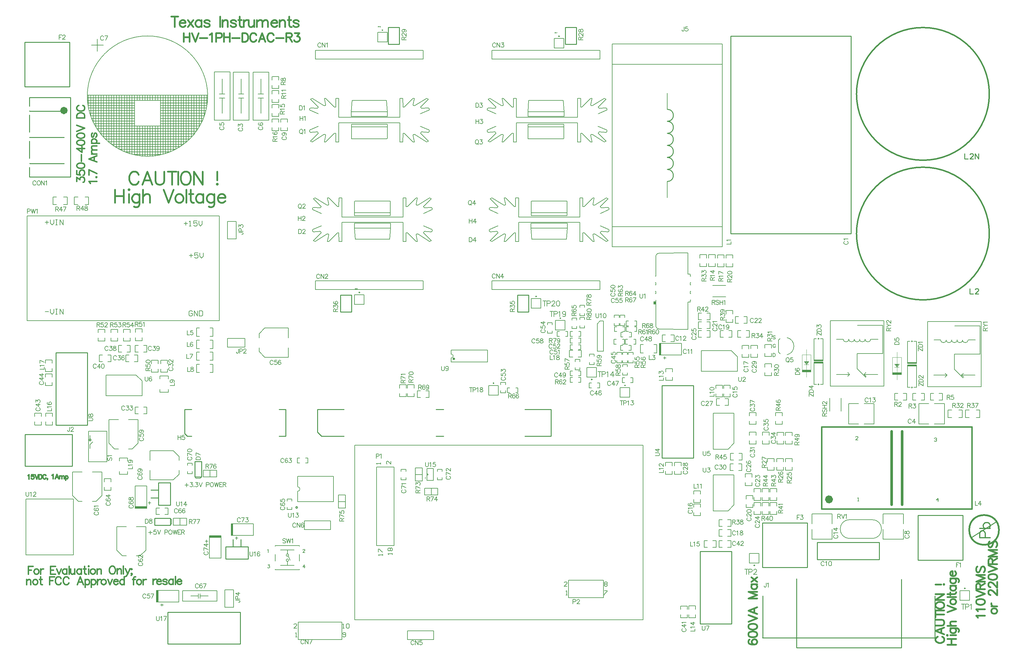
<source format=gto>
G04 Layer_Color=16777215*
%FSLAX25Y25*%
%MOIN*%
G70*
G01*
G75*
%ADD46C,0.01000*%
%ADD47C,0.02000*%
%ADD48C,0.05000*%
%ADD49C,0.01500*%
%ADD53C,0.03000*%
%ADD56C,0.00100*%
%ADD106C,0.00787*%
%ADD107C,0.02008*%
%ADD108C,0.00984*%
%ADD109C,0.03937*%
%ADD110C,0.00591*%
%ADD111C,0.00700*%
%ADD112C,0.00394*%
%ADD113C,0.00800*%
%ADD114C,0.00600*%
%ADD115C,0.00150*%
%ADD116C,0.00598*%
%ADD117C,0.00709*%
%ADD118C,0.01200*%
%ADD119C,0.00500*%
%ADD120R,0.02756X0.03543*%
%ADD121R,0.01969X0.13386*%
%ADD122R,0.13386X0.01969*%
G36*
X1002618Y307811D02*
X992382D01*
Y309780D01*
X1002618D01*
Y307811D01*
D02*
G37*
G36*
X881818Y301504D02*
X871582D01*
Y303866D01*
X881818D01*
Y301504D01*
D02*
G37*
G36*
X985318Y298504D02*
X975082D01*
Y300866D01*
X985318D01*
Y298504D01*
D02*
G37*
G36*
X895618Y313720D02*
X885382D01*
Y315689D01*
X895618D01*
Y313720D01*
D02*
G37*
G36*
Y311311D02*
X885382D01*
Y313280D01*
X895618D01*
Y311311D01*
D02*
G37*
G36*
X1002618Y310720D02*
X992382D01*
Y312689D01*
X1002618D01*
Y310720D01*
D02*
G37*
D46*
X717500Y519661D02*
G03*
X717500Y533441I0J6890D01*
G01*
D02*
G03*
X717500Y547221I0J6890D01*
G01*
D02*
G03*
X717500Y561000I0J6890D01*
G01*
D02*
G03*
X717500Y574780I0J6890D01*
G01*
D02*
G03*
X717500Y588559I0J6890D01*
G01*
D02*
G03*
X717500Y602339I0J6890D01*
G01*
X440685Y180063D02*
G03*
X440685Y180063I-197J0D01*
G01*
D02*
G03*
X440685Y180063I-197J0D01*
G01*
X294209Y146252D02*
G03*
X294209Y146252I-984J0D01*
G01*
X57823Y223480D02*
G03*
X57823Y223480I-984J0D01*
G01*
X926876Y686123D02*
X927798D01*
X927798Y459745D02*
X927798Y686123D01*
X790002Y459745D02*
X927798D01*
X790002D02*
X790002Y686123D01*
X926876D01*
X711500Y203000D02*
X747500D01*
X711500D02*
Y286000D01*
X747500D01*
Y203000D02*
Y286000D01*
X228532Y-10031D02*
Y26189D01*
X145854D02*
X228532D01*
X145854Y-10031D02*
Y26189D01*
Y-10031D02*
X228532D01*
X135008Y161600D02*
Y174400D01*
X148808D01*
Y148800D02*
Y174400D01*
X135008Y148800D02*
X148808D01*
X135008D02*
Y161600D01*
X126508Y166200D02*
X135008D01*
X126508Y157100D02*
X135008D01*
X613349Y689797D02*
Y696146D01*
X600675D02*
X613349D01*
X600675Y676854D02*
Y689230D01*
Y696146D01*
X-17722Y193891D02*
Y229915D01*
Y193891D02*
X-17525Y193694D01*
X36215D01*
Y229915D01*
X-17722D02*
X36215D01*
X1023722Y-3000D02*
Y45000D01*
X826222Y-3000D02*
X1023722D01*
X826222D02*
X826722Y-2500D01*
Y45000D01*
X985222Y-14500D02*
Y64000D01*
X865222Y-14500D02*
X985222D01*
X865222D02*
Y64500D01*
X165161Y258587D02*
X173100D01*
X165161Y231028D02*
Y258587D01*
Y231028D02*
X168161Y228028D01*
X173000D01*
X272961Y258587D02*
X280760D01*
Y228028D02*
Y258587D01*
X272961Y228028D02*
X280760D01*
X317102Y258587D02*
X347244D01*
X317102Y232528D02*
Y258587D01*
Y232528D02*
X321602Y228028D01*
X347244D01*
X452682Y258587D02*
X461492D01*
X452682Y228028D02*
X461492D01*
X554331Y258587D02*
X584472D01*
Y228028D02*
Y258587D01*
X554331Y228028D02*
X584472D01*
X1004409Y85909D02*
Y137091D01*
Y85909D02*
X1055591D01*
Y137091D01*
X1004409D02*
X1055591D01*
X176563Y198858D02*
X184437D01*
X176563Y181142D02*
X184437D01*
X-12295Y600315D02*
X26878D01*
X-12492Y600512D02*
X-12295Y600315D01*
X-12374Y570315D02*
X26878D01*
X-12492Y570197D02*
X-12374Y570315D01*
X-12492Y606024D02*
Y615866D01*
Y576299D02*
Y595787D01*
Y546299D02*
Y565787D01*
Y524764D02*
Y535787D01*
X-12138Y540315D02*
X26878D01*
X-12295Y540473D02*
X-12138Y540315D01*
X-12492Y524764D02*
Y535000D01*
Y524764D02*
X34358D01*
Y524921D02*
Y615866D01*
X34358Y615866D02*
X34358Y615866D01*
X-12492Y615866D02*
X34358D01*
X889067Y86658D02*
Y106342D01*
X959933Y86658D02*
Y106342D01*
X889067D02*
X959933D01*
X889067Y86658D02*
X959933D01*
X1065000Y111400D02*
X1093500Y129400D01*
X130842Y125963D02*
Y133837D01*
X148558Y125963D02*
Y133837D01*
X826409Y77409D02*
Y128591D01*
Y77409D02*
X877591D01*
Y128591D01*
X826409D02*
X877591D01*
X33291Y628110D02*
Y679290D01*
X-17890D02*
X33291D01*
X-17890Y628110D02*
Y679290D01*
Y628110D02*
X33291D01*
X343429Y370269D02*
Y376618D01*
Y370269D02*
X356103D01*
Y377185D02*
Y389561D01*
Y370269D02*
Y377185D01*
X545929Y370269D02*
Y376618D01*
Y370269D02*
X558603D01*
Y377185D02*
Y389561D01*
Y370269D02*
Y377185D01*
X410849Y689797D02*
Y696146D01*
X398175D02*
X410849D01*
X398175Y676854D02*
Y689230D01*
Y696146D01*
X224800Y101177D02*
X237600D01*
Y87377D02*
Y101177D01*
X212000Y87377D02*
X237600D01*
X212000D02*
Y101177D01*
X224800D01*
X229400D02*
Y109677D01*
X220300Y101177D02*
Y109677D01*
X17700Y240700D02*
X53700D01*
X17700D02*
Y323700D01*
X53700D01*
Y240700D02*
Y323700D01*
X791000Y13000D02*
Y96000D01*
X755000D02*
X791000D01*
X755000Y13000D02*
Y96000D01*
Y13000D02*
X791000D01*
X1063700Y396998D02*
Y391000D01*
X1067699D01*
X1073697D02*
X1069698D01*
X1073697Y394999D01*
Y395998D01*
X1072697Y396998D01*
X1070698D01*
X1069698Y395998D01*
X1057700Y551698D02*
Y545700D01*
X1061699D01*
X1067697D02*
X1063698D01*
X1067697Y549699D01*
Y550698D01*
X1066697Y551698D01*
X1064698D01*
X1063698Y550698D01*
X1069696Y545700D02*
Y551698D01*
X1073695Y545700D01*
Y551698D01*
D47*
X1097000Y120500D02*
G03*
X1097000Y120500I-17000J0D01*
G01*
X1026883Y-1859D02*
X1025930Y-2335D01*
X1024978Y-3287D01*
X1024502Y-4239D01*
Y-6143D01*
X1024978Y-7096D01*
X1025930Y-8048D01*
X1026883Y-8524D01*
X1028311Y-9000D01*
X1030691D01*
X1032120Y-8524D01*
X1033072Y-8048D01*
X1034024Y-7096D01*
X1034500Y-6143D01*
Y-4239D01*
X1034024Y-3287D01*
X1033072Y-2335D01*
X1032120Y-1859D01*
X1034500Y8568D02*
X1024502Y4759D01*
X1034500Y950D01*
X1031167Y2379D02*
Y7139D01*
X1024502Y10900D02*
X1031643D01*
X1033072Y11377D01*
X1034024Y12329D01*
X1034500Y13757D01*
Y14709D01*
X1034024Y16138D01*
X1033072Y17090D01*
X1031643Y17566D01*
X1024502D01*
Y23660D02*
X1034500D01*
X1024502Y20327D02*
Y26992D01*
Y28183D02*
X1034500D01*
X1024502Y33134D02*
X1024978Y32182D01*
X1025930Y31229D01*
X1026883Y30753D01*
X1028311Y30277D01*
X1030691D01*
X1032120Y30753D01*
X1033072Y31229D01*
X1034024Y32182D01*
X1034500Y33134D01*
Y35038D01*
X1034024Y35990D01*
X1033072Y36942D01*
X1032120Y37419D01*
X1030691Y37895D01*
X1028311D01*
X1026883Y37419D01*
X1025930Y36942D01*
X1024978Y35990D01*
X1024502Y35038D01*
Y33134D01*
Y40228D02*
X1034500D01*
X1024502D02*
X1034500Y46893D01*
X1024502D02*
X1034500D01*
X1024502Y57986D02*
X1031167D01*
X1033548D02*
X1034024Y57510D01*
X1034500Y57986D01*
X1034024Y58462D01*
X1033548Y57986D01*
X1038002Y-11000D02*
X1048000D01*
X1038002Y-4335D02*
X1048000D01*
X1042763Y-11000D02*
Y-4335D01*
X1038002Y-621D02*
X1038478Y-145D01*
X1038002Y331D01*
X1037526Y-145D01*
X1038002Y-621D01*
X1041335Y-145D02*
X1048000D01*
X1041335Y7806D02*
X1048952D01*
X1050380Y7329D01*
X1050856Y6853D01*
X1051333Y5901D01*
Y4473D01*
X1050856Y3521D01*
X1042763Y7806D02*
X1041811Y6853D01*
X1041335Y5901D01*
Y4473D01*
X1041811Y3521D01*
X1042763Y2568D01*
X1044191Y2092D01*
X1045144D01*
X1046572Y2568D01*
X1047524Y3521D01*
X1048000Y4473D01*
Y5901D01*
X1047524Y6853D01*
X1046572Y7806D01*
X1038002Y10472D02*
X1048000D01*
X1043239D02*
X1041811Y11900D01*
X1041335Y12852D01*
Y14280D01*
X1041811Y15233D01*
X1043239Y15709D01*
X1048000D01*
X1038002Y26182D02*
X1048000Y29991D01*
X1038002Y33800D02*
X1048000Y29991D01*
X1041335Y37466D02*
X1041811Y36514D01*
X1042763Y35561D01*
X1044191Y35085D01*
X1045144D01*
X1046572Y35561D01*
X1047524Y36514D01*
X1048000Y37466D01*
Y38894D01*
X1047524Y39846D01*
X1046572Y40798D01*
X1045144Y41274D01*
X1044191D01*
X1042763Y40798D01*
X1041811Y39846D01*
X1041335Y38894D01*
Y37466D01*
X1038002Y43464D02*
X1048000D01*
X1038002Y46988D02*
X1046096D01*
X1047524Y47464D01*
X1048000Y48416D01*
Y49368D01*
X1041335Y45559D02*
Y48892D01*
Y56509D02*
X1048000D01*
X1042763D02*
X1041811Y55557D01*
X1041335Y54605D01*
Y53177D01*
X1041811Y52224D01*
X1042763Y51272D01*
X1044191Y50796D01*
X1045144D01*
X1046572Y51272D01*
X1047524Y52224D01*
X1048000Y53177D01*
Y54605D01*
X1047524Y55557D01*
X1046572Y56509D01*
X1041335Y64889D02*
X1048952D01*
X1050380Y64412D01*
X1050856Y63936D01*
X1051333Y62984D01*
Y61556D01*
X1050856Y60604D01*
X1042763Y64889D02*
X1041811Y63936D01*
X1041335Y62984D01*
Y61556D01*
X1041811Y60604D01*
X1042763Y59651D01*
X1044191Y59175D01*
X1045144D01*
X1046572Y59651D01*
X1047524Y60604D01*
X1048000Y61556D01*
Y62984D01*
X1047524Y63936D01*
X1046572Y64889D01*
X1044191Y67555D02*
Y73268D01*
X1043239D01*
X1042287Y72792D01*
X1041811Y72316D01*
X1041335Y71363D01*
Y69935D01*
X1041811Y68983D01*
X1042763Y68031D01*
X1044191Y67555D01*
X1045144D01*
X1046572Y68031D01*
X1047524Y68983D01*
X1048000Y69935D01*
Y71363D01*
X1047524Y72316D01*
X1046572Y73268D01*
X85200Y510097D02*
Y495100D01*
X95198Y510097D02*
Y495100D01*
X85200Y502955D02*
X95198D01*
X100768Y510097D02*
X101482Y509383D01*
X102196Y510097D01*
X101482Y510811D01*
X100768Y510097D01*
X101482Y505098D02*
Y495100D01*
X113408Y505098D02*
Y493672D01*
X112694Y491529D01*
X111980Y490815D01*
X110552Y490101D01*
X108409D01*
X106981Y490815D01*
X113408Y502955D02*
X111980Y504384D01*
X110552Y505098D01*
X108409D01*
X106981Y504384D01*
X105553Y502955D01*
X104839Y500813D01*
Y499385D01*
X105553Y497242D01*
X106981Y495814D01*
X108409Y495100D01*
X110552D01*
X111980Y495814D01*
X113408Y497242D01*
X117407Y510097D02*
Y495100D01*
Y502241D02*
X119550Y504384D01*
X120978Y505098D01*
X123120D01*
X124549Y504384D01*
X125263Y502241D01*
Y495100D01*
X140974Y510097D02*
X146687Y495100D01*
X152400Y510097D02*
X146687Y495100D01*
X157899Y505098D02*
X156470Y504384D01*
X155042Y502955D01*
X154328Y500813D01*
Y499385D01*
X155042Y497242D01*
X156470Y495814D01*
X157899Y495100D01*
X160041D01*
X161469Y495814D01*
X162898Y497242D01*
X163612Y499385D01*
Y500813D01*
X162898Y502955D01*
X161469Y504384D01*
X160041Y505098D01*
X157899D01*
X166897Y510097D02*
Y495100D01*
X172181Y510097D02*
Y497957D01*
X172896Y495814D01*
X174324Y495100D01*
X175752D01*
X170039Y505098D02*
X175038D01*
X186464D02*
Y495100D01*
Y502955D02*
X185036Y504384D01*
X183607Y505098D01*
X181465D01*
X180037Y504384D01*
X178609Y502955D01*
X177894Y500813D01*
Y499385D01*
X178609Y497242D01*
X180037Y495814D01*
X181465Y495100D01*
X183607D01*
X185036Y495814D01*
X186464Y497242D01*
X199033Y505098D02*
Y493672D01*
X198319Y491529D01*
X197605Y490815D01*
X196176Y490101D01*
X194034D01*
X192605Y490815D01*
X199033Y502955D02*
X197605Y504384D01*
X196176Y505098D01*
X194034D01*
X192605Y504384D01*
X191177Y502955D01*
X190463Y500813D01*
Y499385D01*
X191177Y497242D01*
X192605Y495814D01*
X194034Y495100D01*
X196176D01*
X197605Y495814D01*
X199033Y497242D01*
X203032Y500813D02*
X211601D01*
Y502241D01*
X210887Y503670D01*
X210173Y504384D01*
X208745Y505098D01*
X206603D01*
X205174Y504384D01*
X203746Y502955D01*
X203032Y500813D01*
Y499385D01*
X203746Y497242D01*
X205174Y495814D01*
X206603Y495100D01*
X208745D01*
X210173Y495814D01*
X211601Y497242D01*
X112512Y527326D02*
X111798Y528754D01*
X110370Y530183D01*
X108941Y530897D01*
X106085D01*
X104657Y530183D01*
X103228Y528754D01*
X102514Y527326D01*
X101800Y525184D01*
Y521613D01*
X102514Y519471D01*
X103228Y518042D01*
X104657Y516614D01*
X106085Y515900D01*
X108941D01*
X110370Y516614D01*
X111798Y518042D01*
X112512Y519471D01*
X128152Y515900D02*
X122438Y530897D01*
X116725Y515900D01*
X118868Y520899D02*
X126009D01*
X131651Y530897D02*
Y520185D01*
X132365Y518042D01*
X133793Y516614D01*
X135935Y515900D01*
X137364D01*
X139506Y516614D01*
X140935Y518042D01*
X141649Y520185D01*
Y530897D01*
X150789D02*
Y515900D01*
X145791Y530897D02*
X155788D01*
X157574D02*
Y515900D01*
X165001Y530897D02*
X163573Y530183D01*
X162144Y528754D01*
X161430Y527326D01*
X160716Y525184D01*
Y521613D01*
X161430Y519471D01*
X162144Y518042D01*
X163573Y516614D01*
X165001Y515900D01*
X167857D01*
X169286Y516614D01*
X170714Y518042D01*
X171428Y519471D01*
X172142Y521613D01*
Y525184D01*
X171428Y527326D01*
X170714Y528754D01*
X169286Y530183D01*
X167857Y530897D01*
X165001D01*
X175641D02*
Y515900D01*
Y530897D02*
X185639Y515900D01*
Y530897D02*
Y515900D01*
X202278Y530897D02*
Y520899D01*
Y517328D02*
X201564Y516614D01*
X202278Y515900D01*
X202993Y516614D01*
X202278Y517328D01*
X164000Y689598D02*
Y679600D01*
X170665Y689598D02*
Y679600D01*
X164000Y684837D02*
X170665D01*
X173426Y689598D02*
X177235Y679600D01*
X181044Y689598D02*
X177235Y679600D01*
X182329Y683885D02*
X190899D01*
X193851Y687694D02*
X194803Y688170D01*
X196231Y689598D01*
Y679600D01*
X201183Y684361D02*
X205467D01*
X206896Y684837D01*
X207372Y685313D01*
X207848Y686265D01*
Y687694D01*
X207372Y688646D01*
X206896Y689122D01*
X205467Y689598D01*
X201183D01*
Y679600D01*
X210085Y689598D02*
Y679600D01*
X216751Y689598D02*
Y679600D01*
X210085Y684837D02*
X216751D01*
X219512Y683885D02*
X228081D01*
X231033Y689598D02*
Y679600D01*
Y689598D02*
X234366D01*
X235794Y689122D01*
X236746Y688170D01*
X237222Y687217D01*
X237699Y685789D01*
Y683409D01*
X237222Y681980D01*
X236746Y681028D01*
X235794Y680076D01*
X234366Y679600D01*
X231033D01*
X247077Y687217D02*
X246601Y688170D01*
X245649Y689122D01*
X244697Y689598D01*
X242793D01*
X241840Y689122D01*
X240888Y688170D01*
X240412Y687217D01*
X239936Y685789D01*
Y683409D01*
X240412Y681980D01*
X240888Y681028D01*
X241840Y680076D01*
X242793Y679600D01*
X244697D01*
X245649Y680076D01*
X246601Y681028D01*
X247077Y681980D01*
X257504Y679600D02*
X253695Y689598D01*
X249886Y679600D01*
X251315Y682933D02*
X256076D01*
X266978Y687217D02*
X266502Y688170D01*
X265550Y689122D01*
X264598Y689598D01*
X262693D01*
X261741Y689122D01*
X260789Y688170D01*
X260313Y687217D01*
X259837Y685789D01*
Y683409D01*
X260313Y681980D01*
X260789Y681028D01*
X261741Y680076D01*
X262693Y679600D01*
X264598D01*
X265550Y680076D01*
X266502Y681028D01*
X266978Y681980D01*
X269787Y683885D02*
X278356D01*
X281308Y689598D02*
Y679600D01*
Y689598D02*
X285593D01*
X287021Y689122D01*
X287497Y688646D01*
X287973Y687694D01*
Y686741D01*
X287497Y685789D01*
X287021Y685313D01*
X285593Y684837D01*
X281308D01*
X284641D02*
X287973Y679600D01*
X291163Y689598D02*
X296400D01*
X293544Y685789D01*
X294972D01*
X295924Y685313D01*
X296400Y684837D01*
X296876Y683409D01*
Y682456D01*
X296400Y681028D01*
X295448Y680076D01*
X294020Y679600D01*
X292592D01*
X291163Y680076D01*
X290687Y680552D01*
X290211Y681504D01*
X153799Y708597D02*
Y696600D01*
X149800Y708597D02*
X157798D01*
X159227Y701170D02*
X166082D01*
Y702313D01*
X165511Y703456D01*
X164940Y704027D01*
X163797Y704598D01*
X162083D01*
X160941Y704027D01*
X159798Y702884D01*
X159227Y701170D01*
Y700028D01*
X159798Y698314D01*
X160941Y697171D01*
X162083Y696600D01*
X163797D01*
X164940Y697171D01*
X166082Y698314D01*
X168653Y704598D02*
X174937Y696600D01*
Y704598D02*
X168653Y696600D01*
X184307Y704598D02*
Y696600D01*
Y702884D02*
X183164Y704027D01*
X182022Y704598D01*
X180308D01*
X179165Y704027D01*
X178023Y702884D01*
X177451Y701170D01*
Y700028D01*
X178023Y698314D01*
X179165Y697171D01*
X180308Y696600D01*
X182022D01*
X183164Y697171D01*
X184307Y698314D01*
X193791Y702884D02*
X193219Y704027D01*
X191505Y704598D01*
X189791D01*
X188077Y704027D01*
X187506Y702884D01*
X188077Y701742D01*
X189220Y701170D01*
X192077Y700599D01*
X193219Y700028D01*
X193791Y698885D01*
Y698314D01*
X193219Y697171D01*
X191505Y696600D01*
X189791D01*
X188077Y697171D01*
X187506Y698314D01*
X205731Y708597D02*
Y696600D01*
X208245Y704598D02*
Y696600D01*
Y702313D02*
X209959Y704027D01*
X211101Y704598D01*
X212815D01*
X213958Y704027D01*
X214529Y702313D01*
Y696600D01*
X223955Y702884D02*
X223384Y704027D01*
X221670Y704598D01*
X219956D01*
X218243Y704027D01*
X217671Y702884D01*
X218243Y701742D01*
X219385Y701170D01*
X222242Y700599D01*
X223384Y700028D01*
X223955Y698885D01*
Y698314D01*
X223384Y697171D01*
X221670Y696600D01*
X219956D01*
X218243Y697171D01*
X217671Y698314D01*
X228183Y708597D02*
Y698885D01*
X228754Y697171D01*
X229897Y696600D01*
X231040D01*
X226469Y704598D02*
X230468D01*
X232754D02*
Y696600D01*
Y701170D02*
X233325Y702884D01*
X234468Y704027D01*
X235610Y704598D01*
X237324D01*
X238410D02*
Y698885D01*
X238981Y697171D01*
X240124Y696600D01*
X241837D01*
X242980Y697171D01*
X244694Y698885D01*
Y704598D02*
Y696600D01*
X247836Y704598D02*
Y696600D01*
Y702313D02*
X249550Y704027D01*
X250693Y704598D01*
X252407D01*
X253549Y704027D01*
X254120Y702313D01*
Y696600D01*
Y702313D02*
X255834Y704027D01*
X256977Y704598D01*
X258691D01*
X259834Y704027D01*
X260405Y702313D01*
Y696600D01*
X264176Y701170D02*
X271031D01*
Y702313D01*
X270460Y703456D01*
X269888Y704027D01*
X268746Y704598D01*
X267032D01*
X265889Y704027D01*
X264747Y702884D01*
X264176Y701170D01*
Y700028D01*
X264747Y698314D01*
X265889Y697171D01*
X267032Y696600D01*
X268746D01*
X269888Y697171D01*
X271031Y698314D01*
X273602Y704598D02*
Y696600D01*
Y702313D02*
X275316Y704027D01*
X276459Y704598D01*
X278172D01*
X279315Y704027D01*
X279886Y702313D01*
Y696600D01*
X284742Y708597D02*
Y698885D01*
X285314Y697171D01*
X286456Y696600D01*
X287599D01*
X283029Y704598D02*
X287028D01*
X295597Y702884D02*
X295026Y704027D01*
X293312Y704598D01*
X291598D01*
X289884Y704027D01*
X289313Y702884D01*
X289884Y701742D01*
X291027Y701170D01*
X293883Y700599D01*
X295026Y700028D01*
X295597Y698885D01*
Y698314D01*
X295026Y697171D01*
X293312Y696600D01*
X291598D01*
X289884Y697171D01*
X289313Y698314D01*
X1072906Y20000D02*
X1072430Y20952D01*
X1071002Y22380D01*
X1081000D01*
X1072906Y27332D02*
X1072430Y28284D01*
X1071002Y29712D01*
X1081000D01*
X1071002Y37520D02*
X1071478Y36092D01*
X1072906Y35140D01*
X1075287Y34664D01*
X1076715D01*
X1079096Y35140D01*
X1080524Y36092D01*
X1081000Y37520D01*
Y38472D01*
X1080524Y39900D01*
X1079096Y40853D01*
X1076715Y41329D01*
X1075287D01*
X1072906Y40853D01*
X1071478Y39900D01*
X1071002Y38472D01*
Y37520D01*
Y43566D02*
X1081000Y47375D01*
X1071002Y51184D02*
X1081000Y47375D01*
X1071002Y52469D02*
X1081000D01*
X1071002D02*
Y56754D01*
X1071478Y58182D01*
X1071954Y58658D01*
X1072906Y59135D01*
X1073859D01*
X1074811Y58658D01*
X1075287Y58182D01*
X1075763Y56754D01*
Y52469D01*
Y55802D02*
X1081000Y59135D01*
X1071002Y61372D02*
X1081000D01*
X1071002D02*
X1081000Y65181D01*
X1071002Y68989D02*
X1081000Y65181D01*
X1071002Y68989D02*
X1081000D01*
X1072430Y78511D02*
X1071478Y77559D01*
X1071002Y76131D01*
Y74226D01*
X1071478Y72798D01*
X1072430Y71846D01*
X1073383D01*
X1074335Y72322D01*
X1074811Y72798D01*
X1075287Y73750D01*
X1076239Y76607D01*
X1076715Y77559D01*
X1077191Y78035D01*
X1078144Y78511D01*
X1079572D01*
X1080524Y77559D01*
X1081000Y76131D01*
Y74226D01*
X1080524Y72798D01*
X1079572Y71846D01*
X1088335Y26880D02*
X1088811Y25928D01*
X1089763Y24976D01*
X1091191Y24500D01*
X1092144D01*
X1093572Y24976D01*
X1094524Y25928D01*
X1095000Y26880D01*
Y28309D01*
X1094524Y29261D01*
X1093572Y30213D01*
X1092144Y30689D01*
X1091191D01*
X1089763Y30213D01*
X1088811Y29261D01*
X1088335Y28309D01*
Y26880D01*
Y32879D02*
X1095000D01*
X1091191D02*
X1089763Y33355D01*
X1088811Y34307D01*
X1088335Y35260D01*
Y36688D01*
X1087383Y45924D02*
X1086907D01*
X1085954Y46400D01*
X1085478Y46876D01*
X1085002Y47828D01*
Y49733D01*
X1085478Y50685D01*
X1085954Y51161D01*
X1086907Y51637D01*
X1087859D01*
X1088811Y51161D01*
X1090239Y50209D01*
X1095000Y45448D01*
Y52113D01*
X1087383Y54827D02*
X1086907D01*
X1085954Y55303D01*
X1085478Y55779D01*
X1085002Y56731D01*
Y58636D01*
X1085478Y59588D01*
X1085954Y60064D01*
X1086907Y60540D01*
X1087859D01*
X1088811Y60064D01*
X1090239Y59112D01*
X1095000Y54351D01*
Y61016D01*
X1085002Y66110D02*
X1085478Y64682D01*
X1086907Y63730D01*
X1089287Y63254D01*
X1090715D01*
X1093096Y63730D01*
X1094524Y64682D01*
X1095000Y66110D01*
Y67062D01*
X1094524Y68491D01*
X1093096Y69443D01*
X1090715Y69919D01*
X1089287D01*
X1086907Y69443D01*
X1085478Y68491D01*
X1085002Y67062D01*
Y66110D01*
Y72156D02*
X1095000Y75965D01*
X1085002Y79774D02*
X1095000Y75965D01*
X1085002Y81059D02*
X1095000D01*
X1085002D02*
Y85344D01*
X1085478Y86772D01*
X1085954Y87248D01*
X1086907Y87725D01*
X1087859D01*
X1088811Y87248D01*
X1089287Y86772D01*
X1089763Y85344D01*
Y81059D01*
Y84392D02*
X1095000Y87725D01*
X1085002Y89962D02*
X1095000D01*
X1085002D02*
X1095000Y93771D01*
X1085002Y97580D02*
X1095000Y93771D01*
X1085002Y97580D02*
X1095000D01*
X1086430Y107101D02*
X1085478Y106149D01*
X1085002Y104721D01*
Y102816D01*
X1085478Y101388D01*
X1086430Y100436D01*
X1087383D01*
X1088335Y100912D01*
X1088811Y101388D01*
X1089287Y102340D01*
X1090239Y105197D01*
X1090715Y106149D01*
X1091191Y106625D01*
X1092144Y107101D01*
X1093572D01*
X1094524Y106149D01*
X1095000Y104721D01*
Y102816D01*
X1094524Y101388D01*
X1093572Y100436D01*
X811730Y-5187D02*
X810778Y-5663D01*
X810302Y-7091D01*
Y-8044D01*
X810778Y-9472D01*
X812206Y-10424D01*
X814587Y-10900D01*
X816967D01*
X818872Y-10424D01*
X819824Y-9472D01*
X820300Y-8044D01*
Y-7567D01*
X819824Y-6139D01*
X818872Y-5187D01*
X817443Y-4711D01*
X816967D01*
X815539Y-5187D01*
X814587Y-6139D01*
X814111Y-7567D01*
Y-8044D01*
X814587Y-9472D01*
X815539Y-10424D01*
X816967Y-10900D01*
X810302Y336D02*
X810778Y-1093D01*
X812206Y-2045D01*
X814587Y-2521D01*
X816015D01*
X818396Y-2045D01*
X819824Y-1093D01*
X820300Y336D01*
Y1288D01*
X819824Y2716D01*
X818396Y3668D01*
X816015Y4144D01*
X814587D01*
X812206Y3668D01*
X810778Y2716D01*
X810302Y1288D01*
Y336D01*
Y9239D02*
X810778Y7810D01*
X812206Y6858D01*
X814587Y6382D01*
X816015D01*
X818396Y6858D01*
X819824Y7810D01*
X820300Y9239D01*
Y10191D01*
X819824Y11619D01*
X818396Y12571D01*
X816015Y13047D01*
X814587D01*
X812206Y12571D01*
X810778Y11619D01*
X810302Y10191D01*
Y9239D01*
Y15285D02*
X820300Y19094D01*
X810302Y22902D02*
X820300Y19094D01*
Y31805D02*
X810302Y27996D01*
X820300Y24188D01*
X816967Y25616D02*
Y30377D01*
X810302Y41993D02*
X820300D01*
X810302D02*
X820300Y45802D01*
X810302Y49611D02*
X820300Y45802D01*
X810302Y49611D02*
X820300D01*
X813635Y58180D02*
X820300D01*
X815063D02*
X814111Y57228D01*
X813635Y56276D01*
Y54848D01*
X814111Y53896D01*
X815063Y52943D01*
X816491Y52467D01*
X817443D01*
X818872Y52943D01*
X819824Y53896D01*
X820300Y54848D01*
Y56276D01*
X819824Y57228D01*
X818872Y58180D01*
X813635Y60847D02*
X820300Y66084D01*
X813635D02*
X820300Y60847D01*
D48*
X904621Y155500D02*
G03*
X904621Y155500I-2121J0D01*
G01*
D49*
X1086000Y620000D02*
G03*
X1086000Y620000I-76000J0D01*
G01*
Y460000D02*
G03*
X1086000Y460000I-76000J0D01*
G01*
X894000Y238500D02*
X1066000D01*
X894000Y144500D02*
X1066000D01*
X894000D02*
Y238500D01*
X1066000Y144500D02*
Y238500D01*
X41502Y519757D02*
Y524470D01*
X44930Y521899D01*
Y523185D01*
X45358Y524042D01*
X45787Y524470D01*
X47072Y524899D01*
X47929D01*
X49215Y524470D01*
X50072Y523613D01*
X50500Y522328D01*
Y521042D01*
X50072Y519757D01*
X49643Y519328D01*
X48786Y518900D01*
X41502Y532054D02*
Y527770D01*
X45358Y527341D01*
X44930Y527770D01*
X44501Y529055D01*
Y530340D01*
X44930Y531626D01*
X45787Y532483D01*
X47072Y532911D01*
X47929D01*
X49215Y532483D01*
X50072Y531626D01*
X50500Y530340D01*
Y529055D01*
X50072Y527770D01*
X49643Y527341D01*
X48786Y526913D01*
X41502Y537496D02*
X41930Y536211D01*
X43216Y535354D01*
X45358Y534925D01*
X46644D01*
X48786Y535354D01*
X50072Y536211D01*
X50500Y537496D01*
Y538353D01*
X50072Y539638D01*
X48786Y540495D01*
X46644Y540924D01*
X45358D01*
X43216Y540495D01*
X41930Y539638D01*
X41502Y538353D01*
Y537496D01*
X46644Y542938D02*
Y550650D01*
X41502Y557592D02*
X47501Y553307D01*
Y559734D01*
X41502Y557592D02*
X50500D01*
X41502Y563890D02*
X41930Y562605D01*
X43216Y561748D01*
X45358Y561319D01*
X46644D01*
X48786Y561748D01*
X50072Y562605D01*
X50500Y563890D01*
Y564747D01*
X50072Y566033D01*
X48786Y566890D01*
X46644Y567318D01*
X45358D01*
X43216Y566890D01*
X41930Y566033D01*
X41502Y564747D01*
Y563890D01*
Y571903D02*
X41930Y570617D01*
X43216Y569761D01*
X45358Y569332D01*
X46644D01*
X48786Y569761D01*
X50072Y570617D01*
X50500Y571903D01*
Y572760D01*
X50072Y574045D01*
X48786Y574902D01*
X46644Y575331D01*
X45358D01*
X43216Y574902D01*
X41930Y574045D01*
X41502Y572760D01*
Y571903D01*
Y577345D02*
X50500Y580772D01*
X41502Y584200D02*
X50500Y580772D01*
X41502Y592427D02*
X50500D01*
X41502D02*
Y595427D01*
X41930Y596712D01*
X42787Y597569D01*
X43644Y597997D01*
X44930Y598426D01*
X47072D01*
X48358Y597997D01*
X49215Y597569D01*
X50072Y596712D01*
X50500Y595427D01*
Y592427D01*
X43644Y606867D02*
X42787Y606438D01*
X41930Y605581D01*
X41502Y604725D01*
Y603011D01*
X41930Y602154D01*
X42787Y601297D01*
X43644Y600868D01*
X44930Y600440D01*
X47072D01*
X48358Y600868D01*
X49215Y601297D01*
X50072Y602154D01*
X50500Y603011D01*
Y604725D01*
X50072Y605581D01*
X49215Y606438D01*
X48358Y606867D01*
X56916Y517700D02*
X56487Y518557D01*
X55202Y519842D01*
X64200D01*
X63343Y524727D02*
X63771Y524299D01*
X64200Y524727D01*
X63771Y525156D01*
X63343Y524727D01*
X55202Y533125D02*
X64200Y528840D01*
X55202Y527127D02*
Y533125D01*
X64200Y549065D02*
X55202Y545637D01*
X64200Y542209D01*
X61201Y543495D02*
Y547779D01*
X58201Y551164D02*
X64200D01*
X59915D02*
X58630Y552450D01*
X58201Y553307D01*
Y554592D01*
X58630Y555449D01*
X59915Y555877D01*
X64200D01*
X59915D02*
X58630Y557163D01*
X58201Y558020D01*
Y559305D01*
X58630Y560162D01*
X59915Y560591D01*
X64200D01*
X58201Y563419D02*
X67199D01*
X59487D02*
X58630Y564276D01*
X58201Y565133D01*
Y566418D01*
X58630Y567275D01*
X59487Y568132D01*
X60772Y568561D01*
X61629D01*
X62915Y568132D01*
X63771Y567275D01*
X64200Y566418D01*
Y565133D01*
X63771Y564276D01*
X62915Y563419D01*
X59487Y575202D02*
X58630Y574774D01*
X58201Y573488D01*
Y572203D01*
X58630Y570917D01*
X59487Y570489D01*
X60344Y570917D01*
X60772Y571774D01*
X61201Y573916D01*
X61629Y574774D01*
X62486Y575202D01*
X62915D01*
X63771Y574774D01*
X64200Y573488D01*
Y572203D01*
X63771Y570917D01*
X62915Y570489D01*
X-14116Y78898D02*
X-14100Y69900D01*
X-14116Y78898D02*
X-8546Y78908D01*
X-14108Y74613D02*
X-10681Y74619D01*
X-5370Y75914D02*
X-6226Y75484D01*
X-7081Y74626D01*
X-7508Y73340D01*
X-7506Y72483D01*
X-7075Y71198D01*
X-6217Y70343D01*
X-5359Y69916D01*
X-4074Y69918D01*
X-3217Y70348D01*
X-2362Y71206D01*
X-1936Y72493D01*
X-1937Y73350D01*
X-2368Y74634D01*
X-3227Y75490D01*
X-4084Y75917D01*
X-5370Y75914D01*
X29Y75924D02*
X40Y69925D01*
X34Y73353D02*
X460Y74639D01*
X1315Y75498D01*
X2171Y75928D01*
X3457Y75930D01*
X16906Y78954D02*
X11336Y78944D01*
X11352Y69946D01*
X16922Y69956D01*
X11343Y74659D02*
X14771Y74665D01*
X18411Y75957D02*
X20992Y69963D01*
X23552Y75966D02*
X20992Y69963D01*
X30151Y75978D02*
X30162Y69980D01*
X30153Y74693D02*
X29295Y75548D01*
X28437Y75975D01*
X27152Y75973D01*
X26296Y75543D01*
X25440Y74684D01*
X25014Y73398D01*
X25016Y72541D01*
X25446Y71257D01*
X26305Y70401D01*
X27163Y69974D01*
X28448Y69977D01*
X29304Y70407D01*
X30160Y71265D01*
X32545Y78982D02*
X32561Y69984D01*
X34436Y75986D02*
X34444Y71701D01*
X34874Y70416D01*
X35732Y69990D01*
X37018Y69992D01*
X37874Y70422D01*
X39157Y71710D01*
X39149Y75994D02*
X39160Y69996D01*
X46648Y76008D02*
X46658Y70009D01*
X46650Y74722D02*
X45791Y75578D01*
X44934Y76005D01*
X43648Y76003D01*
X42792Y75573D01*
X41937Y74714D01*
X41510Y73428D01*
X41512Y72571D01*
X41943Y71286D01*
X42801Y70431D01*
X43659Y70004D01*
X44944Y70006D01*
X45801Y70436D01*
X46656Y71295D01*
X50327Y79014D02*
X50340Y71730D01*
X50771Y70445D01*
X51629Y70018D01*
X52486Y70020D01*
X49047Y76012D02*
X52046Y76018D01*
X54612Y79022D02*
X55041Y78594D01*
X55469Y79023D01*
X55040Y79451D01*
X54612Y79022D01*
X55046Y76023D02*
X55057Y70024D01*
X59202Y76030D02*
X58346Y75600D01*
X57490Y74742D01*
X57064Y73456D01*
X57066Y72599D01*
X57497Y71314D01*
X58355Y70459D01*
X59213Y70032D01*
X60498Y70034D01*
X61354Y70464D01*
X62210Y71323D01*
X62636Y72609D01*
X62634Y73466D01*
X62204Y74751D01*
X61345Y75606D01*
X60487Y76033D01*
X59202Y76030D01*
X64601Y76040D02*
X64612Y70042D01*
X64604Y74326D02*
X65887Y75614D01*
X66743Y76044D01*
X68029Y76046D01*
X68886Y75619D01*
X69317Y74335D01*
X69325Y70050D01*
X81306Y79070D02*
X80450Y78640D01*
X79594Y77781D01*
X79167Y76923D01*
X78741Y75637D01*
X78745Y73495D01*
X79176Y72210D01*
X79606Y71354D01*
X80465Y70499D01*
X81322Y70072D01*
X83036Y70075D01*
X83892Y70505D01*
X84748Y71363D01*
X85175Y72221D01*
X85601Y73507D01*
X85597Y75649D01*
X85166Y76934D01*
X84736Y77790D01*
X83878Y78646D01*
X83020Y79073D01*
X81306Y79070D01*
X87696Y76082D02*
X87707Y70083D01*
X87699Y74368D02*
X88982Y75656D01*
X89838Y76086D01*
X91124Y76088D01*
X91981Y75661D01*
X92412Y74376D01*
X92420Y70091D01*
X94760Y79094D02*
X94776Y70096D01*
X97079Y76099D02*
X99661Y70104D01*
X102221Y76108D02*
X99661Y70104D01*
X98807Y68389D01*
X97952Y67531D01*
X97096Y67101D01*
X96667Y67100D01*
X104149Y76111D02*
X103722Y75682D01*
X104151Y75254D01*
X104579Y75684D01*
X104149Y76111D01*
X104588Y70542D02*
X104160Y70113D01*
X103731Y70540D01*
X104159Y70970D01*
X104588Y70542D01*
X104589Y69685D01*
X104163Y68827D01*
X103735Y68398D01*
X-15911Y63799D02*
X-15900Y57800D01*
X-15908Y62085D02*
X-14625Y63372D01*
X-13768Y63802D01*
X-12483Y63805D01*
X-11625Y63378D01*
X-11194Y62093D01*
X-11187Y57809D01*
X-6699Y63815D02*
X-7555Y63385D01*
X-8410Y62527D01*
X-8836Y61241D01*
X-8835Y60384D01*
X-8404Y59099D01*
X-7545Y58244D01*
X-6688Y57817D01*
X-5402Y57819D01*
X-4546Y58249D01*
X-3691Y59107D01*
X-3264Y60394D01*
X-3266Y61251D01*
X-3697Y62535D01*
X-4555Y63391D01*
X-5413Y63818D01*
X-6699Y63815D01*
X-20Y66827D02*
X-7Y59543D01*
X424Y58258D01*
X1282Y57831D01*
X2139Y57832D01*
X-1300Y63825D02*
X1700Y63830D01*
X10478Y66846D02*
X10494Y57847D01*
X10478Y66846D02*
X16048Y66856D01*
X10486Y62561D02*
X13914Y62567D01*
X23508Y64727D02*
X23078Y65583D01*
X22219Y66438D01*
X21362Y66865D01*
X19648Y66862D01*
X18791Y66432D01*
X17936Y65574D01*
X17509Y64716D01*
X17083Y63429D01*
X17087Y61287D01*
X17517Y60002D01*
X17947Y59146D01*
X18806Y58291D01*
X19664Y57864D01*
X21378Y57867D01*
X22234Y58297D01*
X23089Y59155D01*
X23516Y60013D01*
X32463Y64743D02*
X32033Y65599D01*
X31174Y66454D01*
X30317Y66881D01*
X28603Y66878D01*
X27747Y66448D01*
X26891Y65590D01*
X26464Y64732D01*
X26038Y63446D01*
X26042Y61303D01*
X26473Y60019D01*
X26903Y59162D01*
X27761Y58307D01*
X28619Y57880D01*
X30333Y57883D01*
X31189Y58313D01*
X32045Y59172D01*
X32471Y60029D01*
X48929Y57916D02*
X45485Y66908D01*
X42073Y57904D01*
X43353Y60906D02*
X47638Y60914D01*
X51018Y63919D02*
X51034Y54921D01*
X51020Y62634D02*
X51875Y63492D01*
X52732Y63922D01*
X54017Y63924D01*
X54875Y63498D01*
X55733Y62642D01*
X56164Y61357D01*
X56165Y60500D01*
X55739Y59214D01*
X54884Y58356D01*
X54028Y57926D01*
X52742Y57923D01*
X51885Y58350D01*
X51026Y59206D01*
X58087Y63932D02*
X58104Y54934D01*
X58090Y62646D02*
X58945Y63505D01*
X59801Y63935D01*
X61087Y63937D01*
X61945Y63510D01*
X62803Y62655D01*
X63234Y61370D01*
X63235Y60513D01*
X62809Y59227D01*
X61954Y58368D01*
X61098Y57938D01*
X59812Y57936D01*
X58955Y58363D01*
X58096Y59219D01*
X65157Y63944D02*
X65168Y57946D01*
X65162Y61374D02*
X65588Y62660D01*
X66444Y63518D01*
X67300Y63948D01*
X68585Y63951D01*
X71542Y63956D02*
X70686Y63526D01*
X69830Y62667D01*
X69404Y61381D01*
X69406Y60524D01*
X69836Y59240D01*
X70695Y58384D01*
X71552Y57957D01*
X72838Y57960D01*
X73694Y58390D01*
X74550Y59248D01*
X74976Y60534D01*
X74974Y61391D01*
X74543Y62676D01*
X73685Y63531D01*
X72827Y63958D01*
X71542Y63956D01*
X76941Y63966D02*
X79522Y57972D01*
X82082Y63975D02*
X79522Y57972D01*
X83544Y61407D02*
X88686Y61416D01*
X88684Y62273D01*
X88254Y63129D01*
X87825Y63557D01*
X86967Y63984D01*
X85682Y63981D01*
X84825Y63551D01*
X83970Y62693D01*
X83544Y61407D01*
X83545Y60550D01*
X83976Y59265D01*
X84835Y58410D01*
X85692Y57983D01*
X86978Y57985D01*
X87834Y58415D01*
X88689Y59273D01*
X95745Y66999D02*
X95762Y58001D01*
X95753Y62714D02*
X94895Y63569D01*
X94037Y63996D01*
X92751Y63994D01*
X91895Y63564D01*
X91040Y62705D01*
X90614Y61419D01*
X90615Y60562D01*
X91046Y59278D01*
X91904Y58422D01*
X92762Y57995D01*
X94048Y57998D01*
X94904Y58428D01*
X95759Y59286D01*
X108643Y67022D02*
X107786Y67020D01*
X106930Y66590D01*
X106503Y65304D01*
X106516Y58020D01*
X105220Y64016D02*
X108220Y64022D01*
X112076Y64029D02*
X111220Y63599D01*
X110364Y62740D01*
X109938Y61454D01*
X109940Y60597D01*
X110370Y59312D01*
X111229Y58457D01*
X112087Y58030D01*
X113372Y58032D01*
X114228Y58462D01*
X115084Y59321D01*
X115510Y60607D01*
X115508Y61464D01*
X115077Y62749D01*
X114219Y63604D01*
X113361Y64031D01*
X112076Y64029D01*
X117475Y64038D02*
X117485Y58040D01*
X117479Y61468D02*
X117905Y62754D01*
X118761Y63612D01*
X119617Y64042D01*
X120903Y64045D01*
X128787Y64059D02*
X128797Y58060D01*
X128791Y61488D02*
X129217Y62774D01*
X130073Y63633D01*
X130929Y64063D01*
X132214Y64065D01*
X133033Y61496D02*
X138175Y61505D01*
X138173Y62362D01*
X137743Y63218D01*
X137314Y63646D01*
X136456Y64073D01*
X135171Y64070D01*
X134315Y63640D01*
X133459Y62782D01*
X133033Y61496D01*
X133035Y60639D01*
X133465Y59354D01*
X134324Y58499D01*
X135182Y58072D01*
X136467Y58074D01*
X137323Y58504D01*
X138179Y59362D01*
X144814Y62802D02*
X144384Y63658D01*
X143098Y64085D01*
X141812Y64082D01*
X140528Y63651D01*
X140101Y62794D01*
X140531Y61937D01*
X141388Y61511D01*
X143532Y61086D01*
X144389Y60659D01*
X144819Y59803D01*
X144820Y59374D01*
X144393Y58517D01*
X143108Y58086D01*
X141823Y58083D01*
X140537Y58510D01*
X140107Y59366D01*
X151839Y64100D02*
X151849Y58102D01*
X151841Y62815D02*
X150982Y63670D01*
X150125Y64097D01*
X148839Y64095D01*
X147983Y63665D01*
X147128Y62806D01*
X146702Y61520D01*
X146703Y60663D01*
X147134Y59378D01*
X147992Y58523D01*
X148850Y58096D01*
X150136Y58099D01*
X150992Y58529D01*
X151847Y59387D01*
X154233Y67104D02*
X154249Y58106D01*
X156128Y61537D02*
X161270Y61546D01*
X161268Y62403D01*
X160838Y63260D01*
X160409Y63687D01*
X159551Y64114D01*
X158266Y64112D01*
X157410Y63682D01*
X156554Y62823D01*
X156128Y61537D01*
X156130Y60680D01*
X156560Y59395D01*
X157419Y58540D01*
X158277Y58113D01*
X159562Y58115D01*
X160418Y58546D01*
X161274Y59404D01*
X-14407Y183047D02*
X-13932Y183286D01*
X-13219Y184001D01*
X-13210Y179002D01*
X-7887Y184011D02*
X-10267Y184006D01*
X-10501Y181863D01*
X-10264Y182102D01*
X-9550Y182341D01*
X-8836Y182343D01*
X-8121Y182106D01*
X-7644Y181631D01*
X-7405Y180917D01*
X-7404Y180441D01*
X-7641Y179726D01*
X-8116Y179249D01*
X-8830Y179010D01*
X-9544Y179009D01*
X-10259Y179245D01*
X-10497Y179483D01*
X-10736Y179959D01*
X-6292Y184013D02*
X-4378Y179018D01*
X-2483Y184020D02*
X-4378Y179018D01*
X-1840Y184021D02*
X-1831Y179023D01*
X-1840Y184021D02*
X-174Y184025D01*
X541Y183788D01*
X1017Y183312D01*
X1256Y182837D01*
X1496Y182123D01*
X1498Y180933D01*
X1261Y180218D01*
X1024Y179742D01*
X549Y179265D01*
X-165Y179026D01*
X-1831Y179023D01*
X6184Y182846D02*
X5945Y183321D01*
X5468Y183797D01*
X4992Y184034D01*
X4039Y184032D01*
X3564Y183793D01*
X3088Y183316D01*
X2851Y182840D01*
X2615Y182125D01*
X2617Y180935D01*
X2856Y180221D01*
X3095Y179746D01*
X3572Y179270D01*
X4048Y179033D01*
X5001Y179035D01*
X5476Y179274D01*
X5951Y179751D01*
X6189Y180227D01*
X8071Y179278D02*
X7833Y179040D01*
X7595Y179278D01*
X7832Y179516D01*
X8071Y179278D01*
X8072Y178802D01*
X7835Y178326D01*
X7597Y178087D01*
X13087Y183096D02*
X13563Y183335D01*
X14275Y184051D01*
X14284Y179052D01*
X20569Y179063D02*
X18655Y184058D01*
X16760Y179056D01*
X17471Y180724D02*
X19851Y180728D01*
X21729Y182398D02*
X21735Y179065D01*
X21731Y181445D02*
X22444Y182161D01*
X22919Y182400D01*
X23633Y182401D01*
X24110Y182164D01*
X24349Y181450D01*
X24353Y179070D01*
X24349Y181450D02*
X25062Y182166D01*
X25538Y182404D01*
X26252Y182406D01*
X26728Y182168D01*
X26968Y181455D01*
X26972Y179074D01*
X28537Y182410D02*
X28546Y177411D01*
X28538Y181696D02*
X29014Y182173D01*
X29489Y182412D01*
X30203Y182413D01*
X30680Y182176D01*
X31157Y181700D01*
X31396Y180987D01*
X31397Y180511D01*
X31160Y179796D01*
X30685Y179319D01*
X30209Y179080D01*
X29495Y179079D01*
X29019Y179316D01*
X28542Y179791D01*
D53*
X974000Y149500D02*
Y233500D01*
X986000Y149500D02*
Y233500D01*
D56*
X975082Y298504D02*
X985318D01*
X871582Y301504D02*
X881818D01*
D106*
X704284Y354565D02*
G03*
X708147Y350668I3898J0D01*
G01*
Y437498D02*
G03*
X704284Y433600I34J-3898D01*
G01*
X854450Y321160D02*
G03*
X854450Y340840I-2217J9840D01*
G01*
X470094Y317413D02*
G03*
X470094Y321980I0J2283D01*
G01*
X294406Y164753D02*
G03*
X294406Y169874I0J2560D01*
G01*
X284000Y85780D02*
G03*
X284000Y85780I-1378J0D01*
G01*
Y91685D02*
G03*
X284000Y91685I-1378J0D01*
G01*
X1055352Y338139D02*
G03*
X1061651Y338139I3150J0D01*
G01*
X1049053D02*
G03*
X1055352Y338139I3150J0D01*
G01*
X1036651D02*
G03*
X1042950Y338139I3150J0D01*
G01*
X1042950D02*
G03*
X1049250Y338139I3150J0D01*
G01*
X1030352D02*
G03*
X1036651Y338139I3150J0D01*
G01*
X951992Y110870D02*
G03*
X951992Y132130I0J10630D01*
G01*
X926008D02*
G03*
X926008Y110870I0J-10630D01*
G01*
X943852Y339039D02*
G03*
X950151Y339039I3150J0D01*
G01*
X937553D02*
G03*
X943852Y339039I3150J0D01*
G01*
X925151D02*
G03*
X931450Y339039I3150J0D01*
G01*
X931450D02*
G03*
X937750Y339039I3150J0D01*
G01*
X918852D02*
G03*
X925151Y339039I3150J0D01*
G01*
X708147Y437498D02*
X740898Y437783D01*
X703693Y391268D02*
X704284D01*
X703693Y393984D02*
X704284D01*
X703693Y401268D02*
X704284D01*
X703693Y403984D02*
X704284D01*
X703693Y411268D02*
X704284Y411268D01*
X708147Y350668D02*
X740898Y350382D01*
X704284Y354565D02*
Y383984D01*
Y411268D02*
Y433600D01*
X740898Y350382D02*
Y381657D01*
Y413595D02*
Y437783D01*
X704284Y391268D02*
Y393984D01*
Y401268D02*
Y403984D01*
X743653Y383984D02*
X744244D01*
X743653Y391268D02*
X744244D01*
X743654Y393984D02*
X744244D01*
X743654Y401268D02*
X744244D01*
X743654Y403984D02*
X744244D01*
X743654Y411268D02*
X744244D01*
X743654Y401268D02*
Y403984D01*
X743653Y383984D02*
X743654Y381681D01*
X743653Y391268D02*
X743654Y393984D01*
Y411268D02*
Y413571D01*
X740898Y413595D02*
X743630D01*
X740898Y381657D02*
X743630D01*
X769520Y387504D02*
X784480D01*
X769520Y400496D02*
X784480D01*
X654508Y467890D02*
X780492D01*
X654508Y653913D02*
X780492D01*
X717500Y501158D02*
Y519661D01*
Y602339D02*
Y620843D01*
X654508Y444858D02*
Y677142D01*
X780492D01*
Y444858D02*
Y677142D01*
X654508Y444858D02*
X780492D01*
X844594Y324110D02*
X846563Y322142D01*
X844594Y337890D02*
X846563Y339858D01*
X844594Y324110D02*
Y337890D01*
X992382Y311114D02*
Y336705D01*
X1002618Y311114D02*
Y336705D01*
X992382D02*
X995138D01*
X999665D02*
X1002618D01*
X996713D02*
X998287D01*
X997500Y335917D02*
Y337492D01*
X992382Y311902D02*
X1002618D01*
X470094Y313004D02*
X472574D01*
X470094D02*
Y317413D01*
Y322020D02*
Y326508D01*
X511590Y313004D02*
Y326508D01*
X472574Y313004D02*
X511590D01*
X470094Y326508D02*
X511590D01*
X756331Y302189D02*
Y325811D01*
Y302189D02*
X797669D01*
X756331Y325811D02*
X790779D01*
X797669Y318921D01*
Y302189D02*
Y318921D01*
X294406Y152748D02*
X335350D01*
Y181882D01*
X294406D02*
X335350D01*
X294406Y170081D02*
Y181882D01*
Y152748D02*
Y164549D01*
X-16787Y91728D02*
Y155902D01*
X37543Y91728D02*
Y155902D01*
X-16787D02*
X37543D01*
X-16787Y91728D02*
X37543D01*
X640505Y359738D02*
X644343D01*
X637257Y356490D02*
X640505Y359738D01*
X637257Y325092D02*
Y356490D01*
X644343Y325092D02*
Y359738D01*
X637257Y325092D02*
X644343D01*
X1052488Y51012D02*
X1063512D01*
X1063512Y39988D02*
Y51012D01*
X1052488Y39988D02*
X1063512D01*
X1052488Y39988D02*
Y51012D01*
X268843Y74953D02*
Y75543D01*
Y101921D02*
Y102512D01*
X296402Y74953D02*
Y75543D01*
X283606Y90701D02*
X285575Y85780D01*
X296402Y101921D02*
Y102512D01*
X268843Y84795D02*
Y92669D01*
X296402Y84795D02*
Y92669D01*
X282622Y79874D02*
Y84402D01*
X274748Y79874D02*
X290496D01*
X268843Y74953D02*
X296402D01*
X282622Y93063D02*
Y97591D01*
X274748D02*
X290496D01*
X268843Y102512D02*
X296402D01*
X54870Y198500D02*
Y233500D01*
X76130Y198500D02*
Y233500D01*
X54870D02*
X76130D01*
X54870Y198500D02*
X76130D01*
X56642Y224858D02*
Y228795D01*
X56839Y214032D02*
Y218362D01*
X60185Y221709D01*
X1046494Y354083D02*
X1075431D01*
Y321800D02*
Y354083D01*
X1046100Y321800D02*
X1075431D01*
X1046100Y313729D02*
Y321800D01*
Y304477D02*
Y313729D01*
Y304477D02*
X1056139Y294438D01*
X1056336Y299950D02*
Y299950D01*
X1054171Y297784D02*
X1056336Y299950D01*
X1054171Y297784D02*
X1056533Y295422D01*
X1035470Y299950D02*
X1037635Y297784D01*
X1035470Y295619D02*
X1037635Y297784D01*
X1022478D02*
X1037635D01*
X1054171D02*
X1069722D01*
X1022675Y338139D02*
X1030352D01*
X1062045D02*
X1070116D01*
X926008Y132130D02*
X951992D01*
X926008Y110870D02*
X951992D01*
X429063Y184000D02*
X436937D01*
Y176402D02*
Y191598D01*
X429063Y176402D02*
Y191598D01*
X431268Y176402D02*
X433197D01*
X436937D01*
X429063Y191598D02*
X436937D01*
X429063Y176402D02*
X431268D01*
X355925Y585200D02*
X396870D01*
X355925Y568665D02*
Y585200D01*
Y568665D02*
X396476D01*
X396870Y569058D01*
Y585200D01*
X355925Y582050D02*
X396870D01*
X-15236Y480236D02*
X204764D01*
X-15236Y360236D02*
Y480236D01*
X204764Y360236D02*
Y480236D01*
X-15236Y360236D02*
X204764D01*
X644384Y43045D02*
Y63045D01*
X604384Y43045D02*
Y63045D01*
X644384D01*
X604384Y43045D02*
X644384D01*
X384778Y102415D02*
X404778D01*
X384778Y192415D02*
X404778D01*
Y102415D02*
Y192415D01*
X384778Y102415D02*
Y192415D01*
X214000Y340000D02*
X234000D01*
X214000Y330000D02*
Y340000D01*
Y330000D02*
X234000D01*
Y340000D01*
X182862Y179567D02*
X184437Y181142D01*
X178138Y179567D02*
X182862D01*
X176563Y181142D02*
X178138Y179567D01*
X-12492Y615866D02*
X34358D01*
X-12492Y524764D02*
X34358D01*
X295000Y-5000D02*
X345000D01*
X295000Y15000D02*
X345000D01*
X295000Y-5000D02*
Y15000D01*
X345000Y-5000D02*
Y15000D01*
X420000Y-5000D02*
X450000D01*
Y5000D01*
X420000D02*
X450000D01*
X420000Y-5000D02*
Y5000D01*
X314567Y660000D02*
Y670000D01*
X438189D01*
Y660000D02*
Y670000D01*
X418878Y660000D02*
X438189D01*
X314567D02*
X418878D01*
X171932Y45042D02*
X180593D01*
X182562D02*
X192011D01*
X182562Y42286D02*
Y47404D01*
X180593Y42286D02*
Y47404D01*
X202038Y39009D02*
Y50820D01*
X162554D02*
X202038D01*
X162554Y39009D02*
X202038D01*
X162554D02*
Y50820D01*
X220723Y644974D02*
X238833D01*
X220723Y589856D02*
X238833D01*
Y644974D01*
X220723Y589856D02*
Y644974D01*
X229778Y619777D02*
Y637100D01*
Y597730D02*
Y615053D01*
X226628Y619777D02*
X232731D01*
X226628Y615053D02*
X232731D01*
X708220Y320807D02*
X710189D01*
X708220D02*
Y334193D01*
X710189D01*
X733811Y320807D02*
Y334193D01*
X710189Y320807D02*
X733811D01*
X710189D02*
Y334193D01*
X733811D01*
X193307Y111811D02*
Y113779D01*
X206693D01*
Y111811D02*
Y113779D01*
X193307Y88189D02*
X206693D01*
X193307D02*
Y111811D01*
X206693D01*
Y88189D02*
Y111811D01*
X218220Y114307D02*
X220189D01*
X218220D02*
Y127693D01*
X220189D01*
X243811Y114307D02*
Y127693D01*
X220189Y114307D02*
X243811D01*
X220189D02*
Y127693D01*
X243811D01*
X121693Y145220D02*
Y147189D01*
X108307Y145220D02*
X121693D01*
X108307D02*
Y147189D01*
Y170811D02*
X121693D01*
Y147189D02*
Y170811D01*
X108307Y147189D02*
X121693D01*
X108307D02*
Y170811D01*
X132720Y37807D02*
X134689D01*
X132720D02*
Y51193D01*
X134689D01*
X158311Y37807D02*
Y51193D01*
X134689Y37807D02*
X158311D01*
X134689D02*
Y51193D01*
X158311D01*
X243223Y644974D02*
X261333D01*
X243223Y589856D02*
X261333D01*
Y644974D01*
X243223Y589856D02*
Y644974D01*
X252278Y619777D02*
Y637100D01*
Y597730D02*
Y615053D01*
X249128Y619777D02*
X255231D01*
X249128Y615053D02*
X255231D01*
X198945Y645059D02*
X217055D01*
X198945Y589941D02*
X217055D01*
Y645059D01*
X198945Y589941D02*
Y645059D01*
X208000Y619862D02*
Y637185D01*
Y597815D02*
Y615138D01*
X204850Y619862D02*
X210953D01*
X204850Y615138D02*
X210953D01*
X640389Y395900D02*
Y405900D01*
X516767Y395900D02*
X640389D01*
X516767D02*
Y405900D01*
X536078D01*
X640389D01*
X516767Y660000D02*
Y670000D01*
X640389D01*
Y660000D02*
Y670000D01*
X621078Y660000D02*
X640389D01*
X516767D02*
X621078D01*
X438189Y395900D02*
Y405900D01*
X314567Y395900D02*
X438189D01*
X314567D02*
Y405900D01*
X333878D01*
X438189D01*
X302000Y121000D02*
X332000D01*
Y131000D01*
X302000D02*
X332000D01*
X302000Y121000D02*
Y131000D01*
X148558Y133837D02*
X150133Y132262D01*
Y127538D02*
Y132262D01*
X148558Y125963D02*
X150133Y127538D01*
X211000Y32000D02*
Y52000D01*
Y32000D02*
X221000D01*
Y52000D01*
X211000D02*
X221000D01*
X224000Y454000D02*
Y474000D01*
X214000D02*
X224000D01*
X214000Y454000D02*
Y474000D01*
Y454000D02*
X224000D01*
X561708Y480700D02*
X602653D01*
Y497235D01*
X562102D02*
X602653D01*
X561708Y496842D02*
X562102Y497235D01*
X561708Y480700D02*
Y496842D01*
Y483850D02*
X602653D01*
X558125Y585200D02*
X599070D01*
X558125Y568665D02*
Y585200D01*
Y568665D02*
X598676D01*
X599070Y569058D01*
Y585200D01*
X558125Y582050D02*
X599070D01*
X359508Y480700D02*
X400453D01*
Y497235D01*
X359902D02*
X400453D01*
X359508Y496842D02*
X359902Y497235D01*
X359508Y480700D02*
Y496842D01*
Y483850D02*
X400453D01*
X903504Y256520D02*
Y271480D01*
X916496Y256520D02*
Y271480D01*
X934994Y354983D02*
X963931D01*
Y322700D02*
Y354983D01*
X934600Y322700D02*
X963931D01*
X934600Y314629D02*
Y322700D01*
Y305377D02*
Y314629D01*
Y305377D02*
X944639Y295338D01*
X944836Y300850D02*
Y300850D01*
X942671Y298684D02*
X944836Y300850D01*
X942671Y298684D02*
X945033Y296322D01*
X923970Y300850D02*
X926135Y298684D01*
X923970Y296519D02*
X926135Y298684D01*
X910978D02*
X926135D01*
X942671D02*
X958222D01*
X911175Y339039D02*
X918852D01*
X950545D02*
X958616D01*
X74888Y274337D02*
Y297959D01*
Y274337D02*
X116226D01*
X74888Y297959D02*
X109337D01*
X116226Y291069D01*
Y274337D02*
Y291069D01*
X770189Y254169D02*
X793811D01*
X770189Y212831D02*
Y254169D01*
X793811Y219721D02*
Y254169D01*
X786921Y212831D02*
X793811Y219721D01*
X770189Y212831D02*
X786921D01*
X770189Y183669D02*
X793811D01*
X770189Y142331D02*
Y183669D01*
X793811Y149221D02*
Y183669D01*
X786921Y142331D02*
X793811Y149221D01*
X770189Y142331D02*
X786921D01*
X895618Y287295D02*
Y312886D01*
X885382Y287295D02*
Y312886D01*
X892862Y287295D02*
X895618D01*
X885382D02*
X888335D01*
X889713D02*
X891287D01*
X890500Y286508D02*
Y288083D01*
X885382Y312098D02*
X895618D01*
X885382Y314114D02*
Y339705D01*
X895618Y314114D02*
Y339705D01*
X885382D02*
X888138D01*
X892665D02*
X895618D01*
X889713D02*
X891287D01*
X890500Y338917D02*
Y340492D01*
X885382Y314902D02*
X895618D01*
X1002618Y283795D02*
Y309386D01*
X992382Y283795D02*
Y309386D01*
X999862Y283795D02*
X1002618D01*
X992382D02*
X995335D01*
X996713D02*
X998287D01*
X997500Y283008D02*
Y284583D01*
X992382Y308598D02*
X1002618D01*
X159700Y125963D02*
Y133837D01*
X152102D02*
X167298D01*
X152102Y125963D02*
X167298D01*
Y128168D02*
Y130097D01*
Y133837D01*
X152102Y125963D02*
Y133837D01*
X167298Y125963D02*
Y128168D01*
X201598Y181063D02*
Y183268D01*
X186402Y181063D02*
Y188937D01*
X201598Y185197D02*
Y188937D01*
Y183268D02*
Y185197D01*
X186402Y181063D02*
X201598D01*
X186402Y188937D02*
X201598D01*
X194000Y181063D02*
Y188937D01*
X341063Y153000D02*
X348937D01*
X341063Y145402D02*
Y160598D01*
X348937Y145402D02*
Y160598D01*
X344803D02*
X346732D01*
X341063D02*
X344803D01*
X341063Y145402D02*
X348937D01*
X346732Y160598D02*
X348937D01*
X439602Y166132D02*
Y168337D01*
X454798Y160463D02*
Y168337D01*
X439602Y160463D02*
Y164203D01*
Y166132D01*
Y168337D02*
X454798D01*
X439602Y160463D02*
X454798D01*
X447200D02*
Y168337D01*
X561766Y374403D02*
Y385427D01*
X561766Y374403D02*
X572790D01*
Y385427D01*
X561766Y385427D02*
X572790D01*
X811488Y82488D02*
X822512D01*
X811488Y82488D02*
Y93512D01*
X822512D01*
X822512Y82488D02*
Y93512D01*
X589488Y349488D02*
Y360512D01*
X589488Y349488D02*
X600512D01*
Y360512D01*
X589488Y360512D02*
X600512D01*
X512988Y286012D02*
X524012D01*
X524012Y274988D02*
Y286012D01*
X512988Y274988D02*
X524012D01*
X512988Y274988D02*
Y286012D01*
X587988Y672488D02*
Y683512D01*
X587988Y672488D02*
X599012D01*
Y683512D01*
X587988Y683512D02*
X599012D01*
X359488Y390012D02*
X370512D01*
X370512Y378988D02*
Y390012D01*
X359488Y378988D02*
X370512D01*
X359488Y378988D02*
Y390012D01*
X385866Y679488D02*
Y690512D01*
X385866Y679488D02*
X396890D01*
Y690512D01*
X385866Y690512D02*
X396890D01*
X625488Y295488D02*
X636512D01*
X625488Y295488D02*
Y306512D01*
X636512D01*
X636512Y295488D02*
Y306512D01*
X663488Y272488D02*
Y283512D01*
X663488Y272488D02*
X674512D01*
Y283512D01*
X663488Y283512D02*
X674512D01*
D107*
X473598Y316508D02*
G03*
X473598Y316508I-512J0D01*
G01*
D108*
X1058492Y53571D02*
G03*
X1058492Y53571I-492J0D01*
G01*
X567770Y387986D02*
G03*
X567770Y387986I-492J0D01*
G01*
X817492Y79929D02*
G03*
X817492Y79929I-492J0D01*
G01*
X595492Y363071D02*
G03*
X595492Y363071I-492J0D01*
G01*
X518992Y288571D02*
G03*
X518992Y288571I-492J0D01*
G01*
X593992Y686071D02*
G03*
X593992Y686071I-492J0D01*
G01*
X365492Y392571D02*
G03*
X365492Y392571I-492J0D01*
G01*
X391870Y693071D02*
G03*
X391870Y693071I-492J0D01*
G01*
X631492Y292929D02*
G03*
X631492Y292929I-492J0D01*
G01*
X669492Y286071D02*
G03*
X669492Y286071I-492J0D01*
G01*
X613349Y676854D02*
Y689797D01*
X600675Y676854D02*
X613349D01*
X176563Y181142D02*
Y188622D01*
Y198858D01*
X184437Y181142D02*
Y188622D01*
Y198858D01*
X141078Y125963D02*
X148558D01*
X130842D02*
X141078D01*
Y133837D02*
X148558D01*
X130842D02*
X141078D01*
X343429Y376618D02*
Y389561D01*
X356103D01*
X545929Y376618D02*
Y389561D01*
X558603D01*
X410849Y676854D02*
Y689797D01*
X398175Y676854D02*
X410849D01*
D109*
X26878Y598673D02*
G03*
X26584Y598692I0J2272D01*
G01*
D110*
X191398Y617500D02*
G03*
X191398Y617500I-68898J0D01*
G01*
X442260Y190890D02*
X449740D01*
Y177110D02*
Y190890D01*
X442260Y177110D02*
Y190890D01*
Y177110D02*
X449740D01*
X442457Y182819D02*
X443638Y184000D01*
X442457Y185181D02*
X443638Y184000D01*
X1076809Y284398D02*
Y359202D01*
X1015391Y284398D02*
X1076809D01*
X1015391D02*
Y359202D01*
X1076809D01*
X58307Y675850D02*
X72087D01*
X65197Y668961D02*
Y682740D01*
X53602Y618484D02*
X191398D01*
X53602Y615531D02*
X191398D01*
X53799Y612579D02*
X191398D01*
X61279Y586004D02*
X107736D01*
X59705Y588957D02*
X107736D01*
X58524Y591910D02*
X107736D01*
X57539Y594862D02*
X107736D01*
X56555Y597815D02*
X107736D01*
X55571Y600768D02*
X107736D01*
X54783Y603721D02*
X107736D01*
X54587Y606673D02*
X107736D01*
X54587Y609626D02*
X107736D01*
X106358Y550571D02*
X138839D01*
X96909Y553524D02*
X148091D01*
X90610Y556476D02*
X154587D01*
X85295Y559429D02*
X159508D01*
X81161Y562382D02*
X163839D01*
X77618Y565335D02*
X167579D01*
X74272Y568287D02*
X170728D01*
X71516Y571240D02*
X173681D01*
X68957Y574193D02*
X176634D01*
X66594Y577146D02*
X178405D01*
X64626Y580098D02*
X180374D01*
X137264Y586004D02*
X183524D01*
X137264Y588957D02*
X185295D01*
X62854Y583051D02*
X181555D01*
X137264Y591910D02*
X186476D01*
X137264Y594862D02*
X187461D01*
X137264Y597815D02*
X188445D01*
X137264Y600768D02*
X189429D01*
X137264Y603721D02*
X190020D01*
X137264Y606673D02*
X190413D01*
X137264Y609626D02*
X190413D01*
Y606083D02*
Y618484D01*
X187461Y594862D02*
Y618484D01*
X184508Y587579D02*
Y618484D01*
X181555Y582067D02*
Y618484D01*
X178602Y577539D02*
Y618484D01*
X175650Y573209D02*
Y618484D01*
X172697Y570256D02*
Y618484D01*
X169744Y567303D02*
Y618484D01*
X166791Y564744D02*
Y618484D01*
X163839Y562382D02*
Y618484D01*
X160886Y560413D02*
Y618484D01*
X157933Y558445D02*
Y618484D01*
X154980Y556870D02*
Y618484D01*
X152028Y555098D02*
Y618484D01*
X149075Y553917D02*
Y618484D01*
X146122Y552539D02*
Y618484D01*
X143169Y551555D02*
Y618484D01*
X140217Y550965D02*
Y618484D01*
X137264Y550571D02*
Y618484D01*
X134311Y612579D02*
Y618484D01*
X131358Y612579D02*
Y618484D01*
X128405Y612579D02*
Y618484D01*
X125453Y612579D02*
Y618484D01*
X122500Y612579D02*
Y618484D01*
X119547Y612579D02*
Y618484D01*
X116595Y612579D02*
Y618484D01*
X113642Y612579D02*
Y618484D01*
X110689Y612579D02*
Y618484D01*
X107736Y550571D02*
Y618484D01*
X110689Y549587D02*
Y583051D01*
X113642Y549193D02*
Y583051D01*
X116595Y548602D02*
Y583051D01*
X119547Y548602D02*
Y583051D01*
X122500Y548602D02*
Y583051D01*
X125453Y548602D02*
Y583051D01*
X128405Y548602D02*
Y583051D01*
X131358Y548996D02*
Y583051D01*
X134311Y549587D02*
Y583051D01*
X54587Y606083D02*
Y618484D01*
X57539Y594862D02*
Y618484D01*
X60492Y587382D02*
Y618484D01*
X63445Y582067D02*
Y618484D01*
X66398Y577539D02*
Y618484D01*
X69350Y573799D02*
Y618484D01*
X72303Y570256D02*
Y618484D01*
X75256Y567303D02*
Y618484D01*
X78209Y564744D02*
Y618484D01*
X81161Y562382D02*
Y618484D01*
X84114Y560413D02*
Y618484D01*
X87067Y558445D02*
Y618484D01*
X90020Y556673D02*
Y618484D01*
X92972Y555295D02*
Y618484D01*
X95925Y553917D02*
Y618484D01*
X98878Y552539D02*
Y618484D01*
X101831Y551555D02*
Y618484D01*
X104783Y550965D02*
Y618484D01*
X965309Y285298D02*
Y360102D01*
X903891Y285298D02*
X965309D01*
X903891D02*
Y360102D01*
X965309D01*
X260336Y80611D02*
X262269D01*
X261214Y79206D01*
X261741D01*
X262093Y79030D01*
X262269Y78854D01*
X262444Y78327D01*
Y77976D01*
X262269Y77448D01*
X261917Y77097D01*
X261390Y76921D01*
X260863D01*
X260336Y77097D01*
X260160Y77273D01*
X259984Y77624D01*
Y97625D02*
X260336Y97801D01*
X260863Y98328D01*
Y94638D01*
X302096Y80611D02*
X300339Y78151D01*
X302974D01*
X302096Y80611D02*
Y76921D01*
X300514Y97449D02*
Y97625D01*
X300690Y97976D01*
X300866Y98152D01*
X301217Y98328D01*
X301920D01*
X302272Y98152D01*
X302447Y97976D01*
X302623Y97625D01*
Y97274D01*
X302447Y96922D01*
X302096Y96395D01*
X300339Y94638D01*
X302799D01*
D111*
X670502Y354273D02*
X673100D01*
X670502D02*
Y359720D01*
X673100D01*
X679900D02*
X682498D01*
Y354273D02*
Y359720D01*
X679900Y354273D02*
X682498D01*
X762310Y422310D02*
Y426000D01*
X762240Y422240D02*
X762310Y422310D01*
X754690Y422240D02*
Y426000D01*
Y422240D02*
X762240D01*
X754690Y435760D02*
X762240D01*
X754690Y432000D02*
Y435760D01*
X762240D02*
X762310Y435690D01*
Y432000D02*
Y435690D01*
X829190Y297310D02*
Y301000D01*
Y297310D02*
X829260Y297240D01*
X836810D02*
Y301000D01*
X829260Y297240D02*
X836810D01*
X829260Y310760D02*
X836810D01*
Y307000D02*
Y310760D01*
X829190Y310690D02*
X829260Y310760D01*
X829190Y307000D02*
Y310690D01*
X784790Y431746D02*
Y435437D01*
X784860Y435506D01*
X792410Y431746D02*
Y435506D01*
X784860D02*
X792410D01*
X784860Y421986D02*
X792410D01*
Y425746D01*
X784790Y422056D02*
X784860Y421986D01*
X784790Y422056D02*
Y425746D01*
X782510Y422056D02*
Y425746D01*
X782440Y421986D02*
X782510Y422056D01*
X774890Y421986D02*
Y425746D01*
Y421986D02*
X782440Y421986D01*
X774890Y435506D02*
X782440D01*
X774890Y431746D02*
Y435506D01*
X782440D02*
X782510Y435437D01*
Y431746D02*
Y435437D01*
X772310Y422356D02*
Y426047D01*
X772240Y422286D02*
X772310Y422356D01*
X764690Y422286D02*
Y426047D01*
Y422286D02*
X772240D01*
X764690Y435807D02*
X772240D01*
X764690Y432047D02*
Y435807D01*
X772240D02*
X772310Y435737D01*
Y432047D02*
Y435737D01*
X780810Y282500D02*
Y286190D01*
X780740Y286260D02*
X780810Y286190D01*
X773190Y282500D02*
Y286260D01*
X780740D01*
X773190Y272740D02*
X780740D01*
X773190D02*
Y276500D01*
X780740Y272740D02*
X780810Y272810D01*
Y276500D01*
X656773Y363900D02*
Y366498D01*
X662220D01*
Y363900D02*
Y366498D01*
Y354502D02*
Y357100D01*
X656773Y354502D02*
X662220D01*
X656773D02*
Y357100D01*
X773810Y263190D02*
X777500D01*
X773740Y263260D02*
X773810Y263190D01*
X773740Y270810D02*
X777500D01*
X773740Y263260D02*
Y270810D01*
X787260Y263260D02*
Y270810D01*
X783500D02*
X787260D01*
X787190Y263190D02*
X787260Y263260D01*
X783500Y263190D02*
X787190D01*
X781890Y282500D02*
Y286190D01*
X781960Y286260D01*
X789510Y282500D02*
Y286260D01*
X781960D02*
X789510D01*
X781960Y272740D02*
X789510D01*
Y276500D01*
X781890Y272810D02*
X781960Y272740D01*
X781890Y272810D02*
Y276500D01*
X1038860Y249100D02*
X1043000D01*
X1038860D02*
Y257900D01*
X1043000D01*
X1051000Y249100D02*
X1055140D01*
Y257900D01*
X1051000D02*
X1055140D01*
X90236Y199406D02*
Y202949D01*
X99764D01*
Y199406D02*
Y202949D01*
Y184051D02*
Y187594D01*
X90236Y184051D02*
X99764D01*
X90236D02*
Y187594D01*
X434797Y597117D02*
X444878Y601500D01*
X434822Y582872D02*
X444878Y578500D01*
X434878Y605000D02*
X443878Y614000D01*
X441878Y615000D02*
X443878Y614000D01*
X428378Y606500D02*
X441878Y615000D01*
X426878Y606500D02*
X428378D01*
X426378Y607500D02*
X426878Y606500D01*
X426378Y607500D02*
X427878Y615000D01*
X426378D02*
X427878D01*
X416378Y605000D02*
X426378Y615000D01*
X414878Y605000D02*
X416378D01*
X414815Y615000D02*
X414878Y605000D01*
X411378Y615000D02*
X414815D01*
X411378Y593100D02*
Y615000D01*
X308878Y566000D02*
X317878Y575000D01*
X308878Y566000D02*
X310878Y565000D01*
X324378Y573500D01*
X325878D01*
X326378Y572500D01*
X324878Y565000D02*
X326378Y572500D01*
X324878Y565000D02*
X326378D01*
X336378Y575000D01*
X337878D01*
X337941Y565000D01*
X341378D01*
Y586900D01*
X434878Y575000D02*
X443878Y566000D01*
X441878Y565000D02*
X443878Y566000D01*
X428378Y573500D02*
X441878Y565000D01*
X426878Y573500D02*
X428378D01*
X426378Y572500D02*
X426878Y573500D01*
X426378Y572500D02*
X427878Y565000D01*
X426378D02*
X427878D01*
X416378Y575000D02*
X426378Y565000D01*
X414878Y575000D02*
X416378D01*
X414815Y565000D02*
X414878Y575000D01*
X411378Y565000D02*
X414815D01*
X411378D02*
Y586900D01*
X341378D02*
X411378D01*
X341378Y593100D02*
X411378D01*
X341378D02*
Y615000D01*
X337941D02*
X341378D01*
X337878Y605000D02*
X337941Y615000D01*
X336378Y605000D02*
X337878D01*
X326378Y615000D02*
X336378Y605000D01*
X324878Y615000D02*
X326378D01*
X324878D02*
X326378Y607500D01*
X325878Y606500D02*
X326378Y607500D01*
X324378Y606500D02*
X325878D01*
X310878Y615000D02*
X324378Y606500D01*
X308878Y614000D02*
X310878Y615000D01*
X308878Y614000D02*
X317878Y605000D01*
X434878D02*
X435878Y603500D01*
X443878Y604000D01*
X444878Y603000D01*
Y601500D02*
Y603000D01*
X316878Y576500D02*
X317878Y575000D01*
X308878Y576000D02*
X316878Y576500D01*
X307878Y577000D02*
X308878Y576000D01*
X307878Y577000D02*
Y578500D01*
X317934Y582872D01*
X434878Y575000D02*
X435878Y576500D01*
X443878Y576000D01*
X444878Y577000D01*
Y578500D01*
X307878Y601500D02*
X317959Y597117D01*
X307878Y601500D02*
Y603000D01*
X308878Y604000D01*
X316878Y603500D01*
X317878Y605000D01*
X355689Y599671D02*
X356583Y612466D01*
X355689Y594159D02*
Y599671D01*
X396172Y612466D02*
X397066Y599671D01*
X355689D02*
X397066D01*
X355689Y594159D02*
X397066D01*
X356583Y612466D02*
X396172D01*
X397066Y594159D02*
Y599671D01*
X294002Y197273D02*
X296600D01*
X294002D02*
Y202720D01*
X296600D01*
X303400D02*
X305998D01*
Y197273D02*
Y202720D01*
X303400Y197273D02*
X305998D01*
X267000Y351732D02*
X283732D01*
Y340709D02*
Y351732D01*
X250268Y340709D02*
Y345138D01*
X256862Y351732D01*
X267000D01*
X256862Y318268D02*
X267000D01*
X250268Y324862D02*
X256862Y318268D01*
X250268Y324862D02*
Y329291D01*
X283732Y318268D02*
Y329291D01*
X267000Y318268D02*
X283732D01*
X665227Y312002D02*
Y314600D01*
X659780Y312002D02*
X665227D01*
X659780D02*
Y314600D01*
Y321400D02*
Y323998D01*
X665227D01*
Y321400D02*
Y323998D01*
X942693Y241930D02*
X954040D01*
X942693Y265071D02*
X954040D01*
Y241930D02*
Y265071D01*
X924960Y241930D02*
Y265071D01*
Y241930D02*
X936307D01*
X924960Y265071D02*
X936307D01*
X711810Y343810D02*
X715500D01*
X711740Y343740D02*
X711810Y343810D01*
X711740Y336190D02*
X715500D01*
X711740D02*
Y343740D01*
X725260Y336190D02*
Y343740D01*
X721500Y336190D02*
X725260D01*
X725190Y343810D02*
X725260Y343740D01*
X721500Y343810D02*
X725190D01*
X799297Y208210D02*
X802987D01*
X803057Y208140D01*
X799297Y200590D02*
X803057D01*
Y208140D01*
X789537Y200590D02*
Y208140D01*
Y200590D02*
X793297D01*
X789537Y208140D02*
X789607Y208210D01*
X793297D01*
X786500Y132310D02*
X790190D01*
X790260Y132240D01*
X786500Y124690D02*
X790260D01*
Y132240D01*
X776740Y124690D02*
Y132240D01*
Y124690D02*
X780500D01*
X776740Y132240D02*
X776810Y132310D01*
X780500D01*
X265190Y620000D02*
Y623690D01*
X265260Y623760D01*
X272810Y620000D02*
Y623760D01*
X265260D02*
X272810D01*
X265260Y610240D02*
X272810D01*
Y614000D01*
X265190Y610310D02*
X265260Y610240D01*
X265190Y610310D02*
Y614000D01*
X615278Y326225D02*
X618968D01*
X619038Y326155D01*
X615278Y318605D02*
X619038D01*
Y326155D01*
X605518Y318605D02*
Y326155D01*
Y318605D02*
X609278D01*
X605518Y326155D02*
X605588Y326225D01*
X609278D01*
X5968Y250415D02*
Y254105D01*
X6038Y254175D01*
X13588Y250415D02*
Y254175D01*
X6038D02*
X13588D01*
X6038Y240655D02*
X13588D01*
Y244415D01*
X5968Y240725D02*
X6038Y240655D01*
X5968Y240725D02*
Y244415D01*
X749610Y19963D02*
Y23653D01*
X749540Y19894D02*
X749610Y19963D01*
X741990Y19894D02*
Y23653D01*
Y19894D02*
X749540D01*
X741990Y33413D02*
X749540D01*
X741990Y29653D02*
Y33413D01*
X749540D02*
X749610Y33344D01*
Y29653D02*
Y33344D01*
X715268Y194000D02*
Y197690D01*
X715338Y197760D01*
X722888Y194000D02*
Y197760D01*
X715338D02*
X722888D01*
X715338Y184240D02*
X722888D01*
Y188000D01*
X715268Y184310D02*
X715338Y184240D01*
X715268Y184310D02*
Y188000D01*
X142200Y145710D02*
X145890D01*
X145960Y145640D01*
X142200Y138090D02*
X145960D01*
Y145640D01*
X132440Y138090D02*
Y145640D01*
Y138090D02*
X136200D01*
X132440Y145640D02*
X132510Y145710D01*
X136200D01*
X73190Y175500D02*
Y179190D01*
X73260Y179260D01*
X80810Y175500D02*
Y179260D01*
X73260D02*
X80810D01*
X73260Y165740D02*
X80810D01*
Y169500D01*
X73190Y165810D02*
X73260Y165740D01*
X73190Y165810D02*
Y169500D01*
X13310Y285810D02*
Y289500D01*
X13240Y285740D02*
X13310Y285810D01*
X5690Y285740D02*
Y289500D01*
Y285740D02*
X13240D01*
X5690Y299260D02*
X13240D01*
X5690Y295500D02*
Y299260D01*
X13240D02*
X13310Y299190D01*
Y295500D02*
Y299190D01*
X-6532Y250415D02*
Y254105D01*
X-6462Y254175D01*
X1088Y250415D02*
Y254175D01*
X-6462D02*
X1088D01*
X-6462Y240655D02*
X1088D01*
Y244415D01*
X-6532Y240725D02*
X-6462Y240655D01*
X-6532Y240725D02*
Y244415D01*
X786500Y108310D02*
X790190D01*
X790260Y108240D01*
X786500Y100690D02*
X790260D01*
Y108240D01*
X776740Y100690D02*
Y108240D01*
Y100690D02*
X780500D01*
X776740Y108240D02*
X776810Y108310D01*
X780500D01*
X740310Y19810D02*
Y23500D01*
X740240Y19740D02*
X740310Y19810D01*
X732690Y19740D02*
Y23500D01*
Y19740D02*
X740240D01*
X732690Y33260D02*
X740240D01*
X732690Y29500D02*
Y33260D01*
X740240D02*
X740310Y33190D01*
Y29500D02*
Y33190D01*
X77000Y320810D02*
X80690D01*
X80760Y320740D01*
X77000Y313190D02*
X80760D01*
Y320740D01*
X67240Y313190D02*
Y320740D01*
Y313190D02*
X71000D01*
X67240Y320740D02*
X67310Y320810D01*
X71000D01*
X137690Y311000D02*
Y314690D01*
X137760Y314760D01*
X145310Y311000D02*
Y314760D01*
X137760D02*
X145310D01*
X137760Y301240D02*
X145310D01*
Y305000D01*
X137690Y301310D02*
X137760Y301240D01*
X137690Y301310D02*
Y305000D01*
X725690Y194000D02*
Y197690D01*
X725760Y197760D01*
X733310Y194000D02*
Y197760D01*
X725760D02*
X733310D01*
X725760Y184240D02*
X733310D01*
Y188000D01*
X725690Y184310D02*
X725760Y184240D01*
X725690Y184310D02*
Y188000D01*
X762722Y348895D02*
X766412D01*
X766482Y348825D01*
X762722Y341275D02*
X766482D01*
Y348825D01*
X752962Y341275D02*
Y348825D01*
Y341275D02*
X756722D01*
X752962Y348825D02*
X753032Y348895D01*
X756722D01*
X803190Y328000D02*
Y331690D01*
X803260Y331760D01*
X810810Y328000D02*
Y331760D01*
X803260D02*
X810810D01*
X803260Y318240D02*
X810810D01*
Y322000D01*
X803190Y318310D02*
X803260Y318240D01*
X803190Y318310D02*
Y322000D01*
X747690Y146500D02*
Y150190D01*
X747760Y150260D01*
X755310Y146500D02*
Y150260D01*
X747760D02*
X755310D01*
X747760Y136740D02*
X755310D01*
Y140500D01*
X747690Y136810D02*
X747760Y136740D01*
X747690Y136810D02*
Y140500D01*
X964429Y109960D02*
Y121307D01*
X987570Y109960D02*
Y121307D01*
X964429Y109960D02*
X987570D01*
X964429Y139040D02*
X987570D01*
X964429Y127693D02*
Y139040D01*
X987570Y127693D02*
Y139040D01*
X1023193Y241930D02*
X1034540D01*
X1023193Y265071D02*
X1034540D01*
Y241930D02*
Y265071D01*
X1005460Y241930D02*
Y265071D01*
Y241930D02*
X1016807D01*
X1005460Y265071D02*
X1016807D01*
X617273Y361400D02*
Y363998D01*
X622720D01*
Y361400D02*
Y363998D01*
Y352002D02*
Y354600D01*
X617273Y352002D02*
X622720D01*
X617273D02*
Y354600D01*
X606502Y342273D02*
X609100D01*
X606502D02*
Y347720D01*
X609100D01*
X615900D02*
X618498D01*
Y342273D02*
Y347720D01*
X615900Y342273D02*
X618498D01*
X622727Y366002D02*
Y368600D01*
X617280Y366002D02*
X622727D01*
X617280D02*
Y368600D01*
Y375400D02*
Y377998D01*
X622727D01*
Y375400D02*
Y377998D01*
X673601Y346927D02*
X676199D01*
Y341481D02*
Y346927D01*
X673601Y341481D02*
X676199D01*
X664203D02*
X666801D01*
X664203D02*
Y346927D01*
X666801D01*
X670502Y347773D02*
X673100D01*
X670502D02*
Y353220D01*
X673100D01*
X679900D02*
X682498D01*
Y347773D02*
Y353220D01*
X679900Y347773D02*
X682498D01*
X534502Y277773D02*
X537100D01*
X534502D02*
Y283220D01*
X537100D01*
X543900D02*
X546498D01*
Y277773D02*
Y283220D01*
X543900Y277773D02*
X546498D01*
X613704Y351332D02*
Y353930D01*
X608258Y351332D02*
X613704D01*
X608258D02*
Y353930D01*
Y360730D02*
Y363328D01*
X613704D01*
Y360730D02*
Y363328D01*
X663273Y363900D02*
Y366498D01*
X668720D01*
Y363900D02*
Y366498D01*
Y354502D02*
Y357100D01*
X663273Y354502D02*
X668720D01*
X663273D02*
Y357100D01*
X615678Y295142D02*
X618276D01*
Y289695D02*
Y295142D01*
X615678Y289695D02*
X618276D01*
X606280D02*
X608878D01*
X606280D02*
Y295142D01*
X608878D01*
X656502Y333273D02*
X659100D01*
X656502D02*
Y338720D01*
X659100D01*
X665900D02*
X668498D01*
Y333273D02*
Y338720D01*
X665900Y333273D02*
X668498D01*
X669502D02*
X672100D01*
X669502D02*
Y338720D01*
X672100D01*
X678900D02*
X681498D01*
Y333273D02*
Y338720D01*
X678900Y333273D02*
X681498D01*
X628273Y319400D02*
Y321998D01*
X633720D01*
Y319400D02*
Y321998D01*
Y310002D02*
Y312600D01*
X628273Y310002D02*
X633720D01*
X628273D02*
Y312600D01*
X671727Y298002D02*
Y300600D01*
X666280Y298002D02*
X671727D01*
X666280D02*
Y300600D01*
Y307400D02*
Y309998D01*
X671727D01*
Y307400D02*
Y309998D01*
X612051Y313315D02*
Y315913D01*
X617498D01*
Y313315D02*
Y315913D01*
Y303917D02*
Y306515D01*
X612051Y303917D02*
X617498D01*
X612051D02*
Y306515D01*
X672773Y321400D02*
Y323998D01*
X678220D01*
Y321400D02*
Y323998D01*
Y312002D02*
Y314600D01*
X672773Y312002D02*
X678220D01*
X672773D02*
Y314600D01*
X671727Y312002D02*
Y314600D01*
X666280Y312002D02*
X671727D01*
X666280D02*
Y314600D01*
Y321400D02*
Y323998D01*
X671727D01*
Y321400D02*
Y323998D01*
X591502Y342273D02*
X594100D01*
X591502D02*
Y347720D01*
X594100D01*
X600900D02*
X603498D01*
Y342273D02*
Y347720D01*
X600900Y342273D02*
X603498D01*
X666400Y353227D02*
X668998D01*
Y347780D02*
Y353227D01*
X666400Y347780D02*
X668998D01*
X657002D02*
X659600D01*
X657002D02*
Y353227D01*
X659600D01*
X585727Y346002D02*
Y348600D01*
X580280Y346002D02*
X585727D01*
X580280D02*
Y348600D01*
Y355400D02*
Y357998D01*
X585727D01*
Y355400D02*
Y357998D01*
X526773Y286900D02*
Y289498D01*
X532220D01*
Y286900D02*
Y289498D01*
Y277502D02*
Y280100D01*
X526773Y277502D02*
X532220D01*
X526773D02*
Y280100D01*
X606280Y334688D02*
X608878D01*
X606280D02*
Y340135D01*
X608878D01*
X615678D02*
X618276D01*
Y334688D02*
Y340135D01*
X615678Y334688D02*
X618276D01*
X606280Y327188D02*
X608878D01*
X606280D02*
Y332635D01*
X608878D01*
X615678D02*
X618276D01*
Y327188D02*
Y332635D01*
X615678Y327188D02*
X618276D01*
X606280Y297188D02*
X608878D01*
X606280D02*
Y302635D01*
X608878D01*
X615678D02*
X618276D01*
Y297188D02*
Y302635D01*
X615678Y297188D02*
X618276D01*
X664002Y326273D02*
X666600D01*
X664002D02*
Y331720D01*
X666600D01*
X673400D02*
X675998D01*
Y326273D02*
Y331720D01*
X673400Y326273D02*
X675998D01*
X675400Y294727D02*
X677998D01*
Y289280D02*
Y294727D01*
X675400Y289280D02*
X677998D01*
X666002D02*
X668600D01*
X666002D02*
Y294727D01*
X668600D01*
X637400Y288727D02*
X639998D01*
Y283280D02*
Y288727D01*
X637400Y283280D02*
X639998D01*
X628002D02*
X630600D01*
X628002D02*
Y288727D01*
X630600D01*
X125268Y177768D02*
X142000D01*
X125268D02*
Y188791D01*
X158732Y184362D02*
Y188791D01*
X152138Y177768D02*
X158732Y184362D01*
X142000Y177768D02*
X152138D01*
X142000Y211232D02*
X152138D01*
X158732Y204638D01*
Y200209D02*
Y204638D01*
X125268Y200209D02*
Y211232D01*
X142000D01*
X87268Y107500D02*
Y124232D01*
X98291D01*
X93862Y90768D02*
X98291D01*
X87268Y97362D02*
X93862Y90768D01*
X87268Y97362D02*
Y107500D01*
X120732Y97362D02*
Y107500D01*
X114138Y90768D02*
X120732Y97362D01*
X109709Y90768D02*
X114138D01*
X109709Y124232D02*
X120732D01*
Y107500D02*
Y124232D01*
X78268Y230000D02*
Y246732D01*
X89291D01*
X84862Y213268D02*
X89291D01*
X78268Y219862D02*
X84862Y213268D01*
X78268Y219862D02*
Y230000D01*
X111732Y219862D02*
Y230000D01*
X105138Y213268D02*
X111732Y219862D01*
X100709Y213268D02*
X105138D01*
X100709Y246732D02*
X111732D01*
Y230000D02*
Y246732D01*
X601995Y453434D02*
X602889Y466229D01*
Y471741D01*
X561512Y466229D02*
X562406Y453434D01*
X561512Y466229D02*
X602889D01*
X561512Y471741D02*
X602889D01*
X562406Y453434D02*
X601995D01*
X561512Y466229D02*
Y471741D01*
X557889Y599671D02*
X558783Y612466D01*
X557889Y594159D02*
Y599671D01*
X598372Y612466D02*
X599266Y599671D01*
X557889D02*
X599266D01*
X557889Y594159D02*
X599266D01*
X558783Y612466D02*
X598372D01*
X599266Y594159D02*
Y599671D01*
X399795Y453434D02*
X400689Y466229D01*
Y471741D01*
X359312Y466229D02*
X360206Y453434D01*
X359312Y466229D02*
X400689D01*
X359312Y471741D02*
X400689D01*
X360206Y453434D02*
X399795D01*
X359312Y466229D02*
Y471741D01*
X513700Y464400D02*
X523781Y468783D01*
X513700Y487400D02*
X523756Y483028D01*
X514700Y451900D02*
X523700Y460900D01*
X514700Y451900D02*
X516700Y450900D01*
X530200Y459400D01*
X531700D01*
X532200Y458400D01*
X530700Y450900D02*
X532200Y458400D01*
X530700Y450900D02*
X532200D01*
X542200Y460900D01*
X543700D01*
X543763Y450900D01*
X547200D01*
Y472800D01*
X640700Y490900D02*
X649700Y499900D01*
X647700Y500900D02*
X649700Y499900D01*
X634200Y492400D02*
X647700Y500900D01*
X632700Y492400D02*
X634200D01*
X632200Y493400D02*
X632700Y492400D01*
X632200Y493400D02*
X633700Y500900D01*
X632200D02*
X633700D01*
X622200Y490900D02*
X632200Y500900D01*
X620700Y490900D02*
X622200D01*
X620637Y500900D02*
X620700Y490900D01*
X617200Y500900D02*
X620637D01*
X617200Y479000D02*
Y500900D01*
X514700Y499900D02*
X523700Y490900D01*
X514700Y499900D02*
X516700Y500900D01*
X530200Y492400D01*
X531700D01*
X532200Y493400D01*
X530700Y500900D02*
X532200Y493400D01*
X530700Y500900D02*
X532200D01*
X542200Y490900D01*
X543700D01*
X543763Y500900D01*
X547200D01*
Y479000D02*
Y500900D01*
Y479000D02*
X617200D01*
X547200Y472800D02*
X617200D01*
Y450900D02*
Y472800D01*
Y450900D02*
X620637D01*
X620700Y460900D01*
X622200D01*
X632200Y450900D01*
X633700D01*
X632200Y458400D02*
X633700Y450900D01*
X632200Y458400D02*
X632700Y459400D01*
X634200D01*
X647700Y450900D01*
X649700Y451900D01*
X640700Y460900D02*
X649700Y451900D01*
X522700Y462400D02*
X523700Y460900D01*
X514700Y461900D02*
X522700Y462400D01*
X513700Y462900D02*
X514700Y461900D01*
X513700Y462900D02*
Y464400D01*
X640700Y490900D02*
X641700Y489400D01*
X649700Y489900D01*
X650700Y488900D01*
Y487400D02*
Y488900D01*
X640644Y483028D02*
X650700Y487400D01*
X522700Y489400D02*
X523700Y490900D01*
X514700Y489900D02*
X522700Y489400D01*
X513700Y488900D02*
X514700Y489900D01*
X513700Y487400D02*
Y488900D01*
X640619Y468783D02*
X650700Y464400D01*
Y462900D02*
Y464400D01*
X649700Y461900D02*
X650700Y462900D01*
X641700Y462400D02*
X649700Y461900D01*
X640700Y460900D02*
X641700Y462400D01*
X511278Y578500D02*
X521359Y582883D01*
X511278Y601500D02*
X521334Y597128D01*
X512278Y566000D02*
X521278Y575000D01*
X512278Y566000D02*
X514278Y565000D01*
X527778Y573500D01*
X529278D01*
X529778Y572500D01*
X528278Y565000D02*
X529778Y572500D01*
X528278Y565000D02*
X529778D01*
X539778Y575000D01*
X541278D01*
X541341Y565000D01*
X544778D01*
Y586900D01*
X638278Y605000D02*
X647278Y614000D01*
X645278Y615000D02*
X647278Y614000D01*
X631778Y606500D02*
X645278Y615000D01*
X630278Y606500D02*
X631778D01*
X629778Y607500D02*
X630278Y606500D01*
X629778Y607500D02*
X631278Y615000D01*
X629778D02*
X631278D01*
X619778Y605000D02*
X629778Y615000D01*
X618278Y605000D02*
X619778D01*
X618215Y615000D02*
X618278Y605000D01*
X614778Y615000D02*
X618215D01*
X614778Y593100D02*
Y615000D01*
X512278Y614000D02*
X521278Y605000D01*
X512278Y614000D02*
X514278Y615000D01*
X527778Y606500D01*
X529278D01*
X529778Y607500D01*
X528278Y615000D02*
X529778Y607500D01*
X528278Y615000D02*
X529778D01*
X539778Y605000D01*
X541278D01*
X541341Y615000D01*
X544778D01*
Y593100D02*
Y615000D01*
Y593100D02*
X614778D01*
X544778Y586900D02*
X614778D01*
Y565000D02*
Y586900D01*
Y565000D02*
X618215D01*
X618278Y575000D01*
X619778D01*
X629778Y565000D01*
X631278D01*
X629778Y572500D02*
X631278Y565000D01*
X629778Y572500D02*
X630278Y573500D01*
X631778D01*
X645278Y565000D01*
X647278Y566000D01*
X638278Y575000D02*
X647278Y566000D01*
X520278Y576500D02*
X521278Y575000D01*
X512278Y576000D02*
X520278Y576500D01*
X511278Y577000D02*
X512278Y576000D01*
X511278Y577000D02*
Y578500D01*
X638278Y605000D02*
X639278Y603500D01*
X647278Y604000D01*
X648278Y603000D01*
Y601500D02*
Y603000D01*
X638222Y597128D02*
X648278Y601500D01*
X520278Y603500D02*
X521278Y605000D01*
X512278Y604000D02*
X520278Y603500D01*
X511278Y603000D02*
X512278Y604000D01*
X511278Y601500D02*
Y603000D01*
X638197Y582883D02*
X648278Y578500D01*
Y577000D02*
Y578500D01*
X647278Y576000D02*
X648278Y577000D01*
X639278Y576500D02*
X647278Y576000D01*
X638278Y575000D02*
X639278Y576500D01*
X438419Y483017D02*
X448500Y487400D01*
X438444Y468772D02*
X448500Y464400D01*
X438500Y490900D02*
X447500Y499900D01*
X445500Y500900D02*
X447500Y499900D01*
X432000Y492400D02*
X445500Y500900D01*
X430500Y492400D02*
X432000D01*
X430000Y493400D02*
X430500Y492400D01*
X430000Y493400D02*
X431500Y500900D01*
X430000D02*
X431500D01*
X420000Y490900D02*
X430000Y500900D01*
X418500Y490900D02*
X420000D01*
X418437Y500900D02*
X418500Y490900D01*
X415000Y500900D02*
X418437D01*
X415000Y479000D02*
Y500900D01*
X312500Y451900D02*
X321500Y460900D01*
X312500Y451900D02*
X314500Y450900D01*
X328000Y459400D01*
X329500D01*
X330000Y458400D01*
X328500Y450900D02*
X330000Y458400D01*
X328500Y450900D02*
X330000D01*
X340000Y460900D01*
X341500D01*
X341563Y450900D01*
X345000D01*
Y472800D01*
X438500Y460900D02*
X447500Y451900D01*
X445500Y450900D02*
X447500Y451900D01*
X432000Y459400D02*
X445500Y450900D01*
X430500Y459400D02*
X432000D01*
X430000Y458400D02*
X430500Y459400D01*
X430000Y458400D02*
X431500Y450900D01*
X430000D02*
X431500D01*
X420000Y460900D02*
X430000Y450900D01*
X418500Y460900D02*
X420000D01*
X418437Y450900D02*
X418500Y460900D01*
X415000Y450900D02*
X418437D01*
X415000D02*
Y472800D01*
X345000D02*
X415000D01*
X345000Y479000D02*
X415000D01*
X345000D02*
Y500900D01*
X341563D02*
X345000D01*
X341500Y490900D02*
X341563Y500900D01*
X340000Y490900D02*
X341500D01*
X330000Y500900D02*
X340000Y490900D01*
X328500Y500900D02*
X330000D01*
X328500D02*
X330000Y493400D01*
X329500Y492400D02*
X330000Y493400D01*
X328000Y492400D02*
X329500D01*
X314500Y500900D02*
X328000Y492400D01*
X312500Y499900D02*
X314500Y500900D01*
X312500Y499900D02*
X321500Y490900D01*
X438500D02*
X439500Y489400D01*
X447500Y489900D01*
X448500Y488900D01*
Y487400D02*
Y488900D01*
X320500Y462400D02*
X321500Y460900D01*
X312500Y461900D02*
X320500Y462400D01*
X311500Y462900D02*
X312500Y461900D01*
X311500Y462900D02*
Y464400D01*
X321556Y468772D01*
X438500Y460900D02*
X439500Y462400D01*
X447500Y461900D01*
X448500Y462900D01*
Y464400D01*
X311500Y487400D02*
X321581Y483017D01*
X311500Y487400D02*
Y488900D01*
X312500Y489900D01*
X320500Y489400D01*
X321500Y490900D01*
X51000Y501900D02*
X55140D01*
Y493100D02*
Y501900D01*
X51000Y493100D02*
X55140D01*
X38860Y501900D02*
X43000D01*
X38860Y493100D02*
Y501900D01*
Y493100D02*
X43000D01*
X14360D02*
X18500D01*
X14360D02*
Y501900D01*
X18500D01*
X26500Y493100D02*
X30640D01*
Y501900D01*
X26500D02*
X30640D01*
X1071000Y257900D02*
X1075140D01*
Y249100D02*
Y257900D01*
X1071000Y249100D02*
X1075140D01*
X1058860Y257900D02*
X1063000D01*
X1058860Y249100D02*
Y257900D01*
Y249100D02*
X1063000D01*
X769500Y108310D02*
X773190D01*
X773260Y108240D01*
X769500Y100690D02*
X773260D01*
Y108240D01*
X759740Y100690D02*
Y108240D01*
Y100690D02*
X763500D01*
X759740Y108240D02*
X759810Y108310D01*
X763500D01*
X776810Y113190D02*
X780500D01*
X776740Y113260D02*
X776810Y113190D01*
X776740Y120810D02*
X780500D01*
X776740Y113260D02*
Y120810D01*
X790260Y113260D02*
Y120810D01*
X786500D02*
X790260D01*
X790190Y113190D02*
X790260Y113260D01*
X786500Y113190D02*
X790190D01*
X824310Y138310D02*
Y142000D01*
X824240Y138240D02*
X824310Y138310D01*
X816690Y138240D02*
Y142000D01*
Y138240D02*
X824240D01*
X816690Y151760D02*
X824240D01*
X816690Y148000D02*
Y151760D01*
X824240D02*
X824310Y151690D01*
Y148000D02*
Y151690D01*
X789310Y188690D02*
X793000D01*
X789240Y188760D02*
X789310Y188690D01*
X789240Y196310D02*
X793000D01*
X789240Y188760D02*
Y196310D01*
X802760Y188760D02*
Y196310D01*
X799000D02*
X802760D01*
X802690Y188690D02*
X802760Y188760D01*
X799000Y188690D02*
X802690D01*
X814310Y181000D02*
Y184690D01*
X814240Y184760D02*
X814310Y184690D01*
X806690Y181000D02*
Y184760D01*
X814240D01*
X806690Y171240D02*
X814240D01*
X806690D02*
Y175000D01*
X814240Y171240D02*
X814310Y171310D01*
Y175000D01*
X826190Y148000D02*
Y151690D01*
X826260Y151760D01*
X833810Y148000D02*
Y151760D01*
X826260D02*
X833810D01*
X826260Y138240D02*
X833810D01*
Y142000D01*
X826190Y138310D02*
X826260Y138240D01*
X826190Y138310D02*
Y142000D01*
X816690Y154310D02*
Y158000D01*
Y154310D02*
X816760Y154240D01*
X824310D02*
Y158000D01*
X816760Y154240D02*
X824310D01*
X816760Y167760D02*
X824310D01*
Y164000D02*
Y167760D01*
X816690Y167690D02*
X816760Y167760D01*
X816690Y164000D02*
Y167690D01*
X815310Y146310D02*
Y150000D01*
X815240Y146240D02*
X815310Y146310D01*
X807690Y146240D02*
Y150000D01*
Y146240D02*
X815240D01*
X807690Y159760D02*
X815240D01*
X807690Y156000D02*
Y159760D01*
X815240D02*
X815310Y159690D01*
Y156000D02*
Y159690D01*
X747690Y151810D02*
Y155500D01*
Y151810D02*
X747760Y151740D01*
X755310D02*
Y155500D01*
X747760Y151740D02*
X755310D01*
X747760Y165260D02*
X755310D01*
Y161500D02*
Y165260D01*
X747690Y165190D02*
X747760Y165260D01*
X747690Y161500D02*
Y165190D01*
X906071Y127693D02*
Y139040D01*
X882930Y127693D02*
Y139040D01*
X906071D01*
X882930Y109960D02*
X906071D01*
Y121307D01*
X882930Y109960D02*
Y121307D01*
X833810Y164000D02*
Y167690D01*
X833740Y167760D02*
X833810Y167690D01*
X826190Y164000D02*
Y167760D01*
X833740D01*
X826190Y154240D02*
X833740D01*
X826190D02*
Y158000D01*
X833740Y154240D02*
X833810Y154310D01*
Y158000D01*
X842810Y154310D02*
Y158000D01*
X842740Y154240D02*
X842810Y154310D01*
X835190Y154240D02*
Y158000D01*
Y154240D02*
X842740D01*
X835190Y167760D02*
X842740D01*
X835190Y164000D02*
Y167760D01*
X842740D02*
X842810Y167690D01*
Y164000D02*
Y167690D01*
Y148000D02*
Y151690D01*
X842740Y151760D02*
X842810Y151690D01*
X835190Y148000D02*
Y151760D01*
X842740D01*
X835190Y138240D02*
X842740D01*
X835190D02*
Y142000D01*
X842740Y138240D02*
X842810Y138310D01*
Y142000D01*
X818910Y241548D02*
Y245239D01*
X818840Y241479D02*
X818910Y241548D01*
X811290Y241479D02*
Y245239D01*
Y241479D02*
X818840D01*
X811290Y254999D02*
X818840D01*
X811290Y251239D02*
Y254999D01*
X818840D02*
X818910Y254929D01*
Y251239D02*
Y254929D01*
X848910Y241548D02*
Y245239D01*
X848840Y241479D02*
X848910Y241548D01*
X841290Y241479D02*
Y245239D01*
Y241479D02*
X848840D01*
X841290Y254999D02*
X848840D01*
X841290Y251239D02*
Y254999D01*
X848840D02*
X848910Y254929D01*
Y251239D02*
Y254929D01*
X818910Y228739D02*
Y232429D01*
X818840Y232499D02*
X818910Y232429D01*
X811290Y228739D02*
Y232499D01*
X818840D01*
X811290Y218979D02*
X818840D01*
X811290D02*
Y222739D01*
X818840Y218979D02*
X818910Y219048D01*
Y222739D01*
X833910Y219048D02*
Y222739D01*
X833840Y218979D02*
X833910Y219048D01*
X826290Y218979D02*
Y222739D01*
Y218979D02*
X833840D01*
X826290Y232499D02*
X833840D01*
X826290Y228739D02*
Y232499D01*
X833840D02*
X833910Y232429D01*
Y228739D02*
Y232429D01*
X850810Y228500D02*
Y232190D01*
X850740Y232260D02*
X850810Y232190D01*
X843190Y228500D02*
Y232260D01*
X850740D01*
X843190Y218740D02*
X850740D01*
X843190D02*
Y222500D01*
X850740Y218740D02*
X850810Y218810D01*
Y222500D01*
X852690Y228500D02*
Y232190D01*
X852760Y232260D01*
X860310Y228500D02*
Y232260D01*
X852760D02*
X860310D01*
X852760Y218740D02*
X860310D01*
Y222500D01*
X852690Y218810D02*
X852760Y218740D01*
X852690Y218810D02*
Y222500D01*
X418810Y283000D02*
Y286690D01*
X418740Y286760D02*
X418810Y286690D01*
X411190Y283000D02*
Y286760D01*
X418740D01*
X411190Y273240D02*
X418740D01*
X411190D02*
Y277000D01*
X418740Y273240D02*
X418810Y273310D01*
Y277000D01*
X427810Y273310D02*
Y277000D01*
X427740Y273240D02*
X427810Y273310D01*
X420190Y273240D02*
Y277000D01*
Y273240D02*
X427740D01*
X420190Y286760D02*
X427740D01*
X420190Y283000D02*
Y286760D01*
X427740D02*
X427810Y286690D01*
Y283000D02*
Y286690D01*
X431310Y279810D02*
X435000D01*
X431240Y279740D02*
X431310Y279810D01*
X431240Y272190D02*
X435000D01*
X431240D02*
Y279740D01*
X444760Y272190D02*
Y279740D01*
X441000Y272190D02*
X444760D01*
X444690Y279810D02*
X444760Y279740D01*
X441000Y279810D02*
X444690D01*
X13310Y301810D02*
Y305500D01*
X13240Y301740D02*
X13310Y301810D01*
X5690Y301740D02*
Y305500D01*
Y301740D02*
X13240D01*
X5690Y315260D02*
X13240D01*
X5690Y311500D02*
Y315260D01*
X13240D02*
X13310Y315190D01*
Y311500D02*
Y315190D01*
X66190Y346600D02*
Y350290D01*
X66260Y350360D01*
X73810Y346600D02*
Y350360D01*
X66260D02*
X73810D01*
X66260Y336840D02*
X73810D01*
Y340600D01*
X66190Y336910D02*
X66260Y336840D01*
X66190Y336910D02*
Y340600D01*
X88310Y346600D02*
Y350290D01*
X88240Y350360D02*
X88310Y350290D01*
X80690Y346600D02*
Y350360D01*
X88240D01*
X80690Y336840D02*
X88240D01*
X80690D02*
Y340600D01*
X88240Y336840D02*
X88310Y336910D01*
Y340600D01*
X102810Y336910D02*
Y340600D01*
X102740Y336840D02*
X102810Y336910D01*
X95190Y336840D02*
Y340600D01*
Y336840D02*
X102740D01*
X95190Y350360D02*
X102740D01*
X95190Y346600D02*
Y350360D01*
X102740D02*
X102810Y350290D01*
Y346600D02*
Y350290D01*
X116310Y347000D02*
Y350690D01*
X116240Y350760D02*
X116310Y350690D01*
X108690Y347000D02*
Y350760D01*
X116240D01*
X108690Y337240D02*
X116240D01*
X108690D02*
Y341000D01*
X116240Y337240D02*
X116310Y337310D01*
Y341000D01*
X89310Y324190D02*
X93000D01*
X89240Y324260D02*
X89310Y324190D01*
X89240Y331810D02*
X93000D01*
X89240Y324260D02*
Y331810D01*
X102760Y324260D02*
Y331810D01*
X99000D02*
X102760D01*
X102690Y324190D02*
X102760Y324260D01*
X99000Y324190D02*
X102690D01*
X108310Y331810D02*
X112000D01*
X108240Y331740D02*
X108310Y331810D01*
X108240Y324190D02*
X112000D01*
X108240D02*
Y331740D01*
X121760Y324190D02*
Y331740D01*
X118000Y324190D02*
X121760D01*
X121690Y331810D02*
X121760Y331740D01*
X118000Y331810D02*
X121690D01*
X107500Y320810D02*
X111190D01*
X111260Y320740D01*
X107500Y313190D02*
X111260D01*
Y320740D01*
X97740Y313190D02*
Y320740D01*
Y313190D02*
X101500D01*
X97740Y320740D02*
X97810Y320810D01*
X101500D01*
X134810Y311000D02*
Y314690D01*
X134740Y314760D02*
X134810Y314690D01*
X127190Y311000D02*
Y314760D01*
X134740D01*
X127190Y301240D02*
X134740D01*
X127190D02*
Y305000D01*
X134740Y301240D02*
X134810Y301310D01*
Y305000D01*
X265190Y626310D02*
Y630000D01*
Y626310D02*
X265260Y626240D01*
X272810D02*
Y630000D01*
X265260Y626240D02*
X272810D01*
X265260Y639760D02*
X272810D01*
Y636000D02*
Y639760D01*
X265190Y639690D02*
X265260Y639760D01*
X265190Y636000D02*
Y639690D01*
Y594310D02*
Y598000D01*
Y594310D02*
X265260Y594240D01*
X272810D02*
Y598000D01*
X265260Y594240D02*
X272810D01*
X265260Y607760D02*
X272810D01*
Y604000D02*
Y607760D01*
X265190Y607690D02*
X265260Y607760D01*
X265190Y604000D02*
Y607690D01*
X282810Y587500D02*
Y591190D01*
X282740Y591260D02*
X282810Y591190D01*
X275190Y587500D02*
Y591260D01*
X282740D01*
X275190Y577740D02*
X282740D01*
X275190D02*
Y581500D01*
X282740Y577740D02*
X282810Y577810D01*
Y581500D01*
X265190Y577810D02*
Y581500D01*
Y577810D02*
X265260Y577740D01*
X272810D02*
Y581500D01*
X265260Y577740D02*
X272810D01*
X265260Y591260D02*
X272810D01*
Y587500D02*
Y591260D01*
X265190Y591190D02*
X265260Y591260D01*
X265190Y587500D02*
Y591190D01*
X118000Y253690D02*
X121690D01*
X121760Y253760D01*
X118000Y261310D02*
X121760D01*
Y253760D02*
Y261310D01*
X108240Y253760D02*
Y261310D01*
X112000D01*
X108240Y253760D02*
X108310Y253690D01*
X112000D01*
X36768Y170000D02*
Y186732D01*
X47791D01*
X43362Y153268D02*
X47791D01*
X36768Y159862D02*
X43362Y153268D01*
X36768Y159862D02*
Y170000D01*
X70232Y159862D02*
Y170000D01*
X63638Y153268D02*
X70232Y159862D01*
X59209Y153268D02*
X63638D01*
X59209Y186732D02*
X70232D01*
Y170000D02*
Y186732D01*
X795310Y364810D02*
X799000D01*
X795240Y364740D02*
X795310Y364810D01*
X795240Y357190D02*
X799000D01*
X795240D02*
Y364740D01*
X808760Y357190D02*
Y364740D01*
X805000Y357190D02*
X808760D01*
X808690Y364810D02*
X808760Y364740D01*
X805000Y364810D02*
X808690D01*
X753032Y368895D02*
X756722D01*
X752962Y368825D02*
X753032Y368895D01*
X752962Y361275D02*
X756722D01*
X752962D02*
Y368825D01*
X766482Y361275D02*
Y368825D01*
X762722Y361275D02*
X766482D01*
X766412Y368895D02*
X766482Y368825D01*
X762722Y368895D02*
X766412D01*
X792310Y368000D02*
Y371690D01*
X792240Y371760D02*
X792310Y371690D01*
X784690Y368000D02*
Y371760D01*
X792240D01*
X784690Y358240D02*
X792240D01*
X784690D02*
Y362000D01*
X792240Y358240D02*
X792310Y358310D01*
Y362000D01*
X762722Y351275D02*
X766412D01*
X766482Y351345D01*
X762722Y358895D02*
X766482D01*
Y351345D02*
Y358895D01*
X752962Y351345D02*
Y358895D01*
X756722D01*
X752962Y351345D02*
X753032Y351275D01*
X756722D01*
X715768Y291810D02*
Y295500D01*
Y291810D02*
X715838Y291740D01*
X723388D02*
Y295500D01*
X715838Y291740D02*
X723388D01*
X715838Y305260D02*
X723388D01*
Y301500D02*
Y305260D01*
X715768Y305190D02*
X715838Y305260D01*
X715768Y301500D02*
Y305190D01*
X807722Y341275D02*
X811412D01*
X811482Y341345D01*
X807722Y348895D02*
X811482D01*
Y341345D02*
Y348895D01*
X797962Y341345D02*
Y348895D01*
X801722D01*
X797962Y341345D02*
X798032Y341275D01*
X801722D01*
X778032Y348895D02*
X781722D01*
X777962Y348825D02*
X778032Y348895D01*
X777962Y341275D02*
X781722D01*
X777962D02*
Y348825D01*
X791482Y341275D02*
Y348825D01*
X787722Y341275D02*
X791482D01*
X791412Y348895D02*
X791482Y348825D01*
X787722Y348895D02*
X791412D01*
X820810Y328100D02*
Y331790D01*
X820740Y331860D02*
X820810Y331790D01*
X813190Y328100D02*
Y331860D01*
X820740D01*
X813190Y318340D02*
X820740D01*
X813190D02*
Y322100D01*
X820740Y318340D02*
X820810Y318410D01*
Y322100D01*
X136736Y293406D02*
Y296949D01*
X146264D01*
Y293406D02*
Y296949D01*
Y278051D02*
Y281594D01*
X136736Y278051D02*
X146264D01*
X136736D02*
Y281594D01*
X193905Y300736D02*
X197449D01*
Y310264D01*
X193905D02*
X197449D01*
X178551D02*
X182095D01*
X178551Y300736D02*
Y310264D01*
Y300736D02*
X182095D01*
X178551Y314736D02*
X182095D01*
X178551D02*
Y324264D01*
X182095D01*
X193905D02*
X197449D01*
Y314736D02*
Y324264D01*
X193905Y314736D02*
X197449D01*
X193905Y328236D02*
X197449D01*
Y337764D01*
X193905D02*
X197449D01*
X178551D02*
X182095D01*
X178551Y328236D02*
Y337764D01*
Y328236D02*
X182095D01*
X178551Y342236D02*
X182095D01*
X178551D02*
Y351764D01*
X182095D01*
X193905D02*
X197449D01*
Y342236D02*
Y351764D01*
X193905Y342236D02*
X197449D01*
X701905Y323236D02*
X705449D01*
Y332764D01*
X701905D02*
X705449D01*
X686551D02*
X690095D01*
X686551Y323236D02*
Y332764D01*
Y323236D02*
X690095D01*
X454273Y187400D02*
Y189998D01*
X459720D01*
Y187400D02*
Y189998D01*
Y178002D02*
Y180600D01*
X454273Y178002D02*
X459720D01*
X454273D02*
Y180600D01*
X412773Y178002D02*
Y180600D01*
Y178002D02*
X418220D01*
Y180600D01*
Y187400D02*
Y189998D01*
X412773D02*
X418220D01*
X412773Y187400D02*
Y189998D01*
X168273Y194400D02*
Y196998D01*
X173720D01*
Y194400D02*
Y196998D01*
Y185002D02*
Y187600D01*
X168273Y185002D02*
X173720D01*
X168273D02*
Y187600D01*
X282273Y144002D02*
Y146600D01*
Y144002D02*
X287720D01*
Y146600D01*
Y153400D02*
Y155998D01*
X282273D02*
X287720D01*
X282273Y153400D02*
Y155998D01*
X829190Y319310D02*
Y323000D01*
Y319310D02*
X829260Y319240D01*
X836810D02*
Y323000D01*
X829260Y319240D02*
X836810D01*
X829260Y332760D02*
X836810D01*
Y329000D02*
Y332760D01*
X829190Y332690D02*
X829260Y332760D01*
X829190Y329000D02*
Y332690D01*
X860310Y198500D02*
Y202190D01*
X860240Y202260D02*
X860310Y202190D01*
X852690Y198500D02*
Y202260D01*
X860240D01*
X852690Y188740D02*
X860240D01*
X852690D02*
Y192500D01*
X860240Y188740D02*
X860310Y188810D01*
Y192500D01*
X850310Y198500D02*
Y202190D01*
X850240Y202260D02*
X850310Y202190D01*
X842690Y198500D02*
Y202260D01*
X850240D01*
X842690Y188740D02*
X850240D01*
X842690D02*
Y192500D01*
X850240Y188740D02*
X850310Y188810D01*
Y192500D01*
X839810Y198500D02*
Y202190D01*
X839740Y202260D02*
X839810Y202190D01*
X832190Y198500D02*
Y202260D01*
X839740D01*
X832190Y188740D02*
X839740D01*
X832190D02*
Y192500D01*
X839740Y188740D02*
X839810Y188810D01*
Y192500D01*
X987500Y269190D02*
X991190D01*
X991260Y269260D01*
X987500Y276810D02*
X991260D01*
Y269260D02*
Y276810D01*
X977740Y269260D02*
Y276810D01*
X981500D01*
X977740Y269260D02*
X977810Y269190D01*
X981500D01*
X998310Y276810D02*
X1002000D01*
X998240Y276740D02*
X998310Y276810D01*
X998240Y269190D02*
X1002000D01*
X998240D02*
Y276740D01*
X1011760Y269190D02*
Y276740D01*
X1008000Y269190D02*
X1011760D01*
X1011690Y276810D02*
X1011760Y276740D01*
X1008000Y276810D02*
X1011690D01*
X1028500Y269190D02*
X1032190D01*
X1032260Y269260D01*
X1028500Y276810D02*
X1032260D01*
Y269260D02*
Y276810D01*
X1018740Y269260D02*
Y276810D01*
X1022500D01*
X1018740Y269260D02*
X1018810Y269190D01*
X1022500D01*
D112*
X979019Y309921D02*
X980200Y308347D01*
X981381Y309921D01*
X978232Y310315D02*
X980200Y307559D01*
X982168Y310315D01*
X977444Y310709D02*
X980200Y306772D01*
X982956Y310709D01*
X975082Y298701D02*
Y318189D01*
X985318Y298701D02*
Y318189D01*
X980200Y310709D02*
Y324095D01*
X979806Y309528D02*
X980200Y309134D01*
X979806Y309528D02*
X980594D01*
X980200Y309134D02*
X980594Y309528D01*
X979019Y309921D02*
X981381D01*
X978232Y310315D02*
X982168D01*
X977444Y310709D02*
X982956D01*
X975082Y318189D02*
X985318D01*
X980200Y292598D02*
Y306772D01*
X977444D02*
X982759D01*
X873944Y309772D02*
X879259D01*
X876700Y295598D02*
Y309772D01*
X871582Y321189D02*
X881818D01*
X873944Y313709D02*
X879456D01*
X874732Y313315D02*
X878668D01*
X875519Y312921D02*
X877881D01*
X876700Y312134D02*
X877094Y312528D01*
X876306D02*
X877094D01*
X876306D02*
X876700Y312134D01*
Y313709D02*
Y327095D01*
X881818Y301701D02*
Y321189D01*
X871582Y301701D02*
Y321189D01*
X876700Y309772D02*
X879456Y313709D01*
X873944D02*
X876700Y309772D01*
Y310559D02*
X878668Y313315D01*
X874732D02*
X876700Y310559D01*
Y311347D02*
X877881Y312921D01*
X875519D02*
X876700Y311347D01*
D113*
X359778Y217415D02*
X689778D01*
Y17415D02*
Y217415D01*
X359778Y17415D02*
X689778D01*
X359778D02*
Y217415D01*
X920691Y451171D02*
X920215Y450933D01*
X919739Y450456D01*
X919501Y449980D01*
Y449028D01*
X919739Y448552D01*
X920215Y448076D01*
X920691Y447838D01*
X921405Y447600D01*
X922596D01*
X923310Y447838D01*
X923786Y448076D01*
X924262Y448552D01*
X924500Y449028D01*
Y449980D01*
X924262Y450456D01*
X923786Y450933D01*
X923310Y451171D01*
X920453Y452575D02*
X920215Y453051D01*
X919501Y453765D01*
X924500D01*
X897071Y83209D02*
X896833Y83685D01*
X896356Y84161D01*
X895880Y84399D01*
X894928D01*
X894452Y84161D01*
X893976Y83685D01*
X893738Y83209D01*
X893500Y82495D01*
Y81304D01*
X893738Y80590D01*
X893976Y80114D01*
X894452Y79638D01*
X894928Y79400D01*
X895880D01*
X896356Y79638D01*
X896833Y80114D01*
X897071Y80590D01*
X898475Y83447D02*
X898951Y83685D01*
X899665Y84399D01*
Y79400D01*
X903569Y84399D02*
X902855Y84161D01*
X902379Y83447D01*
X902141Y82257D01*
Y81542D01*
X902379Y80352D01*
X902855Y79638D01*
X903569Y79400D01*
X904045D01*
X904760Y79638D01*
X905236Y80352D01*
X905474Y81542D01*
Y82257D01*
X905236Y83447D01*
X904760Y84161D01*
X904045Y84399D01*
X903569D01*
X739271Y326209D02*
X739033Y326685D01*
X738556Y327161D01*
X738080Y327399D01*
X737128D01*
X736652Y327161D01*
X736176Y326685D01*
X735938Y326209D01*
X735700Y325495D01*
Y324304D01*
X735938Y323590D01*
X736176Y323114D01*
X736652Y322638D01*
X737128Y322400D01*
X738080D01*
X738556Y322638D01*
X739033Y323114D01*
X739271Y323590D01*
X740675Y326447D02*
X741151Y326685D01*
X741865Y327399D01*
Y322400D01*
X744341Y326447D02*
X744817Y326685D01*
X745531Y327399D01*
Y322400D01*
X730571Y341309D02*
X730333Y341785D01*
X729856Y342261D01*
X729380Y342499D01*
X728428D01*
X727952Y342261D01*
X727476Y341785D01*
X727238Y341309D01*
X727000Y340595D01*
Y339404D01*
X727238Y338690D01*
X727476Y338214D01*
X727952Y337738D01*
X728428Y337500D01*
X729380D01*
X729856Y337738D01*
X730333Y338214D01*
X730571Y338690D01*
X731975Y341547D02*
X732451Y341785D01*
X733165Y342499D01*
Y337500D01*
X735879Y341309D02*
Y341547D01*
X736117Y342023D01*
X736355Y342261D01*
X736831Y342499D01*
X737783D01*
X738260Y342261D01*
X738497Y342023D01*
X738736Y341547D01*
Y341071D01*
X738497Y340595D01*
X738021Y339880D01*
X735641Y337500D01*
X738974D01*
X947271Y270709D02*
X947033Y271185D01*
X946556Y271661D01*
X946080Y271899D01*
X945128D01*
X944652Y271661D01*
X944176Y271185D01*
X943938Y270709D01*
X943700Y269995D01*
Y268804D01*
X943938Y268090D01*
X944176Y267614D01*
X944652Y267138D01*
X945128Y266900D01*
X946080D01*
X946556Y267138D01*
X947033Y267614D01*
X947271Y268090D01*
X948675Y270947D02*
X949151Y271185D01*
X949865Y271899D01*
Y266900D01*
X952817Y271899D02*
X955436D01*
X954007Y269995D01*
X954721D01*
X955198Y269757D01*
X955436Y269518D01*
X955674Y268804D01*
Y268328D01*
X955436Y267614D01*
X954959Y267138D01*
X954245Y266900D01*
X953531D01*
X952817Y267138D01*
X952579Y267376D01*
X952341Y267852D01*
X908891Y114471D02*
X908415Y114233D01*
X907939Y113757D01*
X907701Y113280D01*
Y112328D01*
X907939Y111852D01*
X908415Y111376D01*
X908891Y111138D01*
X909605Y110900D01*
X910796D01*
X911510Y111138D01*
X911986Y111376D01*
X912462Y111852D01*
X912700Y112328D01*
Y113280D01*
X912462Y113757D01*
X911986Y114233D01*
X911510Y114471D01*
X908653Y115875D02*
X908415Y116351D01*
X907701Y117065D01*
X912700D01*
X907701Y121921D02*
X911034Y119541D01*
Y123112D01*
X907701Y121921D02*
X912700D01*
X793691Y276071D02*
X793215Y275833D01*
X792739Y275357D01*
X792501Y274880D01*
Y273928D01*
X792739Y273452D01*
X793215Y272976D01*
X793691Y272738D01*
X794405Y272500D01*
X795596D01*
X796310Y272738D01*
X796786Y272976D01*
X797262Y273452D01*
X797500Y273928D01*
Y274880D01*
X797262Y275357D01*
X796786Y275833D01*
X796310Y276071D01*
X793453Y277475D02*
X793215Y277951D01*
X792501Y278665D01*
X797500D01*
X792501Y283998D02*
Y281617D01*
X794643Y281379D01*
X794405Y281617D01*
X794167Y282331D01*
Y283045D01*
X794405Y283759D01*
X794881Y284236D01*
X795596Y284474D01*
X796072D01*
X796786Y284236D01*
X797262Y283759D01*
X797500Y283045D01*
Y282331D01*
X797262Y281617D01*
X797024Y281379D01*
X796548Y281141D01*
X742391Y142971D02*
X741915Y142733D01*
X741439Y142256D01*
X741201Y141780D01*
Y140828D01*
X741439Y140352D01*
X741915Y139876D01*
X742391Y139638D01*
X743105Y139400D01*
X744296D01*
X745010Y139638D01*
X745486Y139876D01*
X745962Y140352D01*
X746200Y140828D01*
Y141780D01*
X745962Y142256D01*
X745486Y142733D01*
X745010Y142971D01*
X742153Y144375D02*
X741915Y144851D01*
X741201Y145565D01*
X746200D01*
X741915Y150898D02*
X741439Y150660D01*
X741201Y149945D01*
Y149469D01*
X741439Y148755D01*
X742153Y148279D01*
X743343Y148041D01*
X744534D01*
X745486Y148279D01*
X745962Y148755D01*
X746200Y149469D01*
Y149707D01*
X745962Y150421D01*
X745486Y150898D01*
X744772Y151136D01*
X744534D01*
X743820Y150898D01*
X743343Y150421D01*
X743105Y149707D01*
Y149469D01*
X743343Y148755D01*
X743820Y148279D01*
X744534Y148041D01*
X806191Y305071D02*
X805715Y304833D01*
X805239Y304357D01*
X805001Y303880D01*
Y302928D01*
X805239Y302452D01*
X805715Y301976D01*
X806191Y301738D01*
X806905Y301500D01*
X808096D01*
X808810Y301738D01*
X809286Y301976D01*
X809762Y302452D01*
X810000Y302928D01*
Y303880D01*
X809762Y304357D01*
X809286Y304833D01*
X808810Y305071D01*
X805953Y306475D02*
X805715Y306951D01*
X805001Y307665D01*
X810000D01*
X805001Y313474D02*
X810000Y311093D01*
X805001Y310141D02*
Y313474D01*
X795571Y118309D02*
X795333Y118785D01*
X794857Y119261D01*
X794380Y119499D01*
X793428D01*
X792952Y119261D01*
X792476Y118785D01*
X792238Y118309D01*
X792000Y117595D01*
Y116404D01*
X792238Y115690D01*
X792476Y115214D01*
X792952Y114738D01*
X793428Y114500D01*
X794380D01*
X794857Y114738D01*
X795333Y115214D01*
X795571Y115690D01*
X796975Y118547D02*
X797451Y118785D01*
X798165Y119499D01*
Y114500D01*
X801831Y119499D02*
X801117Y119261D01*
X800879Y118785D01*
Y118309D01*
X801117Y117833D01*
X801593Y117595D01*
X802545Y117357D01*
X803259Y117119D01*
X803736Y116642D01*
X803974Y116166D01*
Y115452D01*
X803736Y114976D01*
X803498Y114738D01*
X802783Y114500D01*
X801831D01*
X801117Y114738D01*
X800879Y114976D01*
X800641Y115452D01*
Y116166D01*
X800879Y116642D01*
X801355Y117119D01*
X802069Y117357D01*
X803021Y117595D01*
X803498Y117833D01*
X803736Y118309D01*
Y118785D01*
X803498Y119261D01*
X802783Y119499D01*
X801831D01*
X779771Y354209D02*
X779533Y354685D01*
X779057Y355161D01*
X778580Y355399D01*
X777628D01*
X777152Y355161D01*
X776676Y354685D01*
X776438Y354209D01*
X776200Y353495D01*
Y352304D01*
X776438Y351590D01*
X776676Y351114D01*
X777152Y350638D01*
X777628Y350400D01*
X778580D01*
X779057Y350638D01*
X779533Y351114D01*
X779771Y351590D01*
X781175Y354447D02*
X781651Y354685D01*
X782365Y355399D01*
Y350400D01*
X787936Y353733D02*
X787698Y353018D01*
X787221Y352542D01*
X786507Y352304D01*
X786269D01*
X785555Y352542D01*
X785079Y353018D01*
X784841Y353733D01*
Y353971D01*
X785079Y354685D01*
X785555Y355161D01*
X786269Y355399D01*
X786507D01*
X787221Y355161D01*
X787698Y354685D01*
X787936Y353733D01*
Y352542D01*
X787698Y351352D01*
X787221Y350638D01*
X786507Y350400D01*
X786031D01*
X785317Y350638D01*
X785079Y351114D01*
X809691Y134571D02*
X809215Y134333D01*
X808739Y133856D01*
X808501Y133380D01*
Y132428D01*
X808739Y131952D01*
X809215Y131476D01*
X809691Y131238D01*
X810405Y131000D01*
X811596D01*
X812310Y131238D01*
X812786Y131476D01*
X813262Y131952D01*
X813500Y132428D01*
Y133380D01*
X813262Y133856D01*
X812786Y134333D01*
X812310Y134571D01*
X809691Y136213D02*
X809453D01*
X808977Y136451D01*
X808739Y136689D01*
X808501Y137165D01*
Y138118D01*
X808739Y138594D01*
X808977Y138832D01*
X809453Y139070D01*
X809929D01*
X810405Y138832D01*
X811120Y138356D01*
X813500Y135975D01*
Y139308D01*
X808501Y141855D02*
X808739Y141141D01*
X809453Y140665D01*
X810643Y140427D01*
X811358D01*
X812548Y140665D01*
X813262Y141141D01*
X813500Y141855D01*
Y142331D01*
X813262Y143045D01*
X812548Y143521D01*
X811358Y143759D01*
X810643D01*
X809453Y143521D01*
X808739Y143045D01*
X808501Y142331D01*
Y141855D01*
X770691Y352071D02*
X770215Y351833D01*
X769739Y351357D01*
X769501Y350880D01*
Y349928D01*
X769739Y349452D01*
X770215Y348976D01*
X770691Y348738D01*
X771405Y348500D01*
X772596D01*
X773310Y348738D01*
X773786Y348976D01*
X774262Y349452D01*
X774500Y349928D01*
Y350880D01*
X774262Y351357D01*
X773786Y351833D01*
X773310Y352071D01*
X770691Y353713D02*
X770453D01*
X769977Y353951D01*
X769739Y354189D01*
X769501Y354665D01*
Y355617D01*
X769739Y356094D01*
X769977Y356332D01*
X770453Y356570D01*
X770929D01*
X771405Y356332D01*
X772120Y355856D01*
X774500Y353475D01*
Y356808D01*
X770453Y357927D02*
X770215Y358403D01*
X769501Y359117D01*
X774500D01*
X816071Y361809D02*
X815833Y362285D01*
X815357Y362761D01*
X814880Y362999D01*
X813928D01*
X813452Y362761D01*
X812976Y362285D01*
X812738Y361809D01*
X812500Y361095D01*
Y359904D01*
X812738Y359190D01*
X812976Y358714D01*
X813452Y358238D01*
X813928Y358000D01*
X814880D01*
X815357Y358238D01*
X815833Y358714D01*
X816071Y359190D01*
X817713Y361809D02*
Y362047D01*
X817951Y362523D01*
X818189Y362761D01*
X818665Y362999D01*
X819617D01*
X820094Y362761D01*
X820332Y362523D01*
X820570Y362047D01*
Y361571D01*
X820332Y361095D01*
X819856Y360380D01*
X817475Y358000D01*
X820808D01*
X822165Y361809D02*
Y362047D01*
X822403Y362523D01*
X822641Y362761D01*
X823117Y362999D01*
X824069D01*
X824545Y362761D01*
X824783Y362523D01*
X825021Y362047D01*
Y361571D01*
X824783Y361095D01*
X824307Y360380D01*
X821926Y358000D01*
X825259D01*
X819391Y173971D02*
X818915Y173733D01*
X818439Y173257D01*
X818201Y172780D01*
Y171828D01*
X818439Y171352D01*
X818915Y170876D01*
X819391Y170638D01*
X820105Y170400D01*
X821296D01*
X822010Y170638D01*
X822486Y170876D01*
X822962Y171352D01*
X823200Y171828D01*
Y172780D01*
X822962Y173257D01*
X822486Y173733D01*
X822010Y173971D01*
X819391Y175613D02*
X819153D01*
X818677Y175851D01*
X818439Y176089D01*
X818201Y176565D01*
Y177517D01*
X818439Y177994D01*
X818677Y178232D01*
X819153Y178470D01*
X819629D01*
X820105Y178232D01*
X820820Y177756D01*
X823200Y175375D01*
Y178708D01*
X818201Y180303D02*
Y182921D01*
X820105Y181493D01*
Y182207D01*
X820343Y182683D01*
X820582Y182921D01*
X821296Y183159D01*
X821772D01*
X822486Y182921D01*
X822962Y182445D01*
X823200Y181731D01*
Y181017D01*
X822962Y180303D01*
X822724Y180065D01*
X822248Y179826D01*
X819291Y126771D02*
X818815Y126533D01*
X818339Y126057D01*
X818101Y125580D01*
Y124628D01*
X818339Y124152D01*
X818815Y123676D01*
X819291Y123438D01*
X820005Y123200D01*
X821196D01*
X821910Y123438D01*
X822386Y123676D01*
X822862Y124152D01*
X823100Y124628D01*
Y125580D01*
X822862Y126057D01*
X822386Y126533D01*
X821910Y126771D01*
X819291Y128413D02*
X819053D01*
X818577Y128651D01*
X818339Y128889D01*
X818101Y129365D01*
Y130317D01*
X818339Y130794D01*
X818577Y131032D01*
X819053Y131270D01*
X819529D01*
X820005Y131032D01*
X820720Y130556D01*
X823100Y128175D01*
Y131508D01*
X818101Y135007D02*
X821434Y132626D01*
Y136197D01*
X818101Y135007D02*
X823100D01*
X746691Y342071D02*
X746215Y341833D01*
X745739Y341356D01*
X745501Y340880D01*
Y339928D01*
X745739Y339452D01*
X746215Y338976D01*
X746691Y338738D01*
X747405Y338500D01*
X748596D01*
X749310Y338738D01*
X749786Y338976D01*
X750262Y339452D01*
X750500Y339928D01*
Y340880D01*
X750262Y341356D01*
X749786Y341833D01*
X749310Y342071D01*
X746691Y343713D02*
X746453D01*
X745977Y343951D01*
X745739Y344189D01*
X745501Y344665D01*
Y345618D01*
X745739Y346094D01*
X745977Y346332D01*
X746453Y346570D01*
X746929D01*
X747405Y346332D01*
X748120Y345856D01*
X750500Y343475D01*
Y346808D01*
X745501Y350783D02*
Y348403D01*
X747644Y348165D01*
X747405Y348403D01*
X747167Y349117D01*
Y349831D01*
X747405Y350545D01*
X747882Y351021D01*
X748596Y351259D01*
X749072D01*
X749786Y351021D01*
X750262Y350545D01*
X750500Y349831D01*
Y349117D01*
X750262Y348403D01*
X750024Y348165D01*
X749548Y347926D01*
X809291Y190671D02*
X808815Y190433D01*
X808339Y189956D01*
X808101Y189480D01*
Y188528D01*
X808339Y188052D01*
X808815Y187576D01*
X809291Y187338D01*
X810005Y187100D01*
X811196D01*
X811910Y187338D01*
X812386Y187576D01*
X812862Y188052D01*
X813100Y188528D01*
Y189480D01*
X812862Y189956D01*
X812386Y190433D01*
X811910Y190671D01*
X809291Y192313D02*
X809053D01*
X808577Y192551D01*
X808339Y192789D01*
X808101Y193265D01*
Y194218D01*
X808339Y194694D01*
X808577Y194932D01*
X809053Y195170D01*
X809529D01*
X810005Y194932D01*
X810720Y194456D01*
X813100Y192075D01*
Y195408D01*
X808815Y199383D02*
X808339Y199145D01*
X808101Y198431D01*
Y197955D01*
X808339Y197241D01*
X809053Y196765D01*
X810244Y196527D01*
X811434D01*
X812386Y196765D01*
X812862Y197241D01*
X813100Y197955D01*
Y198193D01*
X812862Y198907D01*
X812386Y199383D01*
X811672Y199621D01*
X811434D01*
X810720Y199383D01*
X810244Y198907D01*
X810005Y198193D01*
Y197955D01*
X810244Y197241D01*
X810720Y196765D01*
X811434Y196527D01*
X760071Y266809D02*
X759833Y267285D01*
X759356Y267761D01*
X758880Y267999D01*
X757928D01*
X757452Y267761D01*
X756976Y267285D01*
X756738Y266809D01*
X756500Y266095D01*
Y264904D01*
X756738Y264190D01*
X756976Y263714D01*
X757452Y263238D01*
X757928Y263000D01*
X758880D01*
X759356Y263238D01*
X759833Y263714D01*
X760071Y264190D01*
X761713Y266809D02*
Y267047D01*
X761951Y267523D01*
X762189Y267761D01*
X762665Y267999D01*
X763618D01*
X764094Y267761D01*
X764332Y267523D01*
X764570Y267047D01*
Y266571D01*
X764332Y266095D01*
X763856Y265380D01*
X761475Y263000D01*
X764808D01*
X769259Y267999D02*
X766879Y263000D01*
X765927Y267999D02*
X769259D01*
X736791Y188071D02*
X736315Y187833D01*
X735839Y187356D01*
X735601Y186880D01*
Y185928D01*
X735839Y185452D01*
X736315Y184976D01*
X736791Y184738D01*
X737505Y184500D01*
X738696D01*
X739410Y184738D01*
X739886Y184976D01*
X740362Y185452D01*
X740600Y185928D01*
Y186880D01*
X740362Y187356D01*
X739886Y187833D01*
X739410Y188071D01*
X736791Y189713D02*
X736553D01*
X736077Y189951D01*
X735839Y190189D01*
X735601Y190665D01*
Y191618D01*
X735839Y192094D01*
X736077Y192332D01*
X736553Y192570D01*
X737029D01*
X737505Y192332D01*
X738220Y191856D01*
X740600Y189475D01*
Y192808D01*
X735601Y195117D02*
X735839Y194403D01*
X736315Y194165D01*
X736791D01*
X737267Y194403D01*
X737505Y194879D01*
X737744Y195831D01*
X737982Y196545D01*
X738458Y197021D01*
X738934Y197259D01*
X739648D01*
X740124Y197021D01*
X740362Y196783D01*
X740600Y196069D01*
Y195117D01*
X740362Y194403D01*
X740124Y194165D01*
X739648Y193927D01*
X738934D01*
X738458Y194165D01*
X737982Y194641D01*
X737744Y195355D01*
X737505Y196307D01*
X737267Y196783D01*
X736791Y197021D01*
X736315D01*
X735839Y196783D01*
X735601Y196069D01*
Y195117D01*
X815691Y304571D02*
X815215Y304333D01*
X814739Y303856D01*
X814501Y303380D01*
Y302428D01*
X814739Y301952D01*
X815215Y301476D01*
X815691Y301238D01*
X816405Y301000D01*
X817596D01*
X818310Y301238D01*
X818786Y301476D01*
X819262Y301952D01*
X819500Y302428D01*
Y303380D01*
X819262Y303856D01*
X818786Y304333D01*
X818310Y304571D01*
X815691Y306213D02*
X815453D01*
X814977Y306451D01*
X814739Y306689D01*
X814501Y307165D01*
Y308118D01*
X814739Y308594D01*
X814977Y308832D01*
X815453Y309070D01*
X815929D01*
X816405Y308832D01*
X817120Y308356D01*
X819500Y305975D01*
Y309308D01*
X816167Y313521D02*
X816881Y313283D01*
X817358Y312807D01*
X817596Y312093D01*
Y311855D01*
X817358Y311141D01*
X816881Y310665D01*
X816167Y310426D01*
X815929D01*
X815215Y310665D01*
X814739Y311141D01*
X814501Y311855D01*
Y312093D01*
X814739Y312807D01*
X815215Y313283D01*
X816167Y313521D01*
X817358D01*
X818548Y313283D01*
X819262Y312807D01*
X819500Y312093D01*
Y311617D01*
X819262Y310903D01*
X818786Y310665D01*
X227691Y580971D02*
X227215Y580733D01*
X226739Y580257D01*
X226501Y579780D01*
Y578828D01*
X226739Y578352D01*
X227215Y577876D01*
X227691Y577638D01*
X228405Y577400D01*
X229596D01*
X230310Y577638D01*
X230786Y577876D01*
X231262Y578352D01*
X231500Y578828D01*
Y579780D01*
X231262Y580257D01*
X230786Y580733D01*
X230310Y580971D01*
X226501Y582851D02*
Y585470D01*
X228405Y584041D01*
Y584756D01*
X228643Y585232D01*
X228882Y585470D01*
X229596Y585708D01*
X230072D01*
X230786Y585470D01*
X231262Y584994D01*
X231500Y584279D01*
Y583565D01*
X231262Y582851D01*
X231024Y582613D01*
X230548Y582375D01*
X775571Y193809D02*
X775333Y194285D01*
X774857Y194761D01*
X774380Y194999D01*
X773428D01*
X772952Y194761D01*
X772476Y194285D01*
X772238Y193809D01*
X772000Y193095D01*
Y191904D01*
X772238Y191190D01*
X772476Y190714D01*
X772952Y190238D01*
X773428Y190000D01*
X774380D01*
X774857Y190238D01*
X775333Y190714D01*
X775571Y191190D01*
X777451Y194999D02*
X780070D01*
X778641Y193095D01*
X779356D01*
X779832Y192857D01*
X780070Y192619D01*
X780308Y191904D01*
Y191428D01*
X780070Y190714D01*
X779594Y190238D01*
X778879Y190000D01*
X778165D01*
X777451Y190238D01*
X777213Y190476D01*
X776975Y190952D01*
X782855Y194999D02*
X782141Y194761D01*
X781665Y194047D01*
X781427Y192857D01*
Y192142D01*
X781665Y190952D01*
X782141Y190238D01*
X782855Y190000D01*
X783331D01*
X784045Y190238D01*
X784521Y190952D01*
X784759Y192142D01*
Y192857D01*
X784521Y194047D01*
X784045Y194761D01*
X783331Y194999D01*
X782855D01*
X813691Y207571D02*
X813215Y207333D01*
X812739Y206856D01*
X812501Y206380D01*
Y205428D01*
X812739Y204952D01*
X813215Y204476D01*
X813691Y204238D01*
X814405Y204000D01*
X815596D01*
X816310Y204238D01*
X816786Y204476D01*
X817262Y204952D01*
X817500Y205428D01*
Y206380D01*
X817262Y206856D01*
X816786Y207333D01*
X816310Y207571D01*
X812501Y209451D02*
Y212070D01*
X814405Y210641D01*
Y211356D01*
X814643Y211832D01*
X814882Y212070D01*
X815596Y212308D01*
X816072D01*
X816786Y212070D01*
X817262Y211594D01*
X817500Y210879D01*
Y210165D01*
X817262Y209451D01*
X817024Y209213D01*
X816548Y208975D01*
X813453Y213426D02*
X813215Y213903D01*
X812501Y214617D01*
X817500D01*
X147891Y306471D02*
X147415Y306233D01*
X146939Y305756D01*
X146701Y305280D01*
Y304328D01*
X146939Y303852D01*
X147415Y303376D01*
X147891Y303138D01*
X148605Y302900D01*
X149796D01*
X150510Y303138D01*
X150986Y303376D01*
X151462Y303852D01*
X151700Y304328D01*
Y305280D01*
X151462Y305756D01*
X150986Y306233D01*
X150510Y306471D01*
X146701Y308351D02*
Y310970D01*
X148605Y309541D01*
Y310256D01*
X148844Y310732D01*
X149082Y310970D01*
X149796Y311208D01*
X150272D01*
X150986Y310970D01*
X151462Y310494D01*
X151700Y309780D01*
Y309065D01*
X151462Y308351D01*
X151224Y308113D01*
X150748Y307875D01*
X147891Y312565D02*
X147653D01*
X147177Y312803D01*
X146939Y313041D01*
X146701Y313517D01*
Y314469D01*
X146939Y314945D01*
X147177Y315183D01*
X147653Y315421D01*
X148129D01*
X148605Y315183D01*
X149320Y314707D01*
X151700Y312327D01*
Y315659D01*
X96471Y261409D02*
X96233Y261885D01*
X95757Y262361D01*
X95280Y262599D01*
X94328D01*
X93852Y262361D01*
X93376Y261885D01*
X93138Y261409D01*
X92900Y260695D01*
Y259504D01*
X93138Y258790D01*
X93376Y258314D01*
X93852Y257838D01*
X94328Y257600D01*
X95280D01*
X95757Y257838D01*
X96233Y258314D01*
X96471Y258790D01*
X98351Y262599D02*
X100970D01*
X99541Y260695D01*
X100256D01*
X100732Y260456D01*
X100970Y260219D01*
X101208Y259504D01*
Y259028D01*
X100970Y258314D01*
X100494Y257838D01*
X99779Y257600D01*
X99065D01*
X98351Y257838D01*
X98113Y258076D01*
X97875Y258552D01*
X102803Y262599D02*
X105421D01*
X103993Y260695D01*
X104707D01*
X105183Y260456D01*
X105421Y260219D01*
X105659Y259504D01*
Y259028D01*
X105421Y258314D01*
X104945Y257838D01*
X104231Y257600D01*
X103517D01*
X102803Y257838D01*
X102565Y258076D01*
X102327Y258552D01*
X837691Y223071D02*
X837215Y222833D01*
X836739Y222357D01*
X836501Y221880D01*
Y220928D01*
X836739Y220452D01*
X837215Y219976D01*
X837691Y219738D01*
X838405Y219500D01*
X839596D01*
X840310Y219738D01*
X840786Y219976D01*
X841262Y220452D01*
X841500Y220928D01*
Y221880D01*
X841262Y222357D01*
X840786Y222833D01*
X840310Y223071D01*
X836501Y224951D02*
Y227570D01*
X838405Y226141D01*
Y226856D01*
X838643Y227332D01*
X838881Y227570D01*
X839596Y227808D01*
X840072D01*
X840786Y227570D01*
X841262Y227094D01*
X841500Y226379D01*
Y225665D01*
X841262Y224951D01*
X841024Y224713D01*
X840548Y224475D01*
X836501Y231307D02*
X839834Y228926D01*
Y232497D01*
X836501Y231307D02*
X841500D01*
X829191Y238071D02*
X828715Y237833D01*
X828239Y237356D01*
X828001Y236880D01*
Y235928D01*
X828239Y235452D01*
X828715Y234976D01*
X829191Y234738D01*
X829905Y234500D01*
X831096D01*
X831810Y234738D01*
X832286Y234976D01*
X832762Y235452D01*
X833000Y235928D01*
Y236880D01*
X832762Y237356D01*
X832286Y237833D01*
X831810Y238071D01*
X828001Y239951D02*
Y242570D01*
X829905Y241141D01*
Y241856D01*
X830144Y242332D01*
X830381Y242570D01*
X831096Y242808D01*
X831572D01*
X832286Y242570D01*
X832762Y242094D01*
X833000Y241379D01*
Y240665D01*
X832762Y239951D01*
X832524Y239713D01*
X832048Y239475D01*
X828001Y246783D02*
Y244403D01*
X830144Y244165D01*
X829905Y244403D01*
X829667Y245117D01*
Y245831D01*
X829905Y246545D01*
X830381Y247021D01*
X831096Y247259D01*
X831572D01*
X832286Y247021D01*
X832762Y246545D01*
X833000Y245831D01*
Y245117D01*
X832762Y244403D01*
X832524Y244165D01*
X832048Y243927D01*
X87071Y318909D02*
X86833Y319385D01*
X86357Y319861D01*
X85880Y320099D01*
X84928D01*
X84452Y319861D01*
X83976Y319385D01*
X83738Y318909D01*
X83500Y318195D01*
Y317004D01*
X83738Y316290D01*
X83976Y315814D01*
X84452Y315338D01*
X84928Y315100D01*
X85880D01*
X86357Y315338D01*
X86833Y315814D01*
X87071Y316290D01*
X88951Y320099D02*
X91570D01*
X90141Y318195D01*
X90856D01*
X91332Y317956D01*
X91570Y317719D01*
X91808Y317004D01*
Y316528D01*
X91570Y315814D01*
X91094Y315338D01*
X90380Y315100D01*
X89665D01*
X88951Y315338D01*
X88713Y315576D01*
X88475Y316052D01*
X95783Y319385D02*
X95545Y319861D01*
X94831Y320099D01*
X94355D01*
X93641Y319861D01*
X93165Y319147D01*
X92927Y317956D01*
Y316766D01*
X93165Y315814D01*
X93641Y315338D01*
X94355Y315100D01*
X94593D01*
X95307Y315338D01*
X95783Y315814D01*
X96021Y316528D01*
Y316766D01*
X95783Y317480D01*
X95307Y317956D01*
X94593Y318195D01*
X94355D01*
X93641Y317956D01*
X93165Y317480D01*
X92927Y316766D01*
X813691Y260071D02*
X813215Y259833D01*
X812739Y259356D01*
X812501Y258880D01*
Y257928D01*
X812739Y257452D01*
X813215Y256976D01*
X813691Y256738D01*
X814405Y256500D01*
X815596D01*
X816310Y256738D01*
X816786Y256976D01*
X817262Y257452D01*
X817500Y257928D01*
Y258880D01*
X817262Y259356D01*
X816786Y259833D01*
X816310Y260071D01*
X812501Y261951D02*
Y264570D01*
X814405Y263141D01*
Y263856D01*
X814643Y264332D01*
X814882Y264570D01*
X815596Y264808D01*
X816072D01*
X816786Y264570D01*
X817262Y264094D01*
X817500Y263380D01*
Y262665D01*
X817262Y261951D01*
X817024Y261713D01*
X816548Y261475D01*
X812501Y269259D02*
X817500Y266879D01*
X812501Y265927D02*
Y269259D01*
X77371Y329809D02*
X77133Y330285D01*
X76657Y330761D01*
X76180Y330999D01*
X75228D01*
X74752Y330761D01*
X74276Y330285D01*
X74038Y329809D01*
X73800Y329095D01*
Y327904D01*
X74038Y327190D01*
X74276Y326714D01*
X74752Y326238D01*
X75228Y326000D01*
X76180D01*
X76657Y326238D01*
X77133Y326714D01*
X77371Y327190D01*
X79251Y330999D02*
X81870D01*
X80441Y329095D01*
X81156D01*
X81632Y328856D01*
X81870Y328619D01*
X82108Y327904D01*
Y327428D01*
X81870Y326714D01*
X81394Y326238D01*
X80680Y326000D01*
X79965D01*
X79251Y326238D01*
X79013Y326476D01*
X78775Y326952D01*
X84417Y330999D02*
X83703Y330761D01*
X83465Y330285D01*
Y329809D01*
X83703Y329333D01*
X84179Y329095D01*
X85131Y328856D01*
X85845Y328619D01*
X86321Y328142D01*
X86559Y327666D01*
Y326952D01*
X86321Y326476D01*
X86083Y326238D01*
X85369Y326000D01*
X84417D01*
X83703Y326238D01*
X83465Y326476D01*
X83227Y326952D01*
Y327666D01*
X83465Y328142D01*
X83941Y328619D01*
X84655Y328856D01*
X85607Y329095D01*
X86083Y329333D01*
X86321Y329809D01*
Y330285D01*
X86083Y330761D01*
X85369Y330999D01*
X84417D01*
X127071Y329809D02*
X126833Y330285D01*
X126356Y330761D01*
X125880Y330999D01*
X124928D01*
X124452Y330761D01*
X123976Y330285D01*
X123738Y329809D01*
X123500Y329095D01*
Y327904D01*
X123738Y327190D01*
X123976Y326714D01*
X124452Y326238D01*
X124928Y326000D01*
X125880D01*
X126356Y326238D01*
X126833Y326714D01*
X127071Y327190D01*
X128951Y330999D02*
X131570D01*
X130141Y329095D01*
X130856D01*
X131332Y328856D01*
X131570Y328619D01*
X131808Y327904D01*
Y327428D01*
X131570Y326714D01*
X131094Y326238D01*
X130379Y326000D01*
X129665D01*
X128951Y326238D01*
X128713Y326476D01*
X128475Y326952D01*
X136021Y329333D02*
X135783Y328619D01*
X135307Y328142D01*
X134593Y327904D01*
X134355D01*
X133641Y328142D01*
X133165Y328619D01*
X132926Y329333D01*
Y329571D01*
X133165Y330285D01*
X133641Y330761D01*
X134355Y330999D01*
X134593D01*
X135307Y330761D01*
X135783Y330285D01*
X136021Y329333D01*
Y328142D01*
X135783Y326952D01*
X135307Y326238D01*
X134593Y326000D01*
X134117D01*
X133403Y326238D01*
X133165Y326714D01*
X996571Y246309D02*
X996333Y246785D01*
X995856Y247261D01*
X995380Y247499D01*
X994428D01*
X993952Y247261D01*
X993476Y246785D01*
X993238Y246309D01*
X993000Y245595D01*
Y244404D01*
X993238Y243690D01*
X993476Y243214D01*
X993952Y242738D01*
X994428Y242500D01*
X995380D01*
X995856Y242738D01*
X996333Y243214D01*
X996571Y243690D01*
X1000356Y247499D02*
X997975Y244166D01*
X1001546D01*
X1000356Y247499D02*
Y242500D01*
X63871Y309509D02*
X63633Y309985D01*
X63156Y310461D01*
X62680Y310699D01*
X61728D01*
X61252Y310461D01*
X60776Y309985D01*
X60538Y309509D01*
X60300Y308795D01*
Y307604D01*
X60538Y306890D01*
X60776Y306414D01*
X61252Y305938D01*
X61728Y305700D01*
X62680D01*
X63156Y305938D01*
X63633Y306414D01*
X63871Y306890D01*
X67656Y310699D02*
X65275Y307366D01*
X68846D01*
X67656Y310699D02*
Y305700D01*
X71155Y310699D02*
X70441Y310461D01*
X69965Y309747D01*
X69727Y308557D01*
Y307842D01*
X69965Y306652D01*
X70441Y305938D01*
X71155Y305700D01*
X71631D01*
X72345Y305938D01*
X72821Y306652D01*
X73059Y307842D01*
Y308557D01*
X72821Y309747D01*
X72345Y310461D01*
X71631Y310699D01*
X71155D01*
X735191Y7571D02*
X734715Y7333D01*
X734239Y6857D01*
X734001Y6380D01*
Y5428D01*
X734239Y4952D01*
X734715Y4476D01*
X735191Y4238D01*
X735905Y4000D01*
X737096D01*
X737810Y4238D01*
X738286Y4476D01*
X738762Y4952D01*
X739000Y5428D01*
Y6380D01*
X738762Y6857D01*
X738286Y7333D01*
X737810Y7571D01*
X734001Y11356D02*
X737334Y8975D01*
Y12546D01*
X734001Y11356D02*
X739000D01*
X734953Y13427D02*
X734715Y13903D01*
X734001Y14617D01*
X739000D01*
X795571Y106309D02*
X795333Y106785D01*
X794857Y107261D01*
X794380Y107499D01*
X793428D01*
X792952Y107261D01*
X792476Y106785D01*
X792238Y106309D01*
X792000Y105595D01*
Y104404D01*
X792238Y103690D01*
X792476Y103214D01*
X792952Y102738D01*
X793428Y102500D01*
X794380D01*
X794857Y102738D01*
X795333Y103214D01*
X795571Y103690D01*
X799356Y107499D02*
X796975Y104166D01*
X800546D01*
X799356Y107499D02*
Y102500D01*
X801665Y106309D02*
Y106547D01*
X801903Y107023D01*
X802141Y107261D01*
X802617Y107499D01*
X803569D01*
X804045Y107261D01*
X804283Y107023D01*
X804521Y106547D01*
Y106071D01*
X804283Y105595D01*
X803807Y104880D01*
X801427Y102500D01*
X804759D01*
X-4109Y260471D02*
X-4585Y260233D01*
X-5061Y259756D01*
X-5299Y259280D01*
Y258328D01*
X-5061Y257852D01*
X-4585Y257376D01*
X-4109Y257138D01*
X-3395Y256900D01*
X-2204D01*
X-1490Y257138D01*
X-1014Y257376D01*
X-538Y257852D01*
X-300Y258328D01*
Y259280D01*
X-538Y259756D01*
X-1014Y260233D01*
X-1490Y260471D01*
X-5299Y264256D02*
X-1966Y261875D01*
Y265446D01*
X-5299Y264256D02*
X-300D01*
X-5299Y266803D02*
Y269421D01*
X-3395Y267993D01*
Y268707D01*
X-3156Y269183D01*
X-2919Y269421D01*
X-2204Y269659D01*
X-1728D01*
X-1014Y269421D01*
X-538Y268945D01*
X-300Y268231D01*
Y267517D01*
X-538Y266803D01*
X-776Y266565D01*
X-1252Y266326D01*
X-109Y290471D02*
X-585Y290233D01*
X-1061Y289756D01*
X-1299Y289280D01*
Y288328D01*
X-1061Y287852D01*
X-585Y287376D01*
X-109Y287138D01*
X605Y286900D01*
X1796D01*
X2510Y287138D01*
X2986Y287376D01*
X3462Y287852D01*
X3700Y288328D01*
Y289280D01*
X3462Y289756D01*
X2986Y290233D01*
X2510Y290471D01*
X-1299Y294256D02*
X2034Y291875D01*
Y295446D01*
X-1299Y294256D02*
X3700D01*
X-1299Y298707D02*
X2034Y296326D01*
Y299897D01*
X-1299Y298707D02*
X3700D01*
X654391Y314971D02*
X653915Y314733D01*
X653439Y314257D01*
X653201Y313780D01*
Y312828D01*
X653439Y312352D01*
X653915Y311876D01*
X654391Y311638D01*
X655105Y311400D01*
X656296D01*
X657010Y311638D01*
X657486Y311876D01*
X657962Y312352D01*
X658200Y312828D01*
Y313780D01*
X657962Y314257D01*
X657486Y314733D01*
X657010Y314971D01*
X653201Y318756D02*
X656534Y316375D01*
Y319946D01*
X653201Y318756D02*
X658200D01*
X653201Y323683D02*
Y321303D01*
X655343Y321065D01*
X655105Y321303D01*
X654867Y322017D01*
Y322731D01*
X655105Y323445D01*
X655582Y323921D01*
X656296Y324159D01*
X656772D01*
X657486Y323921D01*
X657962Y323445D01*
X658200Y322731D01*
Y322017D01*
X657962Y321303D01*
X657724Y321065D01*
X657248Y320827D01*
X633071Y278809D02*
X632833Y279285D01*
X632357Y279761D01*
X631880Y279999D01*
X630928D01*
X630452Y279761D01*
X629976Y279285D01*
X629738Y278809D01*
X629500Y278095D01*
Y276904D01*
X629738Y276190D01*
X629976Y275714D01*
X630452Y275238D01*
X630928Y275000D01*
X631880D01*
X632357Y275238D01*
X632833Y275714D01*
X633071Y276190D01*
X636856Y279999D02*
X634475Y276666D01*
X638046D01*
X636856Y279999D02*
Y275000D01*
X641783Y279285D02*
X641545Y279761D01*
X640831Y279999D01*
X640355D01*
X639641Y279761D01*
X639165Y279047D01*
X638927Y277856D01*
Y276666D01*
X639165Y275714D01*
X639641Y275238D01*
X640355Y275000D01*
X640593D01*
X641307Y275238D01*
X641783Y275714D01*
X642021Y276428D01*
Y276666D01*
X641783Y277380D01*
X641307Y277856D01*
X640593Y278095D01*
X640355D01*
X639641Y277856D01*
X639165Y277380D01*
X638927Y276666D01*
X652571Y289809D02*
X652333Y290285D01*
X651857Y290761D01*
X651380Y290999D01*
X650428D01*
X649952Y290761D01*
X649476Y290285D01*
X649238Y289809D01*
X649000Y289095D01*
Y287904D01*
X649238Y287190D01*
X649476Y286714D01*
X649952Y286238D01*
X650428Y286000D01*
X651380D01*
X651857Y286238D01*
X652333Y286714D01*
X652571Y287190D01*
X656356Y290999D02*
X653975Y287666D01*
X657546D01*
X656356Y290999D02*
Y286000D01*
X661759Y290999D02*
X659379Y286000D01*
X658427Y290999D02*
X661759D01*
X690271Y340709D02*
X690033Y341185D01*
X689557Y341661D01*
X689080Y341899D01*
X688128D01*
X687652Y341661D01*
X687176Y341185D01*
X686938Y340709D01*
X686700Y339995D01*
Y338804D01*
X686938Y338090D01*
X687176Y337614D01*
X687652Y337138D01*
X688128Y336900D01*
X689080D01*
X689557Y337138D01*
X690033Y337614D01*
X690271Y338090D01*
X694056Y341899D02*
X691675Y338566D01*
X695246D01*
X694056Y341899D02*
Y336900D01*
X697317Y341899D02*
X696603Y341661D01*
X696365Y341185D01*
Y340709D01*
X696603Y340233D01*
X697079Y339995D01*
X698031Y339756D01*
X698745Y339518D01*
X699221Y339042D01*
X699459Y338566D01*
Y337852D01*
X699221Y337376D01*
X698983Y337138D01*
X698269Y336900D01*
X697317D01*
X696603Y337138D01*
X696365Y337376D01*
X696127Y337852D01*
Y338566D01*
X696365Y339042D01*
X696841Y339518D01*
X697555Y339756D01*
X698507Y339995D01*
X698983Y340233D01*
X699221Y340709D01*
Y341185D01*
X698983Y341661D01*
X698269Y341899D01*
X697317D01*
X592071Y299309D02*
X591833Y299785D01*
X591357Y300261D01*
X590880Y300499D01*
X589928D01*
X589452Y300261D01*
X588976Y299785D01*
X588738Y299309D01*
X588500Y298595D01*
Y297404D01*
X588738Y296690D01*
X588976Y296214D01*
X589452Y295738D01*
X589928Y295500D01*
X590880D01*
X591357Y295738D01*
X591833Y296214D01*
X592071Y296690D01*
X595856Y300499D02*
X593475Y297166D01*
X597046D01*
X595856Y300499D02*
Y295500D01*
X601021Y298833D02*
X600783Y298118D01*
X600307Y297642D01*
X599593Y297404D01*
X599355D01*
X598641Y297642D01*
X598165Y298118D01*
X597927Y298833D01*
Y299071D01*
X598165Y299785D01*
X598641Y300261D01*
X599355Y300499D01*
X599593D01*
X600307Y300261D01*
X600783Y299785D01*
X601021Y298833D01*
Y297642D01*
X600783Y296452D01*
X600307Y295738D01*
X599593Y295500D01*
X599117D01*
X598403Y295738D01*
X598165Y296214D01*
X206191Y582471D02*
X205715Y582233D01*
X205239Y581756D01*
X205001Y581280D01*
Y580328D01*
X205239Y579852D01*
X205715Y579376D01*
X206191Y579138D01*
X206905Y578900D01*
X208096D01*
X208810Y579138D01*
X209286Y579376D01*
X209762Y579852D01*
X210000Y580328D01*
Y581280D01*
X209762Y581756D01*
X209286Y582233D01*
X208810Y582471D01*
X205001Y586732D02*
Y584351D01*
X207143Y584113D01*
X206905Y584351D01*
X206667Y585065D01*
Y585779D01*
X206905Y586494D01*
X207382Y586970D01*
X208096Y587208D01*
X208572D01*
X209286Y586970D01*
X209762Y586494D01*
X210000Y585779D01*
Y585065D01*
X209762Y584351D01*
X209524Y584113D01*
X209048Y583875D01*
X653891Y391671D02*
X653415Y391433D01*
X652939Y390956D01*
X652701Y390480D01*
Y389528D01*
X652939Y389052D01*
X653415Y388576D01*
X653891Y388338D01*
X654605Y388100D01*
X655796D01*
X656510Y388338D01*
X656986Y388576D01*
X657462Y389052D01*
X657700Y389528D01*
Y390480D01*
X657462Y390956D01*
X656986Y391433D01*
X656510Y391671D01*
X652701Y395932D02*
Y393551D01*
X654844Y393313D01*
X654605Y393551D01*
X654367Y394265D01*
Y394980D01*
X654605Y395694D01*
X655082Y396170D01*
X655796Y396408D01*
X656272D01*
X656986Y396170D01*
X657462Y395694D01*
X657700Y394980D01*
Y394265D01*
X657462Y393551D01*
X657224Y393313D01*
X656748Y393075D01*
X652701Y398955D02*
X652939Y398241D01*
X653653Y397765D01*
X654844Y397527D01*
X655558D01*
X656748Y397765D01*
X657462Y398241D01*
X657700Y398955D01*
Y399431D01*
X657462Y400145D01*
X656748Y400621D01*
X655558Y400859D01*
X654844D01*
X653653Y400621D01*
X652939Y400145D01*
X652701Y399431D01*
Y398955D01*
X586571Y325709D02*
X586333Y326185D01*
X585856Y326661D01*
X585380Y326899D01*
X584428D01*
X583952Y326661D01*
X583476Y326185D01*
X583238Y325709D01*
X583000Y324995D01*
Y323804D01*
X583238Y323090D01*
X583476Y322614D01*
X583952Y322138D01*
X584428Y321900D01*
X585380D01*
X585856Y322138D01*
X586333Y322614D01*
X586571Y323090D01*
X590832Y326899D02*
X588451D01*
X588213Y324757D01*
X588451Y324995D01*
X589165Y325233D01*
X589880D01*
X590594Y324995D01*
X591070Y324518D01*
X591308Y323804D01*
Y323328D01*
X591070Y322614D01*
X590594Y322138D01*
X589880Y321900D01*
X589165D01*
X588451Y322138D01*
X588213Y322376D01*
X587975Y322852D01*
X592427Y325947D02*
X592903Y326185D01*
X593617Y326899D01*
Y321900D01*
X585571Y332209D02*
X585333Y332685D01*
X584857Y333161D01*
X584380Y333399D01*
X583428D01*
X582952Y333161D01*
X582476Y332685D01*
X582238Y332209D01*
X582000Y331495D01*
Y330304D01*
X582238Y329590D01*
X582476Y329114D01*
X582952Y328638D01*
X583428Y328400D01*
X584380D01*
X584857Y328638D01*
X585333Y329114D01*
X585571Y329590D01*
X589832Y333399D02*
X587451D01*
X587213Y331257D01*
X587451Y331495D01*
X588165Y331733D01*
X588879D01*
X589594Y331495D01*
X590070Y331018D01*
X590308Y330304D01*
Y329828D01*
X590070Y329114D01*
X589594Y328638D01*
X588879Y328400D01*
X588165D01*
X587451Y328638D01*
X587213Y328876D01*
X586975Y329352D01*
X591665Y332209D02*
Y332447D01*
X591903Y332923D01*
X592141Y333161D01*
X592617Y333399D01*
X593569D01*
X594045Y333161D01*
X594283Y332923D01*
X594521Y332447D01*
Y331971D01*
X594283Y331495D01*
X593807Y330780D01*
X591427Y328400D01*
X594759D01*
X528391Y295471D02*
X527915Y295233D01*
X527439Y294757D01*
X527201Y294280D01*
Y293328D01*
X527439Y292852D01*
X527915Y292376D01*
X528391Y292138D01*
X529105Y291900D01*
X530296D01*
X531010Y292138D01*
X531486Y292376D01*
X531962Y292852D01*
X532200Y293328D01*
Y294280D01*
X531962Y294757D01*
X531486Y295233D01*
X531010Y295471D01*
X527201Y299732D02*
Y297351D01*
X529344Y297113D01*
X529105Y297351D01*
X528867Y298065D01*
Y298780D01*
X529105Y299494D01*
X529581Y299970D01*
X530296Y300208D01*
X530772D01*
X531486Y299970D01*
X531962Y299494D01*
X532200Y298780D01*
Y298065D01*
X531962Y297351D01*
X531724Y297113D01*
X531248Y296875D01*
X527201Y301803D02*
Y304421D01*
X529105Y302993D01*
Y303707D01*
X529344Y304183D01*
X529581Y304421D01*
X530296Y304659D01*
X530772D01*
X531486Y304421D01*
X531962Y303945D01*
X532200Y303231D01*
Y302517D01*
X531962Y301803D01*
X531724Y301565D01*
X531248Y301326D01*
X573891Y349971D02*
X573415Y349733D01*
X572939Y349256D01*
X572701Y348780D01*
Y347828D01*
X572939Y347352D01*
X573415Y346876D01*
X573891Y346638D01*
X574605Y346400D01*
X575796D01*
X576510Y346638D01*
X576986Y346876D01*
X577462Y347352D01*
X577700Y347828D01*
Y348780D01*
X577462Y349256D01*
X576986Y349733D01*
X576510Y349971D01*
X572701Y354232D02*
Y351851D01*
X574844Y351613D01*
X574605Y351851D01*
X574367Y352565D01*
Y353279D01*
X574605Y353994D01*
X575081Y354470D01*
X575796Y354708D01*
X576272D01*
X576986Y354470D01*
X577462Y353994D01*
X577700Y353279D01*
Y352565D01*
X577462Y351851D01*
X577224Y351613D01*
X576748Y351375D01*
X572701Y358207D02*
X576034Y355826D01*
Y359397D01*
X572701Y358207D02*
X577700D01*
X656871Y384709D02*
X656633Y385185D01*
X656156Y385661D01*
X655680Y385899D01*
X654728D01*
X654252Y385661D01*
X653776Y385185D01*
X653538Y384709D01*
X653300Y383995D01*
Y382804D01*
X653538Y382090D01*
X653776Y381614D01*
X654252Y381138D01*
X654728Y380900D01*
X655680D01*
X656156Y381138D01*
X656633Y381614D01*
X656871Y382090D01*
X661132Y385899D02*
X658751D01*
X658513Y383756D01*
X658751Y383995D01*
X659465Y384233D01*
X660180D01*
X660894Y383995D01*
X661370Y383519D01*
X661608Y382804D01*
Y382328D01*
X661370Y381614D01*
X660894Y381138D01*
X660180Y380900D01*
X659465D01*
X658751Y381138D01*
X658513Y381376D01*
X658275Y381852D01*
X665583Y385899D02*
X663203D01*
X662965Y383756D01*
X663203Y383995D01*
X663917Y384233D01*
X664631D01*
X665345Y383995D01*
X665821Y383519D01*
X666059Y382804D01*
Y382328D01*
X665821Y381614D01*
X665345Y381138D01*
X664631Y380900D01*
X663917D01*
X663203Y381138D01*
X662965Y381376D01*
X662727Y381852D01*
X266271Y313709D02*
X266033Y314185D01*
X265557Y314661D01*
X265080Y314899D01*
X264128D01*
X263652Y314661D01*
X263176Y314185D01*
X262938Y313709D01*
X262700Y312995D01*
Y311804D01*
X262938Y311090D01*
X263176Y310614D01*
X263652Y310138D01*
X264128Y309900D01*
X265080D01*
X265557Y310138D01*
X266033Y310614D01*
X266271Y311090D01*
X270532Y314899D02*
X268151D01*
X267913Y312756D01*
X268151Y312995D01*
X268865Y313233D01*
X269580D01*
X270294Y312995D01*
X270770Y312519D01*
X271008Y311804D01*
Y311328D01*
X270770Y310614D01*
X270294Y310138D01*
X269580Y309900D01*
X268865D01*
X268151Y310138D01*
X267913Y310376D01*
X267675Y310852D01*
X274983Y314185D02*
X274745Y314661D01*
X274031Y314899D01*
X273555D01*
X272841Y314661D01*
X272365Y313947D01*
X272127Y312756D01*
Y311566D01*
X272365Y310614D01*
X272841Y310138D01*
X273555Y309900D01*
X273793D01*
X274507Y310138D01*
X274983Y310614D01*
X275221Y311328D01*
Y311566D01*
X274983Y312280D01*
X274507Y312756D01*
X273793Y312995D01*
X273555D01*
X272841Y312756D01*
X272365Y312280D01*
X272127Y311566D01*
X120671Y46009D02*
X120433Y46485D01*
X119957Y46961D01*
X119480Y47199D01*
X118528D01*
X118052Y46961D01*
X117576Y46485D01*
X117338Y46009D01*
X117100Y45295D01*
Y44104D01*
X117338Y43390D01*
X117576Y42914D01*
X118052Y42438D01*
X118528Y42200D01*
X119480D01*
X119957Y42438D01*
X120433Y42914D01*
X120671Y43390D01*
X124932Y47199D02*
X122551D01*
X122313Y45057D01*
X122551Y45295D01*
X123265Y45533D01*
X123979D01*
X124694Y45295D01*
X125170Y44818D01*
X125408Y44104D01*
Y43628D01*
X125170Y42914D01*
X124694Y42438D01*
X123979Y42200D01*
X123265D01*
X122551Y42438D01*
X122313Y42676D01*
X122075Y43152D01*
X129859Y47199D02*
X127479Y42200D01*
X126526Y47199D02*
X129859D01*
X566071Y338309D02*
X565833Y338785D01*
X565356Y339261D01*
X564880Y339499D01*
X563928D01*
X563452Y339261D01*
X562976Y338785D01*
X562738Y338309D01*
X562500Y337595D01*
Y336404D01*
X562738Y335690D01*
X562976Y335214D01*
X563452Y334738D01*
X563928Y334500D01*
X564880D01*
X565356Y334738D01*
X565833Y335214D01*
X566071Y335690D01*
X570332Y339499D02*
X567951D01*
X567713Y337356D01*
X567951Y337595D01*
X568665Y337833D01*
X569380D01*
X570094Y337595D01*
X570570Y337119D01*
X570808Y336404D01*
Y335928D01*
X570570Y335214D01*
X570094Y334738D01*
X569380Y334500D01*
X568665D01*
X567951Y334738D01*
X567713Y334976D01*
X567475Y335452D01*
X573117Y339499D02*
X572403Y339261D01*
X572165Y338785D01*
Y338309D01*
X572403Y337833D01*
X572879Y337595D01*
X573831Y337356D01*
X574545Y337119D01*
X575021Y336642D01*
X575259Y336166D01*
Y335452D01*
X575021Y334976D01*
X574783Y334738D01*
X574069Y334500D01*
X573117D01*
X572403Y334738D01*
X572165Y334976D01*
X571927Y335452D01*
Y336166D01*
X572165Y336642D01*
X572641Y337119D01*
X573355Y337356D01*
X574307Y337595D01*
X574783Y337833D01*
X575021Y338309D01*
Y338785D01*
X574783Y339261D01*
X574069Y339499D01*
X573117D01*
X114191Y226071D02*
X113715Y225833D01*
X113239Y225357D01*
X113001Y224880D01*
Y223928D01*
X113239Y223452D01*
X113715Y222976D01*
X114191Y222738D01*
X114905Y222500D01*
X116096D01*
X116810Y222738D01*
X117286Y222976D01*
X117762Y223452D01*
X118000Y223928D01*
Y224880D01*
X117762Y225357D01*
X117286Y225833D01*
X116810Y226071D01*
X113001Y230332D02*
Y227951D01*
X115144Y227713D01*
X114905Y227951D01*
X114667Y228665D01*
Y229380D01*
X114905Y230094D01*
X115382Y230570D01*
X116096Y230808D01*
X116572D01*
X117286Y230570D01*
X117762Y230094D01*
X118000Y229380D01*
Y228665D01*
X117762Y227951D01*
X117524Y227713D01*
X117048Y227475D01*
X114667Y235021D02*
X115382Y234783D01*
X115858Y234307D01*
X116096Y233593D01*
Y233355D01*
X115858Y232641D01*
X115382Y232165D01*
X114667Y231926D01*
X114429D01*
X113715Y232165D01*
X113239Y232641D01*
X113001Y233355D01*
Y233593D01*
X113239Y234307D01*
X113715Y234783D01*
X114667Y235021D01*
X115858D01*
X117048Y234783D01*
X117762Y234307D01*
X118000Y233593D01*
Y233117D01*
X117762Y232403D01*
X117286Y232165D01*
X250691Y582471D02*
X250215Y582233D01*
X249739Y581756D01*
X249501Y581280D01*
Y580328D01*
X249739Y579852D01*
X250215Y579376D01*
X250691Y579138D01*
X251405Y578900D01*
X252596D01*
X253310Y579138D01*
X253786Y579376D01*
X254262Y579852D01*
X254500Y580328D01*
Y581280D01*
X254262Y581756D01*
X253786Y582233D01*
X253310Y582471D01*
X250215Y586732D02*
X249739Y586494D01*
X249501Y585779D01*
Y585303D01*
X249739Y584589D01*
X250453Y584113D01*
X251643Y583875D01*
X252834D01*
X253786Y584113D01*
X254262Y584589D01*
X254500Y585303D01*
Y585541D01*
X254262Y586256D01*
X253786Y586732D01*
X253072Y586970D01*
X252834D01*
X252120Y586732D01*
X251643Y586256D01*
X251405Y585541D01*
Y585303D01*
X251643Y584589D01*
X252120Y584113D01*
X252834Y583875D01*
X62691Y141071D02*
X62215Y140833D01*
X61739Y140357D01*
X61501Y139880D01*
Y138928D01*
X61739Y138452D01*
X62215Y137976D01*
X62691Y137738D01*
X63405Y137500D01*
X64596D01*
X65310Y137738D01*
X65786Y137976D01*
X66262Y138452D01*
X66500Y138928D01*
Y139880D01*
X66262Y140357D01*
X65786Y140833D01*
X65310Y141071D01*
X62215Y145332D02*
X61739Y145094D01*
X61501Y144379D01*
Y143903D01*
X61739Y143189D01*
X62453Y142713D01*
X63643Y142475D01*
X64834D01*
X65786Y142713D01*
X66262Y143189D01*
X66500Y143903D01*
Y144141D01*
X66262Y144856D01*
X65786Y145332D01*
X65072Y145570D01*
X64834D01*
X64120Y145332D01*
X63643Y144856D01*
X63405Y144141D01*
Y143903D01*
X63643Y143189D01*
X64120Y142713D01*
X64834Y142475D01*
X62453Y146665D02*
X62215Y147141D01*
X61501Y147855D01*
X66500D01*
X113191Y82971D02*
X112715Y82733D01*
X112239Y82257D01*
X112001Y81780D01*
Y80828D01*
X112239Y80352D01*
X112715Y79876D01*
X113191Y79638D01*
X113905Y79400D01*
X115096D01*
X115810Y79638D01*
X116286Y79876D01*
X116762Y80352D01*
X117000Y80828D01*
Y81780D01*
X116762Y82257D01*
X116286Y82733D01*
X115810Y82971D01*
X112715Y87232D02*
X112239Y86994D01*
X112001Y86279D01*
Y85803D01*
X112239Y85089D01*
X112953Y84613D01*
X114144Y84375D01*
X115334D01*
X116286Y84613D01*
X116762Y85089D01*
X117000Y85803D01*
Y86041D01*
X116762Y86756D01*
X116286Y87232D01*
X115572Y87470D01*
X115334D01*
X114620Y87232D01*
X114144Y86756D01*
X113905Y86041D01*
Y85803D01*
X114144Y85089D01*
X114620Y84613D01*
X115334Y84375D01*
X113191Y88803D02*
X112953D01*
X112477Y89041D01*
X112239Y89279D01*
X112001Y89755D01*
Y90707D01*
X112239Y91183D01*
X112477Y91421D01*
X112953Y91659D01*
X113429D01*
X113905Y91421D01*
X114620Y90945D01*
X117000Y88565D01*
Y91897D01*
X278571Y201309D02*
X278333Y201785D01*
X277856Y202261D01*
X277380Y202499D01*
X276428D01*
X275952Y202261D01*
X275476Y201785D01*
X275238Y201309D01*
X275000Y200595D01*
Y199404D01*
X275238Y198690D01*
X275476Y198214D01*
X275952Y197738D01*
X276428Y197500D01*
X277380D01*
X277856Y197738D01*
X278333Y198214D01*
X278571Y198690D01*
X282832Y201785D02*
X282594Y202261D01*
X281879Y202499D01*
X281403D01*
X280689Y202261D01*
X280213Y201547D01*
X279975Y200357D01*
Y199166D01*
X280213Y198214D01*
X280689Y197738D01*
X281403Y197500D01*
X281641D01*
X282356Y197738D01*
X282832Y198214D01*
X283070Y198928D01*
Y199166D01*
X282832Y199880D01*
X282356Y200357D01*
X281641Y200595D01*
X281403D01*
X280689Y200357D01*
X280213Y199880D01*
X279975Y199166D01*
X284641Y202499D02*
X287259D01*
X285831Y200595D01*
X286545D01*
X287021Y200357D01*
X287259Y200118D01*
X287497Y199404D01*
Y198928D01*
X287259Y198214D01*
X286783Y197738D01*
X286069Y197500D01*
X285355D01*
X284641Y197738D01*
X284403Y197976D01*
X284165Y198452D01*
X76191Y152071D02*
X75715Y151833D01*
X75239Y151356D01*
X75001Y150880D01*
Y149928D01*
X75239Y149452D01*
X75715Y148976D01*
X76191Y148738D01*
X76905Y148500D01*
X78096D01*
X78810Y148738D01*
X79286Y148976D01*
X79762Y149452D01*
X80000Y149928D01*
Y150880D01*
X79762Y151356D01*
X79286Y151833D01*
X78810Y152071D01*
X75715Y156332D02*
X75239Y156094D01*
X75001Y155379D01*
Y154903D01*
X75239Y154189D01*
X75953Y153713D01*
X77144Y153475D01*
X78334D01*
X79286Y153713D01*
X79762Y154189D01*
X80000Y154903D01*
Y155141D01*
X79762Y155856D01*
X79286Y156332D01*
X78572Y156570D01*
X78334D01*
X77620Y156332D01*
X77144Y155856D01*
X76905Y155141D01*
Y154903D01*
X77144Y154189D01*
X77620Y153713D01*
X78334Y153475D01*
X75001Y160045D02*
X78334Y157665D01*
Y161235D01*
X75001Y160045D02*
X80000D01*
X275791Y147071D02*
X275315Y146833D01*
X274839Y146356D01*
X274601Y145880D01*
Y144928D01*
X274839Y144452D01*
X275315Y143976D01*
X275791Y143738D01*
X276505Y143500D01*
X277696D01*
X278410Y143738D01*
X278886Y143976D01*
X279362Y144452D01*
X279600Y144928D01*
Y145880D01*
X279362Y146356D01*
X278886Y146833D01*
X278410Y147071D01*
X275315Y151332D02*
X274839Y151094D01*
X274601Y150380D01*
Y149903D01*
X274839Y149189D01*
X275553Y148713D01*
X276744Y148475D01*
X277934D01*
X278886Y148713D01*
X279362Y149189D01*
X279600Y149903D01*
Y150141D01*
X279362Y150856D01*
X278886Y151332D01*
X278172Y151570D01*
X277934D01*
X277220Y151332D01*
X276744Y150856D01*
X276505Y150141D01*
Y149903D01*
X276744Y149189D01*
X277220Y148713D01*
X277934Y148475D01*
X274601Y155521D02*
Y153141D01*
X276744Y152903D01*
X276505Y153141D01*
X276267Y153855D01*
Y154569D01*
X276505Y155283D01*
X276981Y155759D01*
X277696Y155997D01*
X278172D01*
X278886Y155759D01*
X279362Y155283D01*
X279600Y154569D01*
Y153855D01*
X279362Y153141D01*
X279124Y152903D01*
X278648Y152665D01*
X156771Y143709D02*
X156533Y144185D01*
X156056Y144661D01*
X155580Y144899D01*
X154628D01*
X154152Y144661D01*
X153676Y144185D01*
X153438Y143709D01*
X153200Y142995D01*
Y141804D01*
X153438Y141090D01*
X153676Y140614D01*
X154152Y140138D01*
X154628Y139900D01*
X155580D01*
X156056Y140138D01*
X156533Y140614D01*
X156771Y141090D01*
X161032Y144185D02*
X160794Y144661D01*
X160080Y144899D01*
X159603D01*
X158889Y144661D01*
X158413Y143947D01*
X158175Y142756D01*
Y141566D01*
X158413Y140614D01*
X158889Y140138D01*
X159603Y139900D01*
X159841D01*
X160556Y140138D01*
X161032Y140614D01*
X161270Y141328D01*
Y141566D01*
X161032Y142280D01*
X160556Y142756D01*
X159841Y142995D01*
X159603D01*
X158889Y142756D01*
X158413Y142280D01*
X158175Y141566D01*
X165221Y144185D02*
X164983Y144661D01*
X164269Y144899D01*
X163793D01*
X163079Y144661D01*
X162603Y143947D01*
X162365Y142756D01*
Y141566D01*
X162603Y140614D01*
X163079Y140138D01*
X163793Y139900D01*
X164031D01*
X164745Y140138D01*
X165221Y140614D01*
X165459Y141328D01*
Y141566D01*
X165221Y142280D01*
X164745Y142756D01*
X164031Y142995D01*
X163793D01*
X163079Y142756D01*
X162603Y142280D01*
X162365Y141566D01*
X180771Y57709D02*
X180533Y58185D01*
X180057Y58661D01*
X179580Y58899D01*
X178628D01*
X178152Y58661D01*
X177676Y58185D01*
X177438Y57709D01*
X177200Y56995D01*
Y55804D01*
X177438Y55090D01*
X177676Y54614D01*
X178152Y54138D01*
X178628Y53900D01*
X179580D01*
X180057Y54138D01*
X180533Y54614D01*
X180771Y55090D01*
X185032Y58185D02*
X184794Y58661D01*
X184080Y58899D01*
X183603D01*
X182889Y58661D01*
X182413Y57947D01*
X182175Y56757D01*
Y55566D01*
X182413Y54614D01*
X182889Y54138D01*
X183603Y53900D01*
X183841D01*
X184556Y54138D01*
X185032Y54614D01*
X185270Y55328D01*
Y55566D01*
X185032Y56280D01*
X184556Y56757D01*
X183841Y56995D01*
X183603D01*
X182889Y56757D01*
X182413Y56280D01*
X182175Y55566D01*
X189697Y58899D02*
X187317Y53900D01*
X186365Y58899D02*
X189697D01*
X102391Y148971D02*
X101915Y148733D01*
X101439Y148257D01*
X101201Y147780D01*
Y146828D01*
X101439Y146352D01*
X101915Y145876D01*
X102391Y145638D01*
X103105Y145400D01*
X104296D01*
X105010Y145638D01*
X105486Y145876D01*
X105962Y146352D01*
X106200Y146828D01*
Y147780D01*
X105962Y148257D01*
X105486Y148733D01*
X105010Y148971D01*
X101915Y153232D02*
X101439Y152994D01*
X101201Y152279D01*
Y151803D01*
X101439Y151089D01*
X102153Y150613D01*
X103343Y150375D01*
X104534D01*
X105486Y150613D01*
X105962Y151089D01*
X106200Y151803D01*
Y152041D01*
X105962Y152756D01*
X105486Y153232D01*
X104772Y153470D01*
X104534D01*
X103820Y153232D01*
X103343Y152756D01*
X103105Y152041D01*
Y151803D01*
X103343Y151089D01*
X103820Y150613D01*
X104534Y150375D01*
X101201Y155755D02*
X101439Y155041D01*
X101915Y154803D01*
X102391D01*
X102867Y155041D01*
X103105Y155517D01*
X103343Y156469D01*
X103582Y157183D01*
X104058Y157659D01*
X104534Y157897D01*
X105248D01*
X105724Y157659D01*
X105962Y157421D01*
X106200Y156707D01*
Y155755D01*
X105962Y155041D01*
X105724Y154803D01*
X105248Y154565D01*
X104534D01*
X104058Y154803D01*
X103582Y155279D01*
X103343Y155993D01*
X103105Y156945D01*
X102867Y157421D01*
X102391Y157659D01*
X101915D01*
X101439Y157421D01*
X101201Y156707D01*
Y155755D01*
X112641Y181721D02*
X112165Y181483D01*
X111689Y181007D01*
X111451Y180530D01*
Y179578D01*
X111689Y179102D01*
X112165Y178626D01*
X112641Y178388D01*
X113355Y178150D01*
X114546D01*
X115260Y178388D01*
X115736Y178626D01*
X116212Y179102D01*
X116450Y179578D01*
Y180530D01*
X116212Y181007D01*
X115736Y181483D01*
X115260Y181721D01*
X112165Y185982D02*
X111689Y185744D01*
X111451Y185029D01*
Y184553D01*
X111689Y183839D01*
X112403Y183363D01*
X113593Y183125D01*
X114784D01*
X115736Y183363D01*
X116212Y183839D01*
X116450Y184553D01*
Y184791D01*
X116212Y185506D01*
X115736Y185982D01*
X115022Y186220D01*
X114784D01*
X114070Y185982D01*
X113593Y185506D01*
X113355Y184791D01*
Y184553D01*
X113593Y183839D01*
X114070Y183363D01*
X114784Y183125D01*
X113117Y190409D02*
X113831Y190171D01*
X114308Y189695D01*
X114546Y188981D01*
Y188743D01*
X114308Y188029D01*
X113831Y187553D01*
X113117Y187315D01*
X112879D01*
X112165Y187553D01*
X111689Y188029D01*
X111451Y188743D01*
Y188981D01*
X111689Y189695D01*
X112165Y190171D01*
X113117Y190409D01*
X114308D01*
X115498Y190171D01*
X116212Y189695D01*
X116450Y188981D01*
Y188505D01*
X116212Y187791D01*
X115736Y187553D01*
X72271Y685209D02*
X72033Y685685D01*
X71557Y686161D01*
X71080Y686399D01*
X70128D01*
X69652Y686161D01*
X69176Y685685D01*
X68938Y685209D01*
X68700Y684495D01*
Y683304D01*
X68938Y682590D01*
X69176Y682114D01*
X69652Y681638D01*
X70128Y681400D01*
X71080D01*
X71557Y681638D01*
X72033Y682114D01*
X72271Y682590D01*
X77008Y686399D02*
X74627Y681400D01*
X73675Y686399D02*
X77008D01*
X169391Y203971D02*
X168915Y203733D01*
X168439Y203257D01*
X168201Y202780D01*
Y201828D01*
X168439Y201352D01*
X168915Y200876D01*
X169391Y200638D01*
X170105Y200400D01*
X171296D01*
X172010Y200638D01*
X172486Y200876D01*
X172962Y201352D01*
X173200Y201828D01*
Y202780D01*
X172962Y203257D01*
X172486Y203733D01*
X172010Y203971D01*
X168201Y208708D02*
X173200Y206327D01*
X168201Y205375D02*
Y208708D01*
Y211255D02*
X168439Y210541D01*
X169153Y210065D01*
X170343Y209826D01*
X171058D01*
X172248Y210065D01*
X172962Y210541D01*
X173200Y211255D01*
Y211731D01*
X172962Y212445D01*
X172248Y212921D01*
X171058Y213159D01*
X170343D01*
X169153Y212921D01*
X168439Y212445D01*
X168201Y211731D01*
Y211255D01*
X414391Y166471D02*
X413915Y166233D01*
X413439Y165756D01*
X413201Y165280D01*
Y164328D01*
X413439Y163852D01*
X413915Y163376D01*
X414391Y163138D01*
X415105Y162900D01*
X416296D01*
X417010Y163138D01*
X417486Y163376D01*
X417962Y163852D01*
X418200Y164328D01*
Y165280D01*
X417962Y165756D01*
X417486Y166233D01*
X417010Y166471D01*
X413201Y171208D02*
X418200Y168827D01*
X413201Y167875D02*
Y171208D01*
X414153Y172327D02*
X413915Y172803D01*
X413201Y173517D01*
X418200D01*
X465391Y181971D02*
X464915Y181733D01*
X464439Y181256D01*
X464201Y180780D01*
Y179828D01*
X464439Y179352D01*
X464915Y178876D01*
X465391Y178638D01*
X466105Y178400D01*
X467296D01*
X468010Y178638D01*
X468486Y178876D01*
X468962Y179352D01*
X469200Y179828D01*
Y180780D01*
X468962Y181256D01*
X468486Y181733D01*
X468010Y181971D01*
X464201Y186708D02*
X469200Y184327D01*
X464201Y183375D02*
Y186708D01*
X465391Y188065D02*
X465153D01*
X464677Y188303D01*
X464439Y188541D01*
X464201Y189017D01*
Y189969D01*
X464439Y190445D01*
X464677Y190683D01*
X465153Y190921D01*
X465629D01*
X466105Y190683D01*
X466820Y190207D01*
X469200Y187827D01*
Y191159D01*
X228771Y133209D02*
X228533Y133685D01*
X228057Y134161D01*
X227580Y134399D01*
X226628D01*
X226152Y134161D01*
X225676Y133685D01*
X225438Y133209D01*
X225200Y132495D01*
Y131304D01*
X225438Y130590D01*
X225676Y130114D01*
X226152Y129638D01*
X226628Y129400D01*
X227580D01*
X228057Y129638D01*
X228533Y130114D01*
X228771Y130590D01*
X233508Y134399D02*
X231127Y129400D01*
X230175Y134399D02*
X233508D01*
X235103D02*
X237721D01*
X236293Y132495D01*
X237007D01*
X237483Y132256D01*
X237721Y132018D01*
X237959Y131304D01*
Y130828D01*
X237721Y130114D01*
X237245Y129638D01*
X236531Y129400D01*
X235817D01*
X235103Y129638D01*
X234865Y129876D01*
X234627Y130352D01*
X188191Y95571D02*
X187715Y95333D01*
X187239Y94857D01*
X187001Y94380D01*
Y93428D01*
X187239Y92952D01*
X187715Y92476D01*
X188191Y92238D01*
X188905Y92000D01*
X190096D01*
X190810Y92238D01*
X191286Y92476D01*
X191762Y92952D01*
X192000Y93428D01*
Y94380D01*
X191762Y94857D01*
X191286Y95333D01*
X190810Y95571D01*
X187001Y100308D02*
X192000Y97927D01*
X187001Y96975D02*
Y100308D01*
Y103807D02*
X190334Y101426D01*
Y104997D01*
X187001Y103807D02*
X192000D01*
X990391Y114471D02*
X989915Y114233D01*
X989439Y113757D01*
X989201Y113280D01*
Y112328D01*
X989439Y111852D01*
X989915Y111376D01*
X990391Y111138D01*
X991105Y110900D01*
X992296D01*
X993010Y111138D01*
X993486Y111376D01*
X993962Y111852D01*
X994200Y112328D01*
Y113280D01*
X993962Y113757D01*
X993486Y114233D01*
X993010Y114471D01*
X989201Y117065D02*
X989439Y116351D01*
X989915Y116113D01*
X990391D01*
X990867Y116351D01*
X991105Y116827D01*
X991343Y117780D01*
X991582Y118494D01*
X992058Y118970D01*
X992534Y119208D01*
X993248D01*
X993724Y118970D01*
X993962Y118732D01*
X994200Y118017D01*
Y117065D01*
X993962Y116351D01*
X993724Y116113D01*
X993248Y115875D01*
X992534D01*
X992058Y116113D01*
X991582Y116589D01*
X991343Y117303D01*
X991105Y118256D01*
X990867Y118732D01*
X990391Y118970D01*
X989915D01*
X989439Y118732D01*
X989201Y118017D01*
Y117065D01*
X277691Y570971D02*
X277215Y570733D01*
X276739Y570257D01*
X276501Y569780D01*
Y568828D01*
X276739Y568352D01*
X277215Y567876D01*
X277691Y567638D01*
X278405Y567400D01*
X279596D01*
X280310Y567638D01*
X280786Y567876D01*
X281262Y568352D01*
X281500Y568828D01*
Y569780D01*
X281262Y570257D01*
X280786Y570733D01*
X280310Y570971D01*
X278167Y575470D02*
X278882Y575232D01*
X279358Y574756D01*
X279596Y574041D01*
Y573803D01*
X279358Y573089D01*
X278882Y572613D01*
X278167Y572375D01*
X277929D01*
X277215Y572613D01*
X276739Y573089D01*
X276501Y573803D01*
Y574041D01*
X276739Y574756D01*
X277215Y575232D01*
X278167Y575470D01*
X279358D01*
X280548Y575232D01*
X281262Y574756D01*
X281500Y574041D01*
Y573565D01*
X281262Y572851D01*
X280786Y572613D01*
X321071Y677209D02*
X320833Y677685D01*
X320356Y678161D01*
X319880Y678399D01*
X318928D01*
X318452Y678161D01*
X317976Y677685D01*
X317738Y677209D01*
X317500Y676495D01*
Y675304D01*
X317738Y674590D01*
X317976Y674114D01*
X318452Y673638D01*
X318928Y673400D01*
X319880D01*
X320356Y673638D01*
X320833Y674114D01*
X321071Y674590D01*
X322475Y678399D02*
Y673400D01*
Y678399D02*
X325808Y673400D01*
Y678399D02*
Y673400D01*
X327188Y677447D02*
X327664Y677685D01*
X328379Y678399D01*
Y673400D01*
X319571Y412209D02*
X319333Y412685D01*
X318857Y413161D01*
X318380Y413399D01*
X317428D01*
X316952Y413161D01*
X316476Y412685D01*
X316238Y412209D01*
X316000Y411495D01*
Y410304D01*
X316238Y409590D01*
X316476Y409114D01*
X316952Y408638D01*
X317428Y408400D01*
X318380D01*
X318857Y408638D01*
X319333Y409114D01*
X319571Y409590D01*
X320975Y413399D02*
Y408400D01*
Y413399D02*
X324308Y408400D01*
Y413399D02*
Y408400D01*
X325926Y412209D02*
Y412447D01*
X326165Y412923D01*
X326402Y413161D01*
X326879Y413399D01*
X327831D01*
X328307Y413161D01*
X328545Y412923D01*
X328783Y412447D01*
Y411971D01*
X328545Y411495D01*
X328069Y410780D01*
X325688Y408400D01*
X329021D01*
X521071Y677209D02*
X520833Y677685D01*
X520357Y678161D01*
X519880Y678399D01*
X518928D01*
X518452Y678161D01*
X517976Y677685D01*
X517738Y677209D01*
X517500Y676495D01*
Y675304D01*
X517738Y674590D01*
X517976Y674114D01*
X518452Y673638D01*
X518928Y673400D01*
X519880D01*
X520357Y673638D01*
X520833Y674114D01*
X521071Y674590D01*
X522475Y678399D02*
Y673400D01*
Y678399D02*
X525808Y673400D01*
Y678399D02*
Y673400D01*
X527665Y678399D02*
X530283D01*
X528855Y676495D01*
X529569D01*
X530045Y676257D01*
X530283Y676018D01*
X530521Y675304D01*
Y674828D01*
X530283Y674114D01*
X529807Y673638D01*
X529093Y673400D01*
X528379D01*
X527665Y673638D01*
X527426Y673876D01*
X527188Y674352D01*
X520549Y412662D02*
X520311Y413138D01*
X519835Y413614D01*
X519358Y413853D01*
X518406D01*
X517930Y413614D01*
X517454Y413138D01*
X517216Y412662D01*
X516978Y411948D01*
Y410758D01*
X517216Y410044D01*
X517454Y409568D01*
X517930Y409092D01*
X518406Y408853D01*
X519358D01*
X519835Y409092D01*
X520311Y409568D01*
X520549Y410044D01*
X521953Y413853D02*
Y408853D01*
Y413853D02*
X525286Y408853D01*
Y413853D02*
Y408853D01*
X529047Y413853D02*
X526666Y410520D01*
X530237D01*
X529047Y413853D02*
Y408853D01*
X427571Y-7291D02*
X427333Y-6815D01*
X426857Y-6339D01*
X426380Y-6101D01*
X425428D01*
X424952Y-6339D01*
X424476Y-6815D01*
X424238Y-7291D01*
X424000Y-8005D01*
Y-9196D01*
X424238Y-9910D01*
X424476Y-10386D01*
X424952Y-10862D01*
X425428Y-11100D01*
X426380D01*
X426857Y-10862D01*
X427333Y-10386D01*
X427571Y-9910D01*
X428975Y-6101D02*
Y-11100D01*
Y-6101D02*
X432308Y-11100D01*
Y-6101D02*
Y-11100D01*
X436545Y-6101D02*
X434164D01*
X433926Y-8243D01*
X434164Y-8005D01*
X434879Y-7767D01*
X435593D01*
X436307Y-8005D01*
X436783Y-8482D01*
X437021Y-9196D01*
Y-9672D01*
X436783Y-10386D01*
X436307Y-10862D01*
X435593Y-11100D01*
X434879D01*
X434164Y-10862D01*
X433926Y-10624D01*
X433688Y-10148D01*
X292271Y127209D02*
X292033Y127685D01*
X291557Y128161D01*
X291080Y128399D01*
X290128D01*
X289652Y128161D01*
X289176Y127685D01*
X288938Y127209D01*
X288700Y126495D01*
Y125304D01*
X288938Y124590D01*
X289176Y124114D01*
X289652Y123638D01*
X290128Y123400D01*
X291080D01*
X291557Y123638D01*
X292033Y124114D01*
X292271Y124590D01*
X293675Y128399D02*
Y123400D01*
Y128399D02*
X297008Y123400D01*
Y128399D02*
Y123400D01*
X301245Y127685D02*
X301007Y128161D01*
X300293Y128399D01*
X299817D01*
X299102Y128161D01*
X298626Y127447D01*
X298388Y126257D01*
Y125066D01*
X298626Y124114D01*
X299102Y123638D01*
X299817Y123400D01*
X300055D01*
X300769Y123638D01*
X301245Y124114D01*
X301483Y124828D01*
Y125066D01*
X301245Y125780D01*
X300769Y126257D01*
X300055Y126495D01*
X299817D01*
X299102Y126257D01*
X298626Y125780D01*
X298388Y125066D01*
X301571Y-6291D02*
X301333Y-5815D01*
X300856Y-5339D01*
X300380Y-5101D01*
X299428D01*
X298952Y-5339D01*
X298476Y-5815D01*
X298238Y-6291D01*
X298000Y-7005D01*
Y-8196D01*
X298238Y-8910D01*
X298476Y-9386D01*
X298952Y-9862D01*
X299428Y-10100D01*
X300380D01*
X300856Y-9862D01*
X301333Y-9386D01*
X301571Y-8910D01*
X302975Y-5101D02*
Y-10100D01*
Y-5101D02*
X306308Y-10100D01*
Y-5101D02*
Y-10100D01*
X311021Y-5101D02*
X308641Y-10100D01*
X307688Y-5101D02*
X311021D01*
X-5229Y519209D02*
X-5467Y519685D01*
X-5943Y520161D01*
X-6420Y520399D01*
X-7372D01*
X-7848Y520161D01*
X-8324Y519685D01*
X-8562Y519209D01*
X-8800Y518495D01*
Y517304D01*
X-8562Y516590D01*
X-8324Y516114D01*
X-7848Y515638D01*
X-7372Y515400D01*
X-6420D01*
X-5943Y515638D01*
X-5467Y516114D01*
X-5229Y516590D01*
X-2397Y520399D02*
X-2873Y520161D01*
X-3349Y519685D01*
X-3587Y519209D01*
X-3825Y518495D01*
Y517304D01*
X-3587Y516590D01*
X-3349Y516114D01*
X-2873Y515638D01*
X-2397Y515400D01*
X-1444D01*
X-968Y515638D01*
X-492Y516114D01*
X-254Y516590D01*
X-16Y517304D01*
Y518495D01*
X-254Y519209D01*
X-492Y519685D01*
X-968Y520161D01*
X-1444Y520399D01*
X-2397D01*
X1150D02*
Y515400D01*
Y520399D02*
X4483Y515400D01*
Y520399D02*
Y515400D01*
X5864Y519447D02*
X6340Y519685D01*
X7054Y520399D01*
Y515400D01*
X296500Y606399D02*
Y601400D01*
Y606399D02*
X298166D01*
X298880Y606161D01*
X299357Y605685D01*
X299595Y605209D01*
X299833Y604495D01*
Y603304D01*
X299595Y602590D01*
X299357Y602114D01*
X298880Y601638D01*
X298166Y601400D01*
X296500D01*
X300951Y605447D02*
X301428Y605685D01*
X302142Y606399D01*
Y601400D01*
X295500Y464899D02*
Y459900D01*
Y464899D02*
X297166D01*
X297880Y464661D01*
X298357Y464185D01*
X298595Y463709D01*
X298833Y462995D01*
Y461804D01*
X298595Y461090D01*
X298357Y460614D01*
X297880Y460138D01*
X297166Y459900D01*
X295500D01*
X300189Y463709D02*
Y463947D01*
X300428Y464423D01*
X300666Y464661D01*
X301142Y464899D01*
X302094D01*
X302570Y464661D01*
X302808Y464423D01*
X303046Y463947D01*
Y463471D01*
X302808Y462995D01*
X302332Y462280D01*
X299951Y459900D01*
X303284D01*
X498200Y609399D02*
Y604400D01*
Y609399D02*
X499866D01*
X500580Y609161D01*
X501056Y608685D01*
X501295Y608209D01*
X501533Y607495D01*
Y606304D01*
X501295Y605590D01*
X501056Y605114D01*
X500580Y604638D01*
X499866Y604400D01*
X498200D01*
X503127Y609399D02*
X505746D01*
X504318Y607495D01*
X505032D01*
X505508Y607257D01*
X505746Y607019D01*
X505984Y606304D01*
Y605828D01*
X505746Y605114D01*
X505270Y604638D01*
X504556Y604400D01*
X503842D01*
X503127Y604638D01*
X502889Y604876D01*
X502651Y605352D01*
X490700Y455399D02*
Y450400D01*
Y455399D02*
X492366D01*
X493080Y455161D01*
X493556Y454685D01*
X493795Y454209D01*
X494033Y453495D01*
Y452304D01*
X493795Y451590D01*
X493556Y451114D01*
X493080Y450638D01*
X492366Y450400D01*
X490700D01*
X497532Y455399D02*
X495151Y452066D01*
X498722D01*
X497532Y455399D02*
Y450400D01*
X977701Y332900D02*
X982700D01*
X977701D02*
Y334566D01*
X977939Y335280D01*
X978415Y335756D01*
X978891Y335995D01*
X979605Y336233D01*
X980796D01*
X981510Y335995D01*
X981986Y335756D01*
X982462Y335280D01*
X982700Y334566D01*
Y332900D01*
X977701Y340208D02*
Y337827D01*
X979844Y337590D01*
X979605Y337827D01*
X979367Y338542D01*
Y339256D01*
X979605Y339970D01*
X980081Y340446D01*
X980796Y340684D01*
X981272D01*
X981986Y340446D01*
X982462Y339970D01*
X982700Y339256D01*
Y338542D01*
X982462Y337827D01*
X982224Y337590D01*
X981748Y337351D01*
X863901Y298400D02*
X868900D01*
X863901D02*
Y300066D01*
X864139Y300780D01*
X864615Y301256D01*
X865091Y301495D01*
X865805Y301733D01*
X866996D01*
X867710Y301495D01*
X868186Y301256D01*
X868662Y300780D01*
X868900Y300066D01*
Y298400D01*
X864615Y305708D02*
X864139Y305470D01*
X863901Y304756D01*
Y304280D01*
X864139Y303566D01*
X864853Y303089D01*
X866043Y302851D01*
X867234D01*
X868186Y303089D01*
X868662Y303566D01*
X868900Y304280D01*
Y304518D01*
X868662Y305232D01*
X868186Y305708D01*
X867472Y305946D01*
X867234D01*
X866520Y305708D01*
X866043Y305232D01*
X865805Y304518D01*
Y304280D01*
X866043Y303566D01*
X866520Y303089D01*
X867234Y302851D01*
X178001Y201000D02*
X183000D01*
X178001D02*
Y202666D01*
X178239Y203380D01*
X178715Y203856D01*
X179191Y204095D01*
X179905Y204333D01*
X181096D01*
X181810Y204095D01*
X182286Y203856D01*
X182762Y203380D01*
X183000Y202666D01*
Y201000D01*
X178001Y208784D02*
X183000Y206404D01*
X178001Y205451D02*
Y208784D01*
X120000Y132999D02*
Y128000D01*
Y132999D02*
X121666D01*
X122380Y132761D01*
X122856Y132285D01*
X123095Y131809D01*
X123333Y131095D01*
Y129904D01*
X123095Y129190D01*
X122856Y128714D01*
X122380Y128238D01*
X121666Y128000D01*
X120000D01*
X125642Y132999D02*
X124927Y132761D01*
X124689Y132285D01*
Y131809D01*
X124927Y131333D01*
X125404Y131095D01*
X126356Y130857D01*
X127070Y130619D01*
X127546Y130142D01*
X127784Y129666D01*
Y128952D01*
X127546Y128476D01*
X127308Y128238D01*
X126594Y128000D01*
X125642D01*
X124927Y128238D01*
X124689Y128476D01*
X124451Y128952D01*
Y129666D01*
X124689Y130142D01*
X125166Y130619D01*
X125880Y130857D01*
X126832Y131095D01*
X127308Y131333D01*
X127546Y131809D01*
Y132285D01*
X127308Y132761D01*
X126594Y132999D01*
X125642D01*
X1048200Y82899D02*
Y77900D01*
Y82899D02*
X1051295D01*
X1048200Y80519D02*
X1050104D01*
X1051866Y81947D02*
X1052342Y82185D01*
X1053056Y82899D01*
Y77900D01*
X21500Y687399D02*
Y682400D01*
Y687399D02*
X24595D01*
X21500Y685018D02*
X23404D01*
X25404Y686209D02*
Y686447D01*
X25642Y686923D01*
X25880Y687161D01*
X26356Y687399D01*
X27308D01*
X27784Y687161D01*
X28022Y686923D01*
X28260Y686447D01*
Y685971D01*
X28022Y685495D01*
X27546Y684780D01*
X25166Y682400D01*
X28499D01*
X866000Y137399D02*
Y132400D01*
Y137399D02*
X869095D01*
X866000Y135019D02*
X867904D01*
X870142Y137399D02*
X872760D01*
X871332Y135495D01*
X872046D01*
X872522Y135257D01*
X872760Y135019D01*
X872999Y134304D01*
Y133828D01*
X872760Y133114D01*
X872284Y132638D01*
X871570Y132400D01*
X870856D01*
X870142Y132638D01*
X869904Y132876D01*
X869666Y133352D01*
X297000Y594399D02*
Y589400D01*
X300333Y594399D02*
Y589400D01*
X297000Y592019D02*
X300333D01*
X301713Y593447D02*
X302189Y593685D01*
X302904Y594399D01*
Y589400D01*
X295000Y479899D02*
Y474900D01*
X298333Y479899D02*
Y474900D01*
X295000Y477519D02*
X298333D01*
X299951Y478709D02*
Y478947D01*
X300189Y479423D01*
X300427Y479661D01*
X300904Y479899D01*
X301856D01*
X302332Y479661D01*
X302570Y479423D01*
X302808Y478947D01*
Y478471D01*
X302570Y477995D01*
X302094Y477280D01*
X299713Y474900D01*
X303046D01*
X498200Y590984D02*
Y585985D01*
X501533Y590984D02*
Y585985D01*
X498200Y588603D02*
X501533D01*
X503389Y590984D02*
X506008D01*
X504580Y589080D01*
X505294D01*
X505770Y588842D01*
X506008Y588603D01*
X506246Y587889D01*
Y587413D01*
X506008Y586699D01*
X505532Y586223D01*
X504818Y585985D01*
X504104D01*
X503389Y586223D01*
X503151Y586461D01*
X502913Y586937D01*
X490700Y476899D02*
Y471900D01*
X494033Y476899D02*
Y471900D01*
X490700Y474518D02*
X494033D01*
X497794Y476899D02*
X495413Y473566D01*
X498984D01*
X497794Y476899D02*
Y471900D01*
X157200Y228899D02*
Y223900D01*
X160533Y228899D02*
Y223900D01*
X157200Y226519D02*
X160533D01*
X164770Y228899D02*
X162389D01*
X162151Y226757D01*
X162389Y226995D01*
X163103Y227233D01*
X163818D01*
X164532Y226995D01*
X165008Y226519D01*
X165246Y225804D01*
Y225328D01*
X165008Y224614D01*
X164532Y224138D01*
X163818Y223900D01*
X163103D01*
X162389Y224138D01*
X162151Y224376D01*
X161913Y224852D01*
X830602Y59999D02*
Y56190D01*
X830364Y55476D01*
X830126Y55238D01*
X829650Y55000D01*
X829174D01*
X828698Y55238D01*
X828460Y55476D01*
X828222Y56190D01*
Y56666D01*
X831888Y59047D02*
X832364Y59285D01*
X833078Y59999D01*
Y55000D01*
X33358Y238214D02*
Y234405D01*
X33120Y233691D01*
X32882Y233453D01*
X32406Y233215D01*
X31930D01*
X31454Y233453D01*
X31216Y233691D01*
X30978Y234405D01*
Y234881D01*
X34882Y237024D02*
Y237262D01*
X35120Y237738D01*
X35358Y237976D01*
X35834Y238214D01*
X36786D01*
X37262Y237976D01*
X37500Y237738D01*
X37738Y237262D01*
Y236786D01*
X37500Y236310D01*
X37024Y235595D01*
X34644Y233215D01*
X37976D01*
X736580Y696899D02*
Y693090D01*
X736342Y692376D01*
X736104Y692138D01*
X735628Y691900D01*
X735152D01*
X734676Y692138D01*
X734438Y692376D01*
X734200Y693090D01*
Y693566D01*
X740722Y696899D02*
X738342D01*
X738104Y694757D01*
X738342Y694995D01*
X739056Y695233D01*
X739770D01*
X740484Y694995D01*
X740961Y694519D01*
X741198Y693804D01*
Y693328D01*
X740961Y692614D01*
X740484Y692138D01*
X739770Y691900D01*
X739056D01*
X738342Y692138D01*
X738104Y692376D01*
X737866Y692852D01*
X226580Y327899D02*
Y324090D01*
X226342Y323376D01*
X226104Y323138D01*
X225628Y322900D01*
X225152D01*
X224676Y323138D01*
X224438Y323376D01*
X224200Y324090D01*
Y324566D01*
X227866Y325280D02*
X230008D01*
X230722Y325518D01*
X230960Y325757D01*
X231199Y326233D01*
Y326947D01*
X230960Y327423D01*
X230722Y327661D01*
X230008Y327899D01*
X227866D01*
Y322900D01*
X232555Y326709D02*
Y326947D01*
X232793Y327423D01*
X233031Y327661D01*
X233507Y327899D01*
X234460D01*
X234936Y327661D01*
X235174Y327423D01*
X235412Y326947D01*
Y326471D01*
X235174Y325995D01*
X234698Y325280D01*
X232317Y322900D01*
X235650D01*
X227001Y461280D02*
X230810D01*
X231524Y461042D01*
X231762Y460804D01*
X232000Y460328D01*
Y459852D01*
X231762Y459376D01*
X231524Y459138D01*
X230810Y458900D01*
X230334D01*
X229620Y462566D02*
Y464708D01*
X229381Y465422D01*
X229144Y465660D01*
X228667Y465899D01*
X227953D01*
X227477Y465660D01*
X227239Y465422D01*
X227001Y464708D01*
Y462566D01*
X232000D01*
X227001Y467493D02*
Y470112D01*
X228905Y468684D01*
Y469398D01*
X229144Y469874D01*
X229381Y470112D01*
X230096Y470350D01*
X230572D01*
X231286Y470112D01*
X231762Y469636D01*
X232000Y468922D01*
Y468208D01*
X231762Y467493D01*
X231524Y467255D01*
X231048Y467017D01*
X223201Y39780D02*
X227010D01*
X227724Y39542D01*
X227962Y39304D01*
X228200Y38828D01*
Y38352D01*
X227962Y37876D01*
X227724Y37638D01*
X227010Y37400D01*
X226534D01*
X225820Y41066D02*
Y43208D01*
X225582Y43922D01*
X225343Y44161D01*
X224867Y44398D01*
X224153D01*
X223677Y44161D01*
X223439Y43922D01*
X223201Y43208D01*
Y41066D01*
X228200D01*
X223201Y47898D02*
X226534Y45517D01*
Y49088D01*
X223201Y47898D02*
X228200D01*
X785201Y448000D02*
X790200D01*
Y450856D01*
X786153Y451404D02*
X785915Y451880D01*
X785201Y452594D01*
X790200D01*
X766001Y273500D02*
X771000D01*
Y276357D01*
X766953Y276904D02*
X766715Y277380D01*
X766001Y278094D01*
X771000D01*
X766001Y281998D02*
X766239Y281284D01*
X766953Y280808D01*
X768144Y280570D01*
X768858D01*
X770048Y280808D01*
X770762Y281284D01*
X771000Y281998D01*
Y282474D01*
X770762Y283188D01*
X770048Y283664D01*
X768858Y283903D01*
X768144D01*
X766953Y283664D01*
X766239Y283188D01*
X766001Y282474D01*
Y281998D01*
X748050Y173349D02*
Y168350D01*
X750907D01*
X751454Y172397D02*
X751930Y172635D01*
X752644Y173349D01*
Y168350D01*
X755120Y172397D02*
X755596Y172635D01*
X756310Y173349D01*
Y168350D01*
X708101Y186300D02*
X713100D01*
Y189156D01*
X709053Y189704D02*
X708815Y190180D01*
X708101Y190894D01*
X713100D01*
X709291Y193608D02*
X709053D01*
X708577Y193846D01*
X708339Y194084D01*
X708101Y194560D01*
Y195512D01*
X708339Y195988D01*
X708577Y196226D01*
X709053Y196465D01*
X709529D01*
X710005Y196226D01*
X710720Y195750D01*
X713100Y193370D01*
Y196703D01*
X708001Y292000D02*
X713000D01*
Y294857D01*
X708953Y295404D02*
X708715Y295880D01*
X708001Y296594D01*
X713000D01*
X708001Y299546D02*
Y302165D01*
X709905Y300736D01*
Y301450D01*
X710144Y301926D01*
X710382Y302165D01*
X711096Y302402D01*
X711572D01*
X712286Y302165D01*
X712762Y301688D01*
X713000Y300974D01*
Y300260D01*
X712762Y299546D01*
X712524Y299308D01*
X712048Y299070D01*
X744001Y4500D02*
X749000D01*
Y7356D01*
X744953Y7904D02*
X744715Y8380D01*
X744001Y9094D01*
X749000D01*
X744001Y13950D02*
X747334Y11570D01*
Y15141D01*
X744001Y13950D02*
X749000D01*
X744000Y106999D02*
Y102000D01*
X746856D01*
X747404Y106047D02*
X747880Y106285D01*
X748594Y106999D01*
Y102000D01*
X753926Y106999D02*
X751546D01*
X751308Y104857D01*
X751546Y105095D01*
X752260Y105333D01*
X752974D01*
X753688Y105095D01*
X754165Y104619D01*
X754402Y103904D01*
Y103428D01*
X754165Y102714D01*
X753688Y102238D01*
X752974Y102000D01*
X752260D01*
X751546Y102238D01*
X751308Y102476D01*
X751070Y102952D01*
X7701Y256900D02*
X12700D01*
Y259756D01*
X8653Y260304D02*
X8415Y260780D01*
X7701Y261494D01*
X12700D01*
X8415Y266826D02*
X7939Y266588D01*
X7701Y265874D01*
Y265398D01*
X7939Y264684D01*
X8653Y264208D01*
X9843Y263970D01*
X11034D01*
X11986Y264208D01*
X12462Y264684D01*
X12700Y265398D01*
Y265636D01*
X12462Y266350D01*
X11986Y266826D01*
X11272Y267064D01*
X11034D01*
X10320Y266826D01*
X9843Y266350D01*
X9605Y265636D01*
Y265398D01*
X9843Y264684D01*
X10320Y264208D01*
X11034Y263970D01*
X-799Y304400D02*
X4200D01*
Y307257D01*
X153Y307804D02*
X-85Y308280D01*
X-799Y308994D01*
X4200D01*
X-799Y314803D02*
X4200Y312422D01*
X-799Y311470D02*
Y314803D01*
X583500Y320399D02*
Y315400D01*
X586356D01*
X586904Y319447D02*
X587380Y319685D01*
X588094Y320399D01*
Y315400D01*
X591760Y320399D02*
X591046Y320161D01*
X590808Y319685D01*
Y319209D01*
X591046Y318733D01*
X591522Y318495D01*
X592474Y318256D01*
X593188Y318019D01*
X593665Y317542D01*
X593902Y317066D01*
Y316352D01*
X593665Y315876D01*
X593426Y315638D01*
X592712Y315400D01*
X591760D01*
X591046Y315638D01*
X590808Y315876D01*
X590570Y316352D01*
Y317066D01*
X590808Y317542D01*
X591284Y318019D01*
X591998Y318256D01*
X592950Y318495D01*
X593426Y318733D01*
X593665Y319209D01*
Y319685D01*
X593426Y320161D01*
X592712Y320399D01*
X591760D01*
X100501Y190400D02*
X105500D01*
Y193256D01*
X101453Y193804D02*
X101215Y194280D01*
X100501Y194994D01*
X105500D01*
X102167Y200565D02*
X102882Y200326D01*
X103358Y199850D01*
X103596Y199136D01*
Y198898D01*
X103358Y198184D01*
X102882Y197708D01*
X102167Y197470D01*
X101929D01*
X101215Y197708D01*
X100739Y198184D01*
X100501Y198898D01*
Y199136D01*
X100739Y199850D01*
X101215Y200326D01*
X102167Y200565D01*
X103358D01*
X104548Y200326D01*
X105262Y199850D01*
X105500Y199136D01*
Y198660D01*
X105262Y197946D01*
X104786Y197708D01*
X696700Y320399D02*
Y315400D01*
X699556D01*
X700580Y320399D02*
X703199D01*
X701770Y318495D01*
X702485D01*
X702961Y318256D01*
X703199Y318019D01*
X703437Y317304D01*
Y316828D01*
X703199Y316114D01*
X702723Y315638D01*
X702008Y315400D01*
X701294D01*
X700580Y315638D01*
X700342Y315876D01*
X700104Y316352D01*
X1070000Y153399D02*
Y148400D01*
X1072857D01*
X1075784Y153399D02*
X1073404Y150066D01*
X1076975D01*
X1075784Y153399D02*
Y148400D01*
X168000Y348999D02*
Y344000D01*
X170856D01*
X174261Y348999D02*
X171880D01*
X171642Y346856D01*
X171880Y347095D01*
X172594Y347333D01*
X173308D01*
X174022Y347095D01*
X174499Y346619D01*
X174737Y345904D01*
Y345428D01*
X174499Y344714D01*
X174022Y344238D01*
X173308Y344000D01*
X172594D01*
X171880Y344238D01*
X171642Y344476D01*
X171404Y344952D01*
X168000Y335499D02*
Y330500D01*
X170856D01*
X174261Y334785D02*
X174022Y335261D01*
X173308Y335499D01*
X172832D01*
X172118Y335261D01*
X171642Y334547D01*
X171404Y333356D01*
Y332166D01*
X171642Y331214D01*
X172118Y330738D01*
X172832Y330500D01*
X173070D01*
X173784Y330738D01*
X174261Y331214D01*
X174499Y331928D01*
Y332166D01*
X174261Y332880D01*
X173784Y333356D01*
X173070Y333595D01*
X172832D01*
X172118Y333356D01*
X171642Y332880D01*
X171404Y332166D01*
X167500Y321999D02*
Y317000D01*
X170357D01*
X174237Y321999D02*
X171856Y317000D01*
X170904Y321999D02*
X174237D01*
X168500Y306999D02*
Y302000D01*
X171356D01*
X173094Y306999D02*
X172380Y306761D01*
X172142Y306285D01*
Y305809D01*
X172380Y305333D01*
X172856Y305095D01*
X173808Y304856D01*
X174522Y304619D01*
X174999Y304142D01*
X175237Y303666D01*
Y302952D01*
X174999Y302476D01*
X174761Y302238D01*
X174046Y302000D01*
X173094D01*
X172380Y302238D01*
X172142Y302476D01*
X171904Y302952D01*
Y303666D01*
X172142Y304142D01*
X172618Y304619D01*
X173332Y304856D01*
X174285Y305095D01*
X174761Y305333D01*
X174999Y305809D01*
Y306285D01*
X174761Y306761D01*
X174046Y306999D01*
X173094D01*
X148201Y285900D02*
X153200D01*
Y288756D01*
X149867Y292399D02*
X150582Y292161D01*
X151058Y291685D01*
X151296Y290970D01*
Y290732D01*
X151058Y290018D01*
X150582Y289542D01*
X149867Y289304D01*
X149629D01*
X148915Y289542D01*
X148439Y290018D01*
X148201Y290732D01*
Y290970D01*
X148439Y291685D01*
X148915Y292161D01*
X149867Y292399D01*
X151058D01*
X152248Y292161D01*
X152962Y291685D01*
X153200Y290970D01*
Y290494D01*
X152962Y289780D01*
X152486Y289542D01*
X384239Y204968D02*
X386381D01*
X387095Y205206D01*
X387334Y205445D01*
X387572Y205921D01*
Y206635D01*
X387334Y207111D01*
X387095Y207349D01*
X386381Y207587D01*
X384239D01*
Y202588D01*
X388690Y206635D02*
X389166Y206873D01*
X389881Y207587D01*
Y202588D01*
X609500Y38280D02*
X611642D01*
X612357Y38519D01*
X612595Y38756D01*
X612833Y39233D01*
Y39947D01*
X612595Y40423D01*
X612357Y40661D01*
X611642Y40899D01*
X609500D01*
Y35900D01*
X614189Y39709D02*
Y39947D01*
X614428Y40423D01*
X614666Y40661D01*
X615142Y40899D01*
X616094D01*
X616570Y40661D01*
X616808Y40423D01*
X617046Y39947D01*
Y39471D01*
X616808Y38995D01*
X616332Y38280D01*
X613951Y35900D01*
X617284D01*
X-15000Y485580D02*
X-12858D01*
X-12144Y485818D01*
X-11905Y486057D01*
X-11667Y486533D01*
Y487247D01*
X-11905Y487723D01*
X-12144Y487961D01*
X-12858Y488199D01*
X-15000D01*
Y483200D01*
X-10549Y488199D02*
X-9358Y483200D01*
X-8168Y488199D02*
X-9358Y483200D01*
X-8168Y488199D02*
X-6978Y483200D01*
X-5788Y488199D02*
X-6978Y483200D01*
X-4788Y487247D02*
X-4312Y487485D01*
X-3598Y488199D01*
Y483200D01*
X297928Y579399D02*
X297452Y579161D01*
X296976Y578685D01*
X296738Y578209D01*
X296500Y577495D01*
Y576304D01*
X296738Y575590D01*
X296976Y575114D01*
X297452Y574638D01*
X297928Y574400D01*
X298880D01*
X299357Y574638D01*
X299833Y575114D01*
X300071Y575590D01*
X300309Y576304D01*
Y577495D01*
X300071Y578209D01*
X299833Y578685D01*
X299357Y579161D01*
X298880Y579399D01*
X297928D01*
X298642Y575352D02*
X300071Y573924D01*
X301475Y578447D02*
X301951Y578685D01*
X302665Y579399D01*
Y574400D01*
X296428Y493899D02*
X295952Y493661D01*
X295476Y493185D01*
X295238Y492709D01*
X295000Y491995D01*
Y490804D01*
X295238Y490090D01*
X295476Y489614D01*
X295952Y489138D01*
X296428Y488900D01*
X297380D01*
X297856Y489138D01*
X298333Y489614D01*
X298571Y490090D01*
X298809Y490804D01*
Y491995D01*
X298571Y492709D01*
X298333Y493185D01*
X297856Y493661D01*
X297380Y493899D01*
X296428D01*
X297142Y489852D02*
X298571Y488424D01*
X300213Y492709D02*
Y492947D01*
X300451Y493423D01*
X300689Y493661D01*
X301165Y493899D01*
X302117D01*
X302594Y493661D01*
X302832Y493423D01*
X303070Y492947D01*
Y492471D01*
X302832Y491995D01*
X302356Y491280D01*
X299975Y488900D01*
X303308D01*
X499128Y567399D02*
X498652Y567161D01*
X498176Y566685D01*
X497938Y566209D01*
X497700Y565495D01*
Y564304D01*
X497938Y563590D01*
X498176Y563114D01*
X498652Y562638D01*
X499128Y562400D01*
X500080D01*
X500557Y562638D01*
X501033Y563114D01*
X501271Y563590D01*
X501509Y564304D01*
Y565495D01*
X501271Y566209D01*
X501033Y566685D01*
X500557Y567161D01*
X500080Y567399D01*
X499128D01*
X499842Y563352D02*
X501271Y561924D01*
X503151Y567399D02*
X505770D01*
X504341Y565495D01*
X505056D01*
X505532Y565257D01*
X505770Y565019D01*
X506008Y564304D01*
Y563828D01*
X505770Y563114D01*
X505294Y562638D01*
X504579Y562400D01*
X503865D01*
X503151Y562638D01*
X502913Y562876D01*
X502675Y563352D01*
X491128Y497899D02*
X490652Y497661D01*
X490176Y497185D01*
X489938Y496709D01*
X489700Y495995D01*
Y494804D01*
X489938Y494090D01*
X490176Y493614D01*
X490652Y493138D01*
X491128Y492900D01*
X492080D01*
X492556Y493138D01*
X493033Y493614D01*
X493271Y494090D01*
X493509Y494804D01*
Y495995D01*
X493271Y496709D01*
X493033Y497185D01*
X492556Y497661D01*
X492080Y497899D01*
X491128D01*
X491842Y493852D02*
X493271Y492424D01*
X497056Y497899D02*
X494675Y494566D01*
X498246D01*
X497056Y497899D02*
Y492900D01*
X854628Y317899D02*
X854152Y317661D01*
X853676Y317185D01*
X853438Y316709D01*
X853200Y315995D01*
Y314804D01*
X853438Y314090D01*
X853676Y313614D01*
X854152Y313138D01*
X854628Y312900D01*
X855580D01*
X856056Y313138D01*
X856533Y313614D01*
X856771Y314090D01*
X857009Y314804D01*
Y315995D01*
X856771Y316709D01*
X856533Y317185D01*
X856056Y317661D01*
X855580Y317899D01*
X854628D01*
X855342Y313852D02*
X856771Y312424D01*
X861032Y317899D02*
X858651D01*
X858413Y315757D01*
X858651Y315995D01*
X859365Y316233D01*
X860079D01*
X860794Y315995D01*
X861270Y315518D01*
X861508Y314804D01*
Y314328D01*
X861270Y313614D01*
X860794Y313138D01*
X860079Y312900D01*
X859365D01*
X858651Y313138D01*
X858413Y313376D01*
X858175Y313852D01*
X276001Y614900D02*
X281000D01*
X276001D02*
Y617042D01*
X276239Y617757D01*
X276477Y617995D01*
X276953Y618233D01*
X277429D01*
X277905Y617995D01*
X278144Y617757D01*
X278381Y617042D01*
Y614900D01*
Y616566D02*
X281000Y618233D01*
X276953Y619351D02*
X276715Y619828D01*
X276001Y620542D01*
X281000D01*
X276953Y623017D02*
X276715Y623493D01*
X276001Y624207D01*
X281000D01*
X766601Y406400D02*
X771600D01*
X766601D02*
Y408542D01*
X766839Y409257D01*
X767077Y409495D01*
X767553Y409733D01*
X768029D01*
X768505Y409495D01*
X768744Y409257D01*
X768982Y408542D01*
Y406400D01*
Y408066D02*
X771600Y409733D01*
X767553Y410851D02*
X767315Y411328D01*
X766601Y412042D01*
X771600D01*
X766601Y416898D02*
X769934Y414517D01*
Y418088D01*
X766601Y416898D02*
X771600D01*
X274501Y596900D02*
X279500D01*
X274501D02*
Y599042D01*
X274739Y599756D01*
X274977Y599995D01*
X275453Y600233D01*
X275929D01*
X276405Y599995D01*
X276643Y599756D01*
X276882Y599042D01*
Y596900D01*
Y598566D02*
X279500Y600233D01*
X275453Y601351D02*
X275215Y601827D01*
X274501Y602542D01*
X279500D01*
X274501Y607874D02*
Y605493D01*
X276643Y605255D01*
X276405Y605493D01*
X276167Y606208D01*
Y606922D01*
X276405Y607636D01*
X276882Y608112D01*
X277596Y608350D01*
X278072D01*
X278786Y608112D01*
X279262Y607636D01*
X279500Y606922D01*
Y606208D01*
X279262Y605493D01*
X279024Y605255D01*
X278548Y605017D01*
X266001Y565400D02*
X271000D01*
X266001D02*
Y567542D01*
X266239Y568257D01*
X266477Y568495D01*
X266953Y568733D01*
X267429D01*
X267905Y568495D01*
X268144Y568257D01*
X268382Y567542D01*
Y565400D01*
Y567066D02*
X271000Y568733D01*
X266953Y569851D02*
X266715Y570328D01*
X266001Y571042D01*
X271000D01*
X266715Y576374D02*
X266239Y576136D01*
X266001Y575422D01*
Y574946D01*
X266239Y574231D01*
X266953Y573755D01*
X268144Y573517D01*
X269334D01*
X270286Y573755D01*
X270762Y574231D01*
X271000Y574946D01*
Y575184D01*
X270762Y575898D01*
X270286Y576374D01*
X269572Y576612D01*
X269334D01*
X268620Y576374D01*
X268144Y575898D01*
X267905Y575184D01*
Y574946D01*
X268144Y574231D01*
X268620Y573755D01*
X269334Y573517D01*
X776401Y405500D02*
X781400D01*
X776401D02*
Y407642D01*
X776639Y408357D01*
X776877Y408595D01*
X777353Y408833D01*
X777829D01*
X778305Y408595D01*
X778544Y408357D01*
X778782Y407642D01*
Y405500D01*
Y407166D02*
X781400Y408833D01*
X777353Y409951D02*
X777115Y410428D01*
X776401Y411142D01*
X781400D01*
X776401Y416950D02*
X781400Y414570D01*
X776401Y413617D02*
Y416950D01*
X977700Y266899D02*
Y261900D01*
Y266899D02*
X979842D01*
X980556Y266661D01*
X980795Y266423D01*
X981033Y265947D01*
Y265471D01*
X980795Y264995D01*
X980556Y264756D01*
X979842Y264518D01*
X977700D01*
X979366D02*
X981033Y261900D01*
X982390Y265709D02*
Y265947D01*
X982627Y266423D01*
X982866Y266661D01*
X983342Y266899D01*
X984294D01*
X984770Y266661D01*
X985008Y266423D01*
X985246Y265947D01*
Y265471D01*
X985008Y264995D01*
X984532Y264280D01*
X982151Y261900D01*
X985484D01*
X786501Y404700D02*
X791500D01*
X786501D02*
Y406842D01*
X786739Y407556D01*
X786977Y407795D01*
X787453Y408033D01*
X787929D01*
X788405Y407795D01*
X788644Y407556D01*
X788881Y406842D01*
Y404700D01*
Y406366D02*
X791500Y408033D01*
X787691Y409389D02*
X787453D01*
X786977Y409627D01*
X786739Y409866D01*
X786501Y410342D01*
Y411294D01*
X786739Y411770D01*
X786977Y412008D01*
X787453Y412246D01*
X787929D01*
X788405Y412008D01*
X789120Y411532D01*
X791500Y409151D01*
Y412484D01*
X786501Y415031D02*
X786739Y414317D01*
X787453Y413841D01*
X788644Y413603D01*
X789358D01*
X790548Y413841D01*
X791262Y414317D01*
X791500Y415031D01*
Y415507D01*
X791262Y416221D01*
X790548Y416697D01*
X789358Y416935D01*
X788644D01*
X787453Y416697D01*
X786739Y416221D01*
X786501Y415507D01*
Y415031D01*
X854601Y174100D02*
X859600D01*
X854601D02*
Y176242D01*
X854839Y176956D01*
X855077Y177195D01*
X855553Y177433D01*
X856029D01*
X856505Y177195D01*
X856744Y176956D01*
X856981Y176242D01*
Y174100D01*
Y175766D02*
X859600Y177433D01*
X855791Y178789D02*
X855553D01*
X855077Y179027D01*
X854839Y179266D01*
X854601Y179742D01*
Y180694D01*
X854839Y181170D01*
X855077Y181408D01*
X855553Y181646D01*
X856029D01*
X856505Y181408D01*
X857220Y180932D01*
X859600Y178551D01*
Y181884D01*
X854601Y185859D02*
Y183479D01*
X856744Y183241D01*
X856505Y183479D01*
X856267Y184193D01*
Y184907D01*
X856505Y185621D01*
X856981Y186097D01*
X857696Y186336D01*
X858172D01*
X858886Y186097D01*
X859362Y185621D01*
X859600Y184907D01*
Y184193D01*
X859362Y183479D01*
X859124Y183241D01*
X858648Y183003D01*
X844801Y175200D02*
X849800D01*
X844801D02*
Y177342D01*
X845039Y178057D01*
X845277Y178295D01*
X845753Y178533D01*
X846229D01*
X846705Y178295D01*
X846943Y178057D01*
X847182Y177342D01*
Y175200D01*
Y176866D02*
X849800Y178533D01*
X845991Y179890D02*
X845753D01*
X845277Y180128D01*
X845039Y180366D01*
X844801Y180842D01*
Y181794D01*
X845039Y182270D01*
X845277Y182508D01*
X845753Y182746D01*
X846229D01*
X846705Y182508D01*
X847420Y182032D01*
X849800Y179651D01*
Y182984D01*
X845515Y186959D02*
X845039Y186721D01*
X844801Y186007D01*
Y185531D01*
X845039Y184817D01*
X845753Y184341D01*
X846943Y184103D01*
X848134D01*
X849086Y184341D01*
X849562Y184817D01*
X849800Y185531D01*
Y185769D01*
X849562Y186483D01*
X849086Y186959D01*
X848372Y187197D01*
X848134D01*
X847420Y186959D01*
X846943Y186483D01*
X846705Y185769D01*
Y185531D01*
X846943Y184817D01*
X847420Y184341D01*
X848134Y184103D01*
X826001Y192000D02*
X831000D01*
X826001D02*
Y194142D01*
X826239Y194857D01*
X826477Y195095D01*
X826953Y195333D01*
X827429D01*
X827905Y195095D01*
X828144Y194857D01*
X828382Y194142D01*
Y192000D01*
Y193666D02*
X831000Y195333D01*
X827191Y196689D02*
X826953D01*
X826477Y196927D01*
X826239Y197166D01*
X826001Y197642D01*
Y198594D01*
X826239Y199070D01*
X826477Y199308D01*
X826953Y199546D01*
X827429D01*
X827905Y199308D01*
X828620Y198832D01*
X831000Y196451D01*
Y199784D01*
X826001Y204236D02*
X831000Y201855D01*
X826001Y200903D02*
Y204236D01*
X616001Y681900D02*
X621000D01*
X616001D02*
Y684042D01*
X616239Y684757D01*
X616477Y684995D01*
X616953Y685233D01*
X617429D01*
X617905Y684995D01*
X618144Y684757D01*
X618382Y684042D01*
Y681900D01*
Y683566D02*
X621000Y685233D01*
X617191Y686589D02*
X616953D01*
X616477Y686828D01*
X616239Y687066D01*
X616001Y687542D01*
Y688494D01*
X616239Y688970D01*
X616477Y689208D01*
X616953Y689446D01*
X617429D01*
X617905Y689208D01*
X618620Y688732D01*
X621000Y686351D01*
Y689684D01*
X616001Y691993D02*
X616239Y691279D01*
X616715Y691041D01*
X617191D01*
X617667Y691279D01*
X617905Y691755D01*
X618144Y692707D01*
X618382Y693421D01*
X618858Y693897D01*
X619334Y694136D01*
X620048D01*
X620524Y693897D01*
X620762Y693659D01*
X621000Y692945D01*
Y691993D01*
X620762Y691279D01*
X620524Y691041D01*
X620048Y690803D01*
X619334D01*
X618858Y691041D01*
X618382Y691517D01*
X618144Y692231D01*
X617905Y693183D01*
X617667Y693659D01*
X617191Y693897D01*
X616715D01*
X616239Y693659D01*
X616001Y692945D01*
Y691993D01*
X413701Y681900D02*
X418700D01*
X413701D02*
Y684042D01*
X413939Y684757D01*
X414177Y684995D01*
X414653Y685233D01*
X415129D01*
X415605Y684995D01*
X415843Y684757D01*
X416081Y684042D01*
Y681900D01*
Y683566D02*
X418700Y685233D01*
X414891Y686589D02*
X414653D01*
X414177Y686828D01*
X413939Y687066D01*
X413701Y687542D01*
Y688494D01*
X413939Y688970D01*
X414177Y689208D01*
X414653Y689446D01*
X415129D01*
X415605Y689208D01*
X416320Y688732D01*
X418700Y686351D01*
Y689684D01*
X415367Y693897D02*
X416081Y693659D01*
X416558Y693183D01*
X416796Y692469D01*
Y692231D01*
X416558Y691517D01*
X416081Y691041D01*
X415367Y690803D01*
X415129D01*
X414415Y691041D01*
X413939Y691517D01*
X413701Y692231D01*
Y692469D01*
X413939Y693183D01*
X414415Y693659D01*
X415367Y693897D01*
X416558D01*
X417748Y693659D01*
X418462Y693183D01*
X418700Y692469D01*
Y691993D01*
X418462Y691279D01*
X417986Y691041D01*
X994000Y264999D02*
Y260000D01*
Y264999D02*
X996142D01*
X996856Y264761D01*
X997095Y264523D01*
X997333Y264047D01*
Y263571D01*
X997095Y263095D01*
X996856Y262857D01*
X996142Y262618D01*
X994000D01*
X995666D02*
X997333Y260000D01*
X998927Y264999D02*
X1001546D01*
X1000118Y263095D01*
X1000832D01*
X1001308Y262857D01*
X1001546Y262618D01*
X1001784Y261904D01*
Y261428D01*
X1001546Y260714D01*
X1001070Y260238D01*
X1000356Y260000D01*
X999642D01*
X998927Y260238D01*
X998689Y260476D01*
X998451Y260952D01*
X840001Y297500D02*
X845000D01*
X840001D02*
Y299642D01*
X840239Y300357D01*
X840477Y300595D01*
X840953Y300833D01*
X841429D01*
X841905Y300595D01*
X842144Y300357D01*
X842381Y299642D01*
Y297500D01*
Y299166D02*
X845000Y300833D01*
X840001Y302428D02*
Y305046D01*
X841905Y303618D01*
Y304332D01*
X842144Y304808D01*
X842381Y305046D01*
X843096Y305284D01*
X843572D01*
X844286Y305046D01*
X844762Y304570D01*
X845000Y303856D01*
Y303142D01*
X844762Y302428D01*
X844524Y302189D01*
X844048Y301951D01*
X840001Y307831D02*
X840239Y307117D01*
X840953Y306641D01*
X842144Y306403D01*
X842858D01*
X844048Y306641D01*
X844762Y307117D01*
X845000Y307831D01*
Y308307D01*
X844762Y309021D01*
X844048Y309497D01*
X842858Y309735D01*
X842144D01*
X840953Y309497D01*
X840239Y309021D01*
X840001Y308307D01*
Y307831D01*
X832501Y337000D02*
X837500D01*
X832501D02*
Y339142D01*
X832739Y339857D01*
X832977Y340095D01*
X833453Y340333D01*
X833929D01*
X834405Y340095D01*
X834643Y339857D01*
X834881Y339142D01*
Y337000D01*
Y338666D02*
X837500Y340333D01*
X832501Y341928D02*
Y344546D01*
X834405Y343118D01*
Y343832D01*
X834643Y344308D01*
X834881Y344546D01*
X835596Y344784D01*
X836072D01*
X836786Y344546D01*
X837262Y344070D01*
X837500Y343356D01*
Y342642D01*
X837262Y341928D01*
X837024Y341689D01*
X836548Y341451D01*
X833453Y345903D02*
X833215Y346379D01*
X832501Y347093D01*
X837500D01*
X1044000Y265499D02*
Y260500D01*
Y265499D02*
X1046142D01*
X1046856Y265261D01*
X1047095Y265023D01*
X1047333Y264547D01*
Y264071D01*
X1047095Y263595D01*
X1046856Y263356D01*
X1046142Y263119D01*
X1044000D01*
X1045666D02*
X1047333Y260500D01*
X1048927Y265499D02*
X1051546D01*
X1050118Y263595D01*
X1050832D01*
X1051308Y263356D01*
X1051546Y263119D01*
X1051784Y262404D01*
Y261928D01*
X1051546Y261214D01*
X1051070Y260738D01*
X1050356Y260500D01*
X1049642D01*
X1048927Y260738D01*
X1048689Y260976D01*
X1048451Y261452D01*
X1053141Y264309D02*
Y264547D01*
X1053379Y265023D01*
X1053617Y265261D01*
X1054093Y265499D01*
X1055045D01*
X1055521Y265261D01*
X1055759Y265023D01*
X1055997Y264547D01*
Y264071D01*
X1055759Y263595D01*
X1055283Y262880D01*
X1052903Y260500D01*
X1056236D01*
X757001Y405500D02*
X762000D01*
X757001D02*
Y407642D01*
X757239Y408357D01*
X757477Y408595D01*
X757953Y408833D01*
X758429D01*
X758905Y408595D01*
X759143Y408357D01*
X759381Y407642D01*
Y405500D01*
Y407166D02*
X762000Y408833D01*
X757001Y410428D02*
Y413046D01*
X758905Y411618D01*
Y412332D01*
X759143Y412808D01*
X759381Y413046D01*
X760096Y413284D01*
X760572D01*
X761286Y413046D01*
X761762Y412570D01*
X762000Y411856D01*
Y411142D01*
X761762Y410428D01*
X761524Y410189D01*
X761048Y409951D01*
X757001Y414879D02*
Y417497D01*
X758905Y416069D01*
Y416783D01*
X759143Y417259D01*
X759381Y417497D01*
X760096Y417735D01*
X760572D01*
X761286Y417497D01*
X761762Y417021D01*
X762000Y416307D01*
Y415593D01*
X761762Y414879D01*
X761524Y414641D01*
X761048Y414403D01*
X814500Y345499D02*
Y340500D01*
Y345499D02*
X816642D01*
X817356Y345261D01*
X817595Y345023D01*
X817833Y344547D01*
Y344071D01*
X817595Y343595D01*
X817356Y343356D01*
X816642Y343119D01*
X814500D01*
X816166D02*
X817833Y340500D01*
X819427Y345499D02*
X822046D01*
X820618Y343595D01*
X821332D01*
X821808Y343356D01*
X822046Y343119D01*
X822284Y342404D01*
Y341928D01*
X822046Y341214D01*
X821570Y340738D01*
X820856Y340500D01*
X820142D01*
X819427Y340738D01*
X819189Y340976D01*
X818951Y341452D01*
X825783Y345499D02*
X823403Y342166D01*
X826974D01*
X825783Y345499D02*
Y340500D01*
X537729Y370465D02*
X542728D01*
X537729D02*
Y372607D01*
X537967Y373322D01*
X538205Y373559D01*
X538681Y373798D01*
X539157D01*
X539633Y373559D01*
X539871Y373322D01*
X540109Y372607D01*
Y370465D01*
Y372131D02*
X542728Y373798D01*
X537729Y375393D02*
Y378011D01*
X539633Y376583D01*
Y377297D01*
X539871Y377773D01*
X540109Y378011D01*
X540824Y378249D01*
X541300D01*
X542014Y378011D01*
X542490Y377535D01*
X542728Y376821D01*
Y376107D01*
X542490Y375393D01*
X542252Y375154D01*
X541776Y374916D01*
X537729Y382224D02*
Y379844D01*
X539871Y379606D01*
X539633Y379844D01*
X539395Y380558D01*
Y381272D01*
X539633Y381986D01*
X540109Y382462D01*
X540824Y382700D01*
X541300D01*
X542014Y382462D01*
X542490Y381986D01*
X542728Y381272D01*
Y380558D01*
X542490Y379844D01*
X542252Y379606D01*
X541776Y379368D01*
X335379Y370415D02*
X340378D01*
X335379D02*
Y372557D01*
X335617Y373271D01*
X335855Y373510D01*
X336331Y373748D01*
X336807D01*
X337283Y373510D01*
X337521Y373271D01*
X337759Y372557D01*
Y370415D01*
Y372081D02*
X340378Y373748D01*
X335379Y375342D02*
Y377961D01*
X337283Y376533D01*
Y377247D01*
X337521Y377723D01*
X337759Y377961D01*
X338474Y378199D01*
X338950D01*
X339664Y377961D01*
X340140Y377485D01*
X340378Y376771D01*
Y376057D01*
X340140Y375342D01*
X339902Y375104D01*
X339426Y374866D01*
X336093Y382174D02*
X335617Y381936D01*
X335379Y381222D01*
Y380746D01*
X335617Y380032D01*
X336331Y379556D01*
X337521Y379318D01*
X338712D01*
X339664Y379556D01*
X340140Y380032D01*
X340378Y380746D01*
Y380984D01*
X340140Y381698D01*
X339664Y382174D01*
X338950Y382412D01*
X338712D01*
X337998Y382174D01*
X337521Y381698D01*
X337283Y380984D01*
Y380746D01*
X337521Y380032D01*
X337998Y379556D01*
X338712Y379318D01*
X1061000Y265499D02*
Y260500D01*
Y265499D02*
X1063142D01*
X1063857Y265261D01*
X1064095Y265023D01*
X1064333Y264547D01*
Y264071D01*
X1064095Y263595D01*
X1063857Y263356D01*
X1063142Y263119D01*
X1061000D01*
X1062666D02*
X1064333Y260500D01*
X1065928Y265499D02*
X1068546D01*
X1067118Y263595D01*
X1067832D01*
X1068308Y263356D01*
X1068546Y263119D01*
X1068784Y262404D01*
Y261928D01*
X1068546Y261214D01*
X1068070Y260738D01*
X1067356Y260500D01*
X1066642D01*
X1065928Y260738D01*
X1065689Y260976D01*
X1065451Y261452D01*
X1073236Y265499D02*
X1070855Y260500D01*
X1069903Y265499D02*
X1073236D01*
X792000Y131999D02*
Y127000D01*
Y131999D02*
X794142D01*
X794857Y131761D01*
X795095Y131523D01*
X795333Y131047D01*
Y130571D01*
X795095Y130095D01*
X794857Y129857D01*
X794142Y129619D01*
X792000D01*
X793666D02*
X795333Y127000D01*
X796927Y131999D02*
X799546D01*
X798118Y130095D01*
X798832D01*
X799308Y129857D01*
X799546Y129619D01*
X799784Y128904D01*
Y128428D01*
X799546Y127714D01*
X799070Y127238D01*
X798356Y127000D01*
X797642D01*
X796927Y127238D01*
X796690Y127476D01*
X796451Y127952D01*
X802093Y131999D02*
X801379Y131761D01*
X801141Y131285D01*
Y130809D01*
X801379Y130333D01*
X801855Y130095D01*
X802807Y129857D01*
X803521Y129619D01*
X803997Y129142D01*
X804235Y128666D01*
Y127952D01*
X803997Y127476D01*
X803759Y127238D01*
X803045Y127000D01*
X802093D01*
X801379Y127238D01*
X801141Y127476D01*
X800903Y127952D01*
Y128666D01*
X801141Y129142D01*
X801617Y129619D01*
X802331Y129857D01*
X803283Y130095D01*
X803759Y130333D01*
X803997Y130809D01*
Y131285D01*
X803759Y131761D01*
X803045Y131999D01*
X802093D01*
X778201Y360900D02*
X783200D01*
X778201D02*
Y363042D01*
X778439Y363756D01*
X778677Y363995D01*
X779153Y364233D01*
X779629D01*
X780105Y363995D01*
X780343Y363756D01*
X780582Y363042D01*
Y360900D01*
Y362566D02*
X783200Y364233D01*
X778201Y365827D02*
Y368446D01*
X780105Y367018D01*
Y367732D01*
X780343Y368208D01*
X780582Y368446D01*
X781296Y368684D01*
X781772D01*
X782486Y368446D01*
X782962Y367970D01*
X783200Y367256D01*
Y366542D01*
X782962Y365827D01*
X782724Y365589D01*
X782248Y365351D01*
X779867Y372897D02*
X780582Y372659D01*
X781058Y372183D01*
X781296Y371469D01*
Y371231D01*
X781058Y370517D01*
X780582Y370041D01*
X779867Y369803D01*
X779629D01*
X778915Y370041D01*
X778439Y370517D01*
X778201Y371231D01*
Y371469D01*
X778439Y372183D01*
X778915Y372659D01*
X779867Y372897D01*
X781058D01*
X782248Y372659D01*
X782962Y372183D01*
X783200Y371469D01*
Y370993D01*
X782962Y370279D01*
X782486Y370041D01*
X825700Y136299D02*
Y131300D01*
Y136299D02*
X827842D01*
X828557Y136061D01*
X828795Y135823D01*
X829033Y135347D01*
Y134871D01*
X828795Y134395D01*
X828557Y134157D01*
X827842Y133918D01*
X825700D01*
X827366D02*
X829033Y131300D01*
X832532Y136299D02*
X830151Y132966D01*
X833722D01*
X832532Y136299D02*
Y131300D01*
X836031Y136299D02*
X835317Y136061D01*
X834841Y135347D01*
X834603Y134157D01*
Y133442D01*
X834841Y132252D01*
X835317Y131538D01*
X836031Y131300D01*
X836507D01*
X837221Y131538D01*
X837697Y132252D01*
X837936Y133442D01*
Y134157D01*
X837697Y135347D01*
X837221Y136061D01*
X836507Y136299D01*
X836031D01*
X844701Y139900D02*
X849700D01*
X844701D02*
Y142042D01*
X844939Y142756D01*
X845177Y142995D01*
X845653Y143233D01*
X846129D01*
X846605Y142995D01*
X846844Y142756D01*
X847081Y142042D01*
Y139900D01*
Y141566D02*
X849700Y143233D01*
X844701Y146732D02*
X848034Y144351D01*
Y147922D01*
X844701Y146732D02*
X849700D01*
X845653Y148803D02*
X845415Y149279D01*
X844701Y149993D01*
X849700D01*
X752000Y375999D02*
Y371000D01*
Y375999D02*
X754142D01*
X754856Y375761D01*
X755095Y375523D01*
X755333Y375047D01*
Y374571D01*
X755095Y374095D01*
X754856Y373856D01*
X754142Y373619D01*
X752000D01*
X753666D02*
X755333Y371000D01*
X758832Y375999D02*
X756451Y372666D01*
X760022D01*
X758832Y375999D02*
Y371000D01*
X761141Y374809D02*
Y375047D01*
X761379Y375523D01*
X761617Y375761D01*
X762093Y375999D01*
X763045D01*
X763521Y375761D01*
X763759Y375523D01*
X763997Y375047D01*
Y374571D01*
X763759Y374095D01*
X763283Y373380D01*
X760903Y371000D01*
X764235D01*
X836701Y170900D02*
X841700D01*
X836701D02*
Y173042D01*
X836939Y173757D01*
X837177Y173995D01*
X837653Y174233D01*
X838129D01*
X838605Y173995D01*
X838844Y173757D01*
X839081Y173042D01*
Y170900D01*
Y172566D02*
X841700Y174233D01*
X836701Y177732D02*
X840034Y175351D01*
Y178922D01*
X836701Y177732D02*
X841700D01*
X836701Y180279D02*
Y182897D01*
X838605Y181469D01*
Y182183D01*
X838844Y182659D01*
X839081Y182897D01*
X839796Y183135D01*
X840272D01*
X840986Y182897D01*
X841462Y182421D01*
X841700Y181707D01*
Y180993D01*
X841462Y180279D01*
X841224Y180041D01*
X840748Y179803D01*
X827201Y170900D02*
X832200D01*
X827201D02*
Y173042D01*
X827439Y173757D01*
X827677Y173995D01*
X828153Y174233D01*
X828629D01*
X829105Y173995D01*
X829344Y173757D01*
X829582Y173042D01*
Y170900D01*
Y172566D02*
X832200Y174233D01*
X827201Y177732D02*
X830534Y175351D01*
Y178922D01*
X827201Y177732D02*
X832200D01*
X827201Y182183D02*
X830534Y179803D01*
Y183373D01*
X827201Y182183D02*
X832200D01*
X773000Y206499D02*
Y201500D01*
Y206499D02*
X775142D01*
X775856Y206261D01*
X776095Y206023D01*
X776333Y205547D01*
Y205071D01*
X776095Y204595D01*
X775856Y204357D01*
X775142Y204118D01*
X773000D01*
X774666D02*
X776333Y201500D01*
X779832Y206499D02*
X777451Y203166D01*
X781022D01*
X779832Y206499D02*
Y201500D01*
X784759Y206499D02*
X782379D01*
X782141Y204357D01*
X782379Y204595D01*
X783093Y204833D01*
X783807D01*
X784521Y204595D01*
X784997Y204118D01*
X785236Y203404D01*
Y202928D01*
X784997Y202214D01*
X784521Y201738D01*
X783807Y201500D01*
X783093D01*
X782379Y201738D01*
X782141Y201976D01*
X781903Y202452D01*
X842001Y257500D02*
X847000D01*
X842001D02*
Y259642D01*
X842239Y260356D01*
X842477Y260595D01*
X842953Y260833D01*
X843429D01*
X843905Y260595D01*
X844143Y260356D01*
X844382Y259642D01*
Y257500D01*
Y259166D02*
X847000Y260833D01*
X842001Y264332D02*
X845334Y261951D01*
Y265522D01*
X842001Y264332D02*
X847000D01*
X842715Y269259D02*
X842239Y269021D01*
X842001Y268307D01*
Y267831D01*
X842239Y267117D01*
X842953Y266641D01*
X844143Y266403D01*
X845334D01*
X846286Y266641D01*
X846762Y267117D01*
X847000Y267831D01*
Y268069D01*
X846762Y268783D01*
X846286Y269259D01*
X845572Y269497D01*
X845334D01*
X844620Y269259D01*
X844143Y268783D01*
X843905Y268069D01*
Y267831D01*
X844143Y267117D01*
X844620Y266641D01*
X845334Y266403D01*
X17200Y490399D02*
Y485400D01*
Y490399D02*
X19342D01*
X20056Y490161D01*
X20295Y489923D01*
X20533Y489447D01*
Y488971D01*
X20295Y488495D01*
X20056Y488257D01*
X19342Y488019D01*
X17200D01*
X18866D02*
X20533Y485400D01*
X24032Y490399D02*
X21651Y487066D01*
X25222D01*
X24032Y490399D02*
Y485400D01*
X29436Y490399D02*
X27055Y485400D01*
X26103Y490399D02*
X29436D01*
X41700Y491399D02*
Y486400D01*
Y491399D02*
X43842D01*
X44556Y491161D01*
X44795Y490923D01*
X45033Y490447D01*
Y489971D01*
X44795Y489495D01*
X44556Y489256D01*
X43842Y489018D01*
X41700D01*
X43366D02*
X45033Y486400D01*
X48532Y491399D02*
X46151Y488066D01*
X49722D01*
X48532Y491399D02*
Y486400D01*
X51793Y491399D02*
X51079Y491161D01*
X50841Y490685D01*
Y490209D01*
X51079Y489733D01*
X51555Y489495D01*
X52507Y489256D01*
X53221Y489018D01*
X53697Y488542D01*
X53935Y488066D01*
Y487352D01*
X53697Y486876D01*
X53459Y486638D01*
X52745Y486400D01*
X51793D01*
X51079Y486638D01*
X50841Y486876D01*
X50603Y487352D01*
Y488066D01*
X50841Y488542D01*
X51317Y489018D01*
X52031Y489256D01*
X52983Y489495D01*
X53459Y489733D01*
X53697Y490209D01*
Y490685D01*
X53459Y491161D01*
X52745Y491399D01*
X51793D01*
X863501Y218000D02*
X868500D01*
X863501D02*
Y220142D01*
X863739Y220856D01*
X863977Y221095D01*
X864453Y221333D01*
X864929D01*
X865405Y221095D01*
X865644Y220856D01*
X865882Y220142D01*
Y218000D01*
Y219666D02*
X868500Y221333D01*
X863501Y224832D02*
X866834Y222451D01*
Y226022D01*
X863501Y224832D02*
X868500D01*
X865167Y229997D02*
X865882Y229759D01*
X866358Y229283D01*
X866596Y228569D01*
Y228331D01*
X866358Y227617D01*
X865882Y227141D01*
X865167Y226903D01*
X864929D01*
X864215Y227141D01*
X863739Y227617D01*
X863501Y228331D01*
Y228569D01*
X863739Y229283D01*
X864215Y229759D01*
X865167Y229997D01*
X866358D01*
X867548Y229759D01*
X868262Y229283D01*
X868500Y228569D01*
Y228093D01*
X868262Y227379D01*
X867786Y227141D01*
X1037700Y274899D02*
Y269900D01*
Y274899D02*
X1039842D01*
X1040557Y274661D01*
X1040795Y274423D01*
X1041033Y273947D01*
Y273471D01*
X1040795Y272995D01*
X1040557Y272757D01*
X1039842Y272518D01*
X1037700D01*
X1039366D02*
X1041033Y269900D01*
X1045008Y274899D02*
X1042628D01*
X1042389Y272757D01*
X1042628Y272995D01*
X1043342Y273233D01*
X1044056D01*
X1044770Y272995D01*
X1045246Y272518D01*
X1045484Y271804D01*
Y271328D01*
X1045246Y270614D01*
X1044770Y270138D01*
X1044056Y269900D01*
X1043342D01*
X1042628Y270138D01*
X1042389Y270376D01*
X1042151Y270852D01*
X120701Y302900D02*
X125700D01*
X120701D02*
Y305042D01*
X120939Y305756D01*
X121177Y305995D01*
X121653Y306233D01*
X122129D01*
X122605Y305995D01*
X122844Y305756D01*
X123082Y305042D01*
Y302900D01*
Y304566D02*
X125700Y306233D01*
X120701Y310208D02*
Y307827D01*
X122844Y307590D01*
X122605Y307827D01*
X122367Y308542D01*
Y309256D01*
X122605Y309970D01*
X123082Y310446D01*
X123796Y310684D01*
X124272D01*
X124986Y310446D01*
X125462Y309970D01*
X125700Y309256D01*
Y308542D01*
X125462Y307827D01*
X125224Y307590D01*
X124748Y307351D01*
X120701Y313231D02*
X120939Y312517D01*
X121653Y312041D01*
X122844Y311803D01*
X123558D01*
X124748Y312041D01*
X125462Y312517D01*
X125700Y313231D01*
Y313707D01*
X125462Y314421D01*
X124748Y314897D01*
X123558Y315136D01*
X122844D01*
X121653Y314897D01*
X120939Y314421D01*
X120701Y313707D01*
Y313231D01*
X108500Y358499D02*
Y353500D01*
Y358499D02*
X110642D01*
X111356Y358261D01*
X111595Y358023D01*
X111833Y357547D01*
Y357071D01*
X111595Y356595D01*
X111356Y356357D01*
X110642Y356118D01*
X108500D01*
X110166D02*
X111833Y353500D01*
X115808Y358499D02*
X113427D01*
X113189Y356357D01*
X113427Y356595D01*
X114142Y356833D01*
X114856D01*
X115570Y356595D01*
X116046Y356118D01*
X116284Y355404D01*
Y354928D01*
X116046Y354214D01*
X115570Y353738D01*
X114856Y353500D01*
X114142D01*
X113427Y353738D01*
X113189Y353976D01*
X112951Y354452D01*
X117403Y357547D02*
X117879Y357785D01*
X118593Y358499D01*
Y353500D01*
X64600Y357999D02*
Y353000D01*
Y357999D02*
X66742D01*
X67457Y357761D01*
X67695Y357523D01*
X67933Y357047D01*
Y356571D01*
X67695Y356095D01*
X67457Y355856D01*
X66742Y355619D01*
X64600D01*
X66266D02*
X67933Y353000D01*
X71908Y357999D02*
X69528D01*
X69289Y355856D01*
X69528Y356095D01*
X70242Y356333D01*
X70956D01*
X71670Y356095D01*
X72146Y355619D01*
X72384Y354904D01*
Y354428D01*
X72146Y353714D01*
X71670Y353238D01*
X70956Y353000D01*
X70242D01*
X69528Y353238D01*
X69289Y353476D01*
X69051Y353952D01*
X73741Y356809D02*
Y357047D01*
X73979Y357523D01*
X74217Y357761D01*
X74693Y357999D01*
X75645D01*
X76121Y357761D01*
X76359Y357523D01*
X76597Y357047D01*
Y356571D01*
X76359Y356095D01*
X75883Y355380D01*
X73503Y353000D01*
X76836D01*
X80000Y357999D02*
Y353000D01*
Y357999D02*
X82142D01*
X82857Y357761D01*
X83095Y357523D01*
X83333Y357047D01*
Y356571D01*
X83095Y356095D01*
X82857Y355856D01*
X82142Y355619D01*
X80000D01*
X81666D02*
X83333Y353000D01*
X87308Y357999D02*
X84927D01*
X84689Y355856D01*
X84927Y356095D01*
X85642Y356333D01*
X86356D01*
X87070Y356095D01*
X87546Y355619D01*
X87784Y354904D01*
Y354428D01*
X87546Y353714D01*
X87070Y353238D01*
X86356Y353000D01*
X85642D01*
X84927Y353238D01*
X84689Y353476D01*
X84451Y353952D01*
X89379Y357999D02*
X91997D01*
X90569Y356095D01*
X91283D01*
X91759Y355856D01*
X91997Y355619D01*
X92235Y354904D01*
Y354428D01*
X91997Y353714D01*
X91521Y353238D01*
X90807Y353000D01*
X90093D01*
X89379Y353238D01*
X89141Y353476D01*
X88903Y353952D01*
X94500Y357999D02*
Y353000D01*
Y357999D02*
X96642D01*
X97356Y357761D01*
X97595Y357523D01*
X97833Y357047D01*
Y356571D01*
X97595Y356095D01*
X97356Y355856D01*
X96642Y355619D01*
X94500D01*
X96166D02*
X97833Y353000D01*
X101808Y357999D02*
X99427D01*
X99190Y355856D01*
X99427Y356095D01*
X100142Y356333D01*
X100856D01*
X101570Y356095D01*
X102046Y355619D01*
X102284Y354904D01*
Y354428D01*
X102046Y353714D01*
X101570Y353238D01*
X100856Y353000D01*
X100142D01*
X99427Y353238D01*
X99190Y353476D01*
X98951Y353952D01*
X105783Y357999D02*
X103403Y354666D01*
X106974D01*
X105783Y357999D02*
Y353000D01*
X680501Y306500D02*
X685500D01*
X680501D02*
Y308642D01*
X680739Y309356D01*
X680977Y309595D01*
X681453Y309833D01*
X681929D01*
X682405Y309595D01*
X682644Y309356D01*
X682881Y308642D01*
Y306500D01*
Y308166D02*
X685500Y309833D01*
X680501Y313808D02*
Y311427D01*
X682644Y311190D01*
X682405Y311427D01*
X682167Y312142D01*
Y312856D01*
X682405Y313570D01*
X682881Y314046D01*
X683596Y314284D01*
X684072D01*
X684786Y314046D01*
X685262Y313570D01*
X685500Y312856D01*
Y312142D01*
X685262Y311427D01*
X685024Y311190D01*
X684548Y310951D01*
X680501Y318259D02*
Y315879D01*
X682644Y315641D01*
X682405Y315879D01*
X682167Y316593D01*
Y317307D01*
X682405Y318021D01*
X682881Y318497D01*
X683596Y318736D01*
X684072D01*
X684786Y318497D01*
X685262Y318021D01*
X685500Y317307D01*
Y316593D01*
X685262Y315879D01*
X685024Y315641D01*
X684548Y315403D01*
X687501Y306500D02*
X692500D01*
X687501D02*
Y308642D01*
X687739Y309356D01*
X687977Y309595D01*
X688453Y309833D01*
X688929D01*
X689405Y309595D01*
X689643Y309356D01*
X689882Y308642D01*
Y306500D01*
Y308166D02*
X692500Y309833D01*
X687501Y313808D02*
Y311427D01*
X689643Y311190D01*
X689405Y311427D01*
X689167Y312142D01*
Y312856D01*
X689405Y313570D01*
X689882Y314046D01*
X690596Y314284D01*
X691072D01*
X691786Y314046D01*
X692262Y313570D01*
X692500Y312856D01*
Y312142D01*
X692262Y311427D01*
X692024Y311190D01*
X691548Y310951D01*
X688215Y318259D02*
X687739Y318021D01*
X687501Y317307D01*
Y316831D01*
X687739Y316117D01*
X688453Y315641D01*
X689643Y315403D01*
X690834D01*
X691786Y315641D01*
X692262Y316117D01*
X692500Y316831D01*
Y317069D01*
X692262Y317783D01*
X691786Y318259D01*
X691072Y318497D01*
X690834D01*
X690120Y318259D01*
X689643Y317783D01*
X689405Y317069D01*
Y316831D01*
X689643Y316117D01*
X690120Y315641D01*
X690834Y315403D01*
X600501Y304500D02*
X605500D01*
X600501D02*
Y306642D01*
X600739Y307357D01*
X600977Y307595D01*
X601453Y307833D01*
X601929D01*
X602405Y307595D01*
X602643Y307357D01*
X602881Y306642D01*
Y304500D01*
Y306166D02*
X605500Y307833D01*
X600501Y311808D02*
Y309427D01*
X602643Y309190D01*
X602405Y309427D01*
X602167Y310142D01*
Y310856D01*
X602405Y311570D01*
X602881Y312046D01*
X603596Y312284D01*
X604072D01*
X604786Y312046D01*
X605262Y311570D01*
X605500Y310856D01*
Y310142D01*
X605262Y309427D01*
X605024Y309190D01*
X604548Y308951D01*
X600501Y316736D02*
X605500Y314355D01*
X600501Y313403D02*
Y316736D01*
X658801Y297500D02*
X663800D01*
X658801D02*
Y299642D01*
X659039Y300357D01*
X659277Y300595D01*
X659753Y300833D01*
X660229D01*
X660705Y300595D01*
X660944Y300357D01*
X661181Y299642D01*
Y297500D01*
Y299166D02*
X663800Y300833D01*
X658801Y304808D02*
Y302428D01*
X660944Y302189D01*
X660705Y302428D01*
X660467Y303142D01*
Y303856D01*
X660705Y304570D01*
X661181Y305046D01*
X661896Y305284D01*
X662372D01*
X663086Y305046D01*
X663562Y304570D01*
X663800Y303856D01*
Y303142D01*
X663562Y302428D01*
X663324Y302189D01*
X662848Y301951D01*
X658801Y307593D02*
X659039Y306879D01*
X659515Y306641D01*
X659991D01*
X660467Y306879D01*
X660705Y307355D01*
X660944Y308307D01*
X661181Y309021D01*
X661658Y309497D01*
X662134Y309735D01*
X662848D01*
X663324Y309497D01*
X663562Y309259D01*
X663800Y308545D01*
Y307593D01*
X663562Y306879D01*
X663324Y306641D01*
X662848Y306403D01*
X662134D01*
X661658Y306641D01*
X661181Y307117D01*
X660944Y307831D01*
X660705Y308783D01*
X660467Y309259D01*
X659991Y309497D01*
X659515D01*
X659039Y309259D01*
X658801Y308545D01*
Y307593D01*
X637001Y308500D02*
X642000D01*
X637001D02*
Y310642D01*
X637239Y311356D01*
X637477Y311595D01*
X637953Y311833D01*
X638429D01*
X638905Y311595D01*
X639144Y311356D01*
X639382Y310642D01*
Y308500D01*
Y310166D02*
X642000Y311833D01*
X637001Y315808D02*
Y313427D01*
X639144Y313190D01*
X638905Y313427D01*
X638667Y314142D01*
Y314856D01*
X638905Y315570D01*
X639382Y316046D01*
X640096Y316284D01*
X640572D01*
X641286Y316046D01*
X641762Y315570D01*
X642000Y314856D01*
Y314142D01*
X641762Y313427D01*
X641524Y313190D01*
X641048Y312951D01*
X638667Y320497D02*
X639382Y320259D01*
X639858Y319783D01*
X640096Y319069D01*
Y318831D01*
X639858Y318117D01*
X639382Y317641D01*
X638667Y317403D01*
X638429D01*
X637715Y317641D01*
X637239Y318117D01*
X637001Y318831D01*
Y319069D01*
X637239Y319783D01*
X637715Y320259D01*
X638667Y320497D01*
X639858D01*
X641048Y320259D01*
X641762Y319783D01*
X642000Y319069D01*
Y318593D01*
X641762Y317879D01*
X641286Y317641D01*
X695700Y349899D02*
Y344900D01*
Y349899D02*
X697842D01*
X698557Y349661D01*
X698795Y349423D01*
X699033Y348947D01*
Y348471D01*
X698795Y347995D01*
X698557Y347757D01*
X697842Y347518D01*
X695700D01*
X697366D02*
X699033Y344900D01*
X703008Y349185D02*
X702770Y349661D01*
X702056Y349899D01*
X701580D01*
X700866Y349661D01*
X700389Y348947D01*
X700151Y347757D01*
Y346566D01*
X700389Y345614D01*
X700866Y345138D01*
X701580Y344900D01*
X701818D01*
X702532Y345138D01*
X703008Y345614D01*
X703246Y346328D01*
Y346566D01*
X703008Y347280D01*
X702532Y347757D01*
X701818Y347995D01*
X701580D01*
X700866Y347757D01*
X700389Y347280D01*
X700151Y346566D01*
X705769Y349899D02*
X705055Y349661D01*
X704579Y348947D01*
X704341Y347757D01*
Y347042D01*
X704579Y345852D01*
X705055Y345138D01*
X705769Y344900D01*
X706245D01*
X706959Y345138D01*
X707436Y345852D01*
X707674Y347042D01*
Y347757D01*
X707436Y348947D01*
X706959Y349661D01*
X706245Y349899D01*
X705769D01*
X684700D02*
Y344900D01*
Y349899D02*
X686842D01*
X687557Y349661D01*
X687795Y349423D01*
X688033Y348947D01*
Y348471D01*
X687795Y347995D01*
X687557Y347757D01*
X686842Y347518D01*
X684700D01*
X686366D02*
X688033Y344900D01*
X692008Y349185D02*
X691770Y349661D01*
X691056Y349899D01*
X690580D01*
X689866Y349661D01*
X689390Y348947D01*
X689151Y347757D01*
Y346566D01*
X689390Y345614D01*
X689866Y345138D01*
X690580Y344900D01*
X690818D01*
X691532Y345138D01*
X692008Y345614D01*
X692246Y346328D01*
Y346566D01*
X692008Y347280D01*
X691532Y347757D01*
X690818Y347995D01*
X690580D01*
X689866Y347757D01*
X689390Y347280D01*
X689151Y346566D01*
X693341Y348947D02*
X693817Y349185D01*
X694531Y349899D01*
Y344900D01*
X589500Y292499D02*
Y287500D01*
Y292499D02*
X591642D01*
X592356Y292261D01*
X592595Y292023D01*
X592833Y291547D01*
Y291071D01*
X592595Y290595D01*
X592356Y290356D01*
X591642Y290119D01*
X589500D01*
X591166D02*
X592833Y287500D01*
X596808Y291785D02*
X596570Y292261D01*
X595856Y292499D01*
X595380D01*
X594666Y292261D01*
X594190Y291547D01*
X593951Y290356D01*
Y289166D01*
X594190Y288214D01*
X594666Y287738D01*
X595380Y287500D01*
X595618D01*
X596332Y287738D01*
X596808Y288214D01*
X597046Y288928D01*
Y289166D01*
X596808Y289880D01*
X596332Y290356D01*
X595618Y290595D01*
X595380D01*
X594666Y290356D01*
X594190Y289880D01*
X593951Y289166D01*
X598379Y291309D02*
Y291547D01*
X598617Y292023D01*
X598855Y292261D01*
X599331Y292499D01*
X600283D01*
X600760Y292261D01*
X600997Y292023D01*
X601236Y291547D01*
Y291071D01*
X600997Y290595D01*
X600522Y289880D01*
X598141Y287500D01*
X601474D01*
X661401Y388600D02*
X666400D01*
X661401D02*
Y390742D01*
X661639Y391457D01*
X661877Y391695D01*
X662353Y391933D01*
X662829D01*
X663305Y391695D01*
X663544Y391457D01*
X663781Y390742D01*
Y388600D01*
Y390266D02*
X666400Y391933D01*
X662115Y395908D02*
X661639Y395670D01*
X661401Y394956D01*
Y394480D01*
X661639Y393766D01*
X662353Y393289D01*
X663544Y393051D01*
X664734D01*
X665686Y393289D01*
X666162Y393766D01*
X666400Y394480D01*
Y394718D01*
X666162Y395432D01*
X665686Y395908D01*
X664972Y396146D01*
X664734D01*
X664020Y395908D01*
X663544Y395432D01*
X663305Y394718D01*
Y394480D01*
X663544Y393766D01*
X664020Y393289D01*
X664734Y393051D01*
X661401Y397717D02*
Y400336D01*
X663305Y398907D01*
Y399622D01*
X663544Y400098D01*
X663781Y400336D01*
X664496Y400574D01*
X664972D01*
X665686Y400336D01*
X666162Y399859D01*
X666400Y399145D01*
Y398431D01*
X666162Y397717D01*
X665924Y397479D01*
X665448Y397241D01*
X669600Y393999D02*
Y389000D01*
Y393999D02*
X671742D01*
X672457Y393761D01*
X672695Y393523D01*
X672933Y393047D01*
Y392571D01*
X672695Y392095D01*
X672457Y391857D01*
X671742Y391618D01*
X669600D01*
X671266D02*
X672933Y389000D01*
X676908Y393285D02*
X676670Y393761D01*
X675956Y393999D01*
X675480D01*
X674766Y393761D01*
X674290Y393047D01*
X674051Y391857D01*
Y390666D01*
X674290Y389714D01*
X674766Y389238D01*
X675480Y389000D01*
X675718D01*
X676432Y389238D01*
X676908Y389714D01*
X677146Y390428D01*
Y390666D01*
X676908Y391380D01*
X676432Y391857D01*
X675718Y392095D01*
X675480D01*
X674766Y391857D01*
X674290Y391380D01*
X674051Y390666D01*
X680621Y393999D02*
X678241Y390666D01*
X681812D01*
X680621Y393999D02*
Y389000D01*
X608201Y365900D02*
X613200D01*
X608201D02*
Y368042D01*
X608439Y368757D01*
X608677Y368995D01*
X609153Y369233D01*
X609629D01*
X610105Y368995D01*
X610344Y368757D01*
X610581Y368042D01*
Y365900D01*
Y367566D02*
X613200Y369233D01*
X608915Y373208D02*
X608439Y372970D01*
X608201Y372256D01*
Y371780D01*
X608439Y371066D01*
X609153Y370589D01*
X610344Y370351D01*
X611534D01*
X612486Y370589D01*
X612962Y371066D01*
X613200Y371780D01*
Y372018D01*
X612962Y372732D01*
X612486Y373208D01*
X611772Y373446D01*
X611534D01*
X610820Y373208D01*
X610344Y372732D01*
X610105Y372018D01*
Y371780D01*
X610344Y371066D01*
X61
... [38334 chars truncated]
</source>
